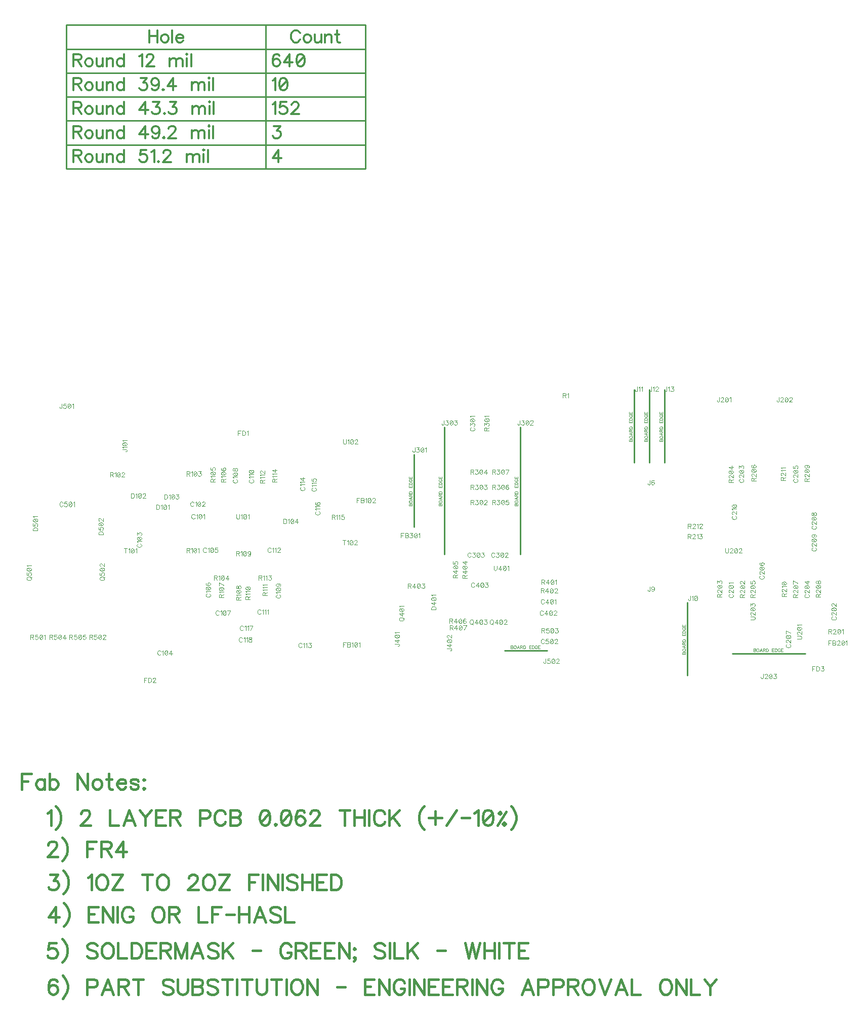
<source format=gbr>
G04 DipTrace 2.4.0.2*
%INTopAssy.gbr*%
%MOIN*%
%ADD10C,0.0098*%
%ADD12C,0.003*%
%ADD42C,0.0154*%
%ADD120C,0.0046*%
%ADD121C,0.0124*%
%FSLAX44Y44*%
G04*
G70*
G90*
G75*
G01*
%LNTopAssy*%
%LPD*%
X43902Y2106D2*
D10*
Y6894D1*
X40402Y16106D2*
Y20894D1*
X41402Y16106D2*
Y20894D1*
X42402Y16106D2*
Y20894D1*
X46856Y3536D2*
X51644D1*
X25902Y11856D2*
Y16644D1*
X32902Y10061D2*
Y18439D1*
X27902Y10061D2*
Y18439D1*
X31856Y3723D2*
X34644D1*
X3000Y44880D2*
X16124D1*
Y43305D1*
X3000D1*
Y44880D1*
Y43305D2*
X16124D1*
Y41730D1*
X3000D1*
Y43305D1*
Y41730D2*
X16124D1*
Y40155D1*
X3000D1*
Y41730D1*
Y40155D2*
X16124D1*
Y38580D1*
X3000D1*
Y40155D1*
Y38580D2*
X16124D1*
Y37006D1*
X3000D1*
Y38580D1*
Y37006D2*
X16124D1*
Y35431D1*
X3000D1*
Y37006D1*
X16124Y44880D2*
X22685D1*
Y43305D1*
X16124D1*
Y44880D1*
Y43305D2*
X22685D1*
Y41730D1*
X16124D1*
Y43305D1*
Y41730D2*
X22685D1*
Y40155D1*
X16124D1*
Y41730D1*
Y40155D2*
X22685D1*
Y38580D1*
X16124D1*
Y40155D1*
Y38580D2*
X22685D1*
Y37006D1*
X16124D1*
Y38580D1*
Y37006D2*
X22685D1*
Y35431D1*
X16124D1*
Y37006D1*
X11456Y12631D2*
D120*
X11441Y12659D1*
X11412Y12688D1*
X11384Y12703D1*
X11327D1*
X11298Y12688D1*
X11269Y12659D1*
X11255Y12631D1*
X11240Y12588D1*
Y12516D1*
X11255Y12473D1*
X11269Y12444D1*
X11298Y12416D1*
X11327Y12401D1*
X11384D1*
X11412Y12416D1*
X11441Y12444D1*
X11456Y12473D1*
X11548Y12645D2*
X11577Y12659D1*
X11620Y12702D1*
Y12401D1*
X11799Y12702D2*
X11756Y12688D1*
X11727Y12645D1*
X11713Y12573D1*
Y12530D1*
X11727Y12458D1*
X11756Y12415D1*
X11799Y12401D1*
X11827D1*
X11871Y12415D1*
X11899Y12458D1*
X11914Y12530D1*
Y12573D1*
X11899Y12645D1*
X11871Y12688D1*
X11827Y12702D1*
X11799D1*
X11899Y12645D2*
X11727Y12458D1*
X12006Y12645D2*
X12035Y12659D1*
X12078Y12702D1*
Y12401D1*
X11382Y13451D2*
X11367Y13479D1*
X11339Y13508D1*
X11310Y13523D1*
X11253D1*
X11224Y13508D1*
X11195Y13479D1*
X11181Y13451D1*
X11166Y13408D1*
Y13336D1*
X11181Y13293D1*
X11195Y13264D1*
X11224Y13236D1*
X11253Y13221D1*
X11310D1*
X11339Y13236D1*
X11367Y13264D1*
X11382Y13293D1*
X11474Y13465D2*
X11503Y13479D1*
X11546Y13522D1*
Y13221D1*
X11725Y13522D2*
X11682Y13508D1*
X11653Y13465D1*
X11639Y13393D1*
Y13350D1*
X11653Y13278D1*
X11682Y13235D1*
X11725Y13221D1*
X11754D1*
X11797Y13235D1*
X11825Y13278D1*
X11840Y13350D1*
Y13393D1*
X11825Y13465D1*
X11797Y13508D1*
X11754Y13522D1*
X11725D1*
X11825Y13465D2*
X11653Y13278D1*
X11947Y13451D2*
Y13465D1*
X11961Y13494D1*
X11976Y13508D1*
X12005Y13522D1*
X12062D1*
X12090Y13508D1*
X12105Y13494D1*
X12119Y13465D1*
Y13436D1*
X12105Y13407D1*
X12076Y13365D1*
X11933Y13221D1*
X12134D1*
X7712Y10749D2*
X7684Y10735D1*
X7655Y10706D1*
X7640Y10677D1*
Y10620D1*
X7655Y10591D1*
X7684Y10563D1*
X7712Y10548D1*
X7755Y10534D1*
X7827D1*
X7870Y10548D1*
X7899Y10563D1*
X7927Y10591D1*
X7942Y10620D1*
Y10677D1*
X7927Y10706D1*
X7899Y10735D1*
X7870Y10749D1*
X7698Y10842D2*
X7684Y10870D1*
X7641Y10913D1*
X7942D1*
X7641Y11092D2*
X7655Y11049D1*
X7698Y11020D1*
X7770Y11006D1*
X7813D1*
X7885Y11020D1*
X7928Y11049D1*
X7942Y11092D1*
Y11121D1*
X7928Y11164D1*
X7885Y11192D1*
X7813Y11207D1*
X7770D1*
X7698Y11192D1*
X7655Y11164D1*
X7641Y11121D1*
Y11092D1*
X7698Y11192D2*
X7885Y11020D1*
X7641Y11329D2*
Y11486D1*
X7756Y11400D1*
Y11443D1*
X7770Y11472D1*
X7784Y11486D1*
X7827Y11501D1*
X7856D1*
X7899Y11486D1*
X7928Y11458D1*
X7942Y11414D1*
Y11371D1*
X7928Y11329D1*
X7913Y11314D1*
X7885Y11300D1*
X9208Y3663D2*
X9194Y3692D1*
X9165Y3721D1*
X9137Y3735D1*
X9079D1*
X9050Y3721D1*
X9022Y3692D1*
X9007Y3663D1*
X8993Y3620D1*
Y3548D1*
X9007Y3505D1*
X9022Y3477D1*
X9050Y3448D1*
X9079Y3433D1*
X9137D1*
X9165Y3448D1*
X9194Y3477D1*
X9208Y3505D1*
X9301Y3677D2*
X9330Y3692D1*
X9373Y3735D1*
Y3433D1*
X9552Y3735D2*
X9509Y3720D1*
X9480Y3677D1*
X9465Y3606D1*
Y3562D1*
X9480Y3491D1*
X9509Y3448D1*
X9552Y3433D1*
X9580D1*
X9623Y3448D1*
X9652Y3491D1*
X9666Y3562D1*
Y3606D1*
X9652Y3677D1*
X9623Y3720D1*
X9580Y3735D1*
X9552D1*
X9652Y3677D2*
X9480Y3491D1*
X9903Y3433D2*
Y3735D1*
X9759Y3534D1*
X9974D1*
X12220Y10427D2*
X12206Y10455D1*
X12177Y10484D1*
X12149Y10498D1*
X12091D1*
X12063Y10484D1*
X12034Y10455D1*
X12019Y10427D1*
X12005Y10384D1*
Y10312D1*
X12019Y10269D1*
X12034Y10240D1*
X12063Y10212D1*
X12091Y10197D1*
X12149D1*
X12177Y10212D1*
X12206Y10240D1*
X12220Y10269D1*
X12313Y10441D2*
X12342Y10455D1*
X12385Y10498D1*
Y10197D1*
X12564Y10498D2*
X12521Y10484D1*
X12492Y10441D1*
X12478Y10369D1*
Y10326D1*
X12492Y10254D1*
X12521Y10211D1*
X12564Y10197D1*
X12592D1*
X12636Y10211D1*
X12664Y10254D1*
X12679Y10326D1*
Y10369D1*
X12664Y10441D1*
X12636Y10484D1*
X12592Y10498D1*
X12564D1*
X12664Y10441D2*
X12492Y10254D1*
X12943Y10498D2*
X12800D1*
X12786Y10369D1*
X12800Y10383D1*
X12843Y10398D1*
X12886D1*
X12929Y10383D1*
X12958Y10355D1*
X12972Y10312D1*
Y10283D1*
X12958Y10240D1*
X12929Y10211D1*
X12886Y10197D1*
X12843D1*
X12800Y10211D1*
X12786Y10226D1*
X12771Y10254D1*
X12249Y7468D2*
X12221Y7453D1*
X12192Y7425D1*
X12178Y7396D1*
Y7339D1*
X12192Y7310D1*
X12221Y7281D1*
X12249Y7267D1*
X12292Y7252D1*
X12364D1*
X12407Y7267D1*
X12436Y7281D1*
X12465Y7310D1*
X12479Y7339D1*
Y7396D1*
X12465Y7425D1*
X12436Y7453D1*
X12407Y7468D1*
X12235Y7560D2*
X12221Y7589D1*
X12178Y7632D1*
X12479D1*
X12178Y7811D2*
X12192Y7768D1*
X12235Y7739D1*
X12307Y7725D1*
X12350D1*
X12422Y7739D1*
X12465Y7768D1*
X12479Y7811D1*
Y7840D1*
X12465Y7883D1*
X12422Y7911D1*
X12350Y7926D1*
X12307D1*
X12235Y7911D1*
X12192Y7883D1*
X12178Y7840D1*
Y7811D1*
X12235Y7911D2*
X12422Y7739D1*
X12221Y8191D2*
X12192Y8176D1*
X12178Y8133D1*
Y8105D1*
X12192Y8062D1*
X12235Y8033D1*
X12307Y8019D1*
X12379D1*
X12436Y8033D1*
X12465Y8062D1*
X12479Y8105D1*
Y8119D1*
X12465Y8162D1*
X12436Y8191D1*
X12393Y8205D1*
X12379D1*
X12336Y8191D1*
X12307Y8162D1*
X12293Y8119D1*
Y8105D1*
X12307Y8062D1*
X12336Y8033D1*
X12379Y8019D1*
X13046Y6293D2*
X13031Y6322D1*
X13003Y6350D1*
X12974Y6365D1*
X12917D1*
X12888Y6350D1*
X12859Y6322D1*
X12845Y6293D1*
X12830Y6250D1*
Y6178D1*
X12845Y6135D1*
X12859Y6106D1*
X12888Y6078D1*
X12917Y6063D1*
X12974D1*
X13003Y6078D1*
X13031Y6106D1*
X13046Y6135D1*
X13138Y6307D2*
X13167Y6322D1*
X13210Y6364D1*
Y6063D1*
X13389Y6364D2*
X13346Y6350D1*
X13317Y6307D1*
X13303Y6235D1*
Y6192D1*
X13317Y6121D1*
X13346Y6077D1*
X13389Y6063D1*
X13418D1*
X13461Y6077D1*
X13489Y6121D1*
X13504Y6192D1*
Y6235D1*
X13489Y6307D1*
X13461Y6350D1*
X13418Y6364D1*
X13389D1*
X13489Y6307D2*
X13317Y6121D1*
X13654Y6063D2*
X13797Y6364D1*
X13596D1*
X14034Y14985D2*
X14005Y14971D1*
X13976Y14942D1*
X13962Y14913D1*
Y14856D1*
X13976Y14827D1*
X14005Y14799D1*
X14034Y14784D1*
X14077Y14770D1*
X14149D1*
X14192Y14784D1*
X14221Y14799D1*
X14249Y14827D1*
X14264Y14856D1*
Y14913D1*
X14249Y14942D1*
X14221Y14971D1*
X14192Y14985D1*
X14020Y15078D2*
X14005Y15106D1*
X13963Y15149D1*
X14264D1*
X13963Y15328D2*
X13977Y15285D1*
X14020Y15256D1*
X14092Y15242D1*
X14135D1*
X14206Y15256D1*
X14249Y15285D1*
X14264Y15328D1*
Y15357D1*
X14249Y15400D1*
X14206Y15428D1*
X14135Y15443D1*
X14092D1*
X14020Y15428D1*
X13977Y15400D1*
X13963Y15357D1*
Y15328D1*
X14020Y15428D2*
X14206Y15256D1*
X13963Y15607D2*
X13977Y15565D1*
X14005Y15550D1*
X14034D1*
X14063Y15565D1*
X14077Y15593D1*
X14092Y15650D1*
X14106Y15694D1*
X14135Y15722D1*
X14163Y15736D1*
X14206D1*
X14235Y15722D1*
X14249Y15708D1*
X14264Y15665D1*
Y15607D1*
X14249Y15565D1*
X14235Y15550D1*
X14206Y15536D1*
X14163D1*
X14135Y15550D1*
X14106Y15579D1*
X14092Y15622D1*
X14077Y15679D1*
X14063Y15708D1*
X14034Y15722D1*
X14005D1*
X13977Y15708D1*
X13963Y15665D1*
Y15607D1*
X16875Y7405D2*
X16846Y7391D1*
X16817Y7362D1*
X16803Y7333D1*
Y7276D1*
X16817Y7247D1*
X16846Y7219D1*
X16875Y7204D1*
X16918Y7190D1*
X16990D1*
X17033Y7204D1*
X17061Y7219D1*
X17090Y7247D1*
X17105Y7276D1*
Y7333D1*
X17090Y7362D1*
X17061Y7391D1*
X17033Y7405D1*
X16861Y7498D2*
X16846Y7527D1*
X16803Y7570D1*
X17105D1*
X16803Y7748D2*
X16818Y7705D1*
X16861Y7677D1*
X16932Y7662D1*
X16976D1*
X17047Y7677D1*
X17090Y7705D1*
X17105Y7748D1*
Y7777D1*
X17090Y7820D1*
X17047Y7849D1*
X16976Y7863D1*
X16932D1*
X16861Y7849D1*
X16818Y7820D1*
X16803Y7777D1*
Y7748D1*
X16861Y7849D2*
X17047Y7677D1*
X16904Y8143D2*
X16947Y8128D1*
X16976Y8099D1*
X16990Y8056D1*
Y8042D1*
X16976Y7999D1*
X16947Y7970D1*
X16904Y7956D1*
X16889D1*
X16846Y7970D1*
X16818Y7999D1*
X16803Y8042D1*
Y8056D1*
X16818Y8099D1*
X16846Y8128D1*
X16904Y8143D1*
X16976D1*
X17047Y8128D1*
X17090Y8099D1*
X17105Y8056D1*
Y8028D1*
X17090Y7985D1*
X17061Y7970D1*
X15096Y14987D2*
X15068Y14972D1*
X15039Y14944D1*
X15025Y14915D1*
Y14858D1*
X15039Y14829D1*
X15068Y14800D1*
X15096Y14786D1*
X15140Y14771D1*
X15211D1*
X15254Y14786D1*
X15283Y14800D1*
X15312Y14829D1*
X15326Y14858D1*
Y14915D1*
X15312Y14944D1*
X15283Y14972D1*
X15254Y14987D1*
X15082Y15079D2*
X15068Y15108D1*
X15025Y15151D1*
X15326D1*
X15082Y15244D2*
X15068Y15273D1*
X15025Y15316D1*
X15326D1*
X15025Y15495D2*
X15039Y15452D1*
X15082Y15423D1*
X15154Y15409D1*
X15197D1*
X15269Y15423D1*
X15312Y15452D1*
X15326Y15495D1*
Y15523D1*
X15312Y15566D1*
X15269Y15595D1*
X15197Y15609D1*
X15154D1*
X15082Y15595D1*
X15039Y15566D1*
X15025Y15523D1*
Y15495D1*
X15082Y15595D2*
X15269Y15423D1*
X15800Y6356D2*
X15786Y6384D1*
X15757Y6413D1*
X15728Y6427D1*
X15671D1*
X15642Y6413D1*
X15614Y6384D1*
X15599Y6356D1*
X15585Y6312D1*
Y6240D1*
X15599Y6198D1*
X15614Y6169D1*
X15642Y6140D1*
X15671Y6126D1*
X15728D1*
X15757Y6140D1*
X15786Y6169D1*
X15800Y6198D1*
X15893Y6369D2*
X15921Y6384D1*
X15964Y6427D1*
Y6126D1*
X16057Y6369D2*
X16086Y6384D1*
X16129Y6427D1*
Y6126D1*
X16222Y6369D2*
X16251Y6384D1*
X16294Y6427D1*
Y6126D1*
X16467Y10427D2*
X16453Y10455D1*
X16424Y10484D1*
X16395Y10498D1*
X16338D1*
X16309Y10484D1*
X16281Y10455D1*
X16266Y10427D1*
X16252Y10384D1*
Y10312D1*
X16266Y10269D1*
X16281Y10240D1*
X16309Y10212D1*
X16338Y10197D1*
X16395D1*
X16424Y10212D1*
X16453Y10240D1*
X16467Y10269D1*
X16560Y10441D2*
X16588Y10455D1*
X16632Y10498D1*
Y10197D1*
X16724Y10441D2*
X16753Y10455D1*
X16796Y10498D1*
Y10197D1*
X16903Y10426D2*
Y10441D1*
X16918Y10470D1*
X16932Y10484D1*
X16961Y10498D1*
X17018D1*
X17047Y10484D1*
X17061Y10470D1*
X17075Y10441D1*
Y10412D1*
X17061Y10383D1*
X17032Y10341D1*
X16889Y10197D1*
X17090D1*
X18503Y4163D2*
X18489Y4192D1*
X18460Y4221D1*
X18431Y4235D1*
X18374D1*
X18345Y4221D1*
X18317Y4192D1*
X18302Y4163D1*
X18288Y4120D1*
Y4048D1*
X18302Y4006D1*
X18317Y3977D1*
X18345Y3948D1*
X18374Y3934D1*
X18431D1*
X18460Y3948D1*
X18489Y3977D1*
X18503Y4006D1*
X18596Y4177D2*
X18625Y4192D1*
X18668Y4235D1*
Y3934D1*
X18760Y4177D2*
X18789Y4192D1*
X18832Y4235D1*
Y3934D1*
X18954Y4235D2*
X19111D1*
X19025Y4120D1*
X19068D1*
X19097Y4106D1*
X19111Y4091D1*
X19126Y4048D1*
Y4020D1*
X19111Y3977D1*
X19083Y3948D1*
X19040Y3934D1*
X18996D1*
X18954Y3948D1*
X18939Y3962D1*
X18925Y3991D1*
X18464Y14488D2*
X18436Y14473D1*
X18407Y14444D1*
X18393Y14416D1*
Y14359D1*
X18407Y14330D1*
X18436Y14301D1*
X18464Y14287D1*
X18507Y14272D1*
X18579D1*
X18622Y14287D1*
X18651Y14301D1*
X18680Y14330D1*
X18694Y14359D1*
Y14416D1*
X18680Y14444D1*
X18651Y14473D1*
X18622Y14488D1*
X18450Y14580D2*
X18436Y14609D1*
X18393Y14652D1*
X18694D1*
X18450Y14745D2*
X18436Y14774D1*
X18393Y14817D1*
X18694D1*
Y15053D2*
X18393D1*
X18594Y14909D1*
Y15125D1*
X19215Y14433D2*
X19187Y14419D1*
X19158Y14390D1*
X19144Y14362D1*
Y14304D1*
X19158Y14275D1*
X19187Y14247D1*
X19215Y14232D1*
X19259Y14218D1*
X19331D1*
X19373Y14232D1*
X19402Y14247D1*
X19431Y14275D1*
X19445Y14304D1*
Y14362D1*
X19431Y14390D1*
X19402Y14419D1*
X19373Y14433D1*
X19202Y14526D2*
X19187Y14555D1*
X19144Y14598D1*
X19445D1*
X19202Y14690D2*
X19187Y14719D1*
X19144Y14762D1*
X19445D1*
X19144Y15027D2*
Y14884D1*
X19273Y14870D1*
X19259Y14884D1*
X19244Y14927D1*
Y14970D1*
X19259Y15013D1*
X19287Y15042D1*
X19331Y15056D1*
X19359D1*
X19402Y15042D1*
X19431Y15013D1*
X19445Y14970D1*
Y14927D1*
X19431Y14884D1*
X19416Y14870D1*
X19388Y14855D1*
X19462Y12883D2*
X19433Y12869D1*
X19405Y12840D1*
X19390Y12812D1*
Y12754D1*
X19405Y12725D1*
X19433Y12697D1*
X19462Y12682D1*
X19505Y12668D1*
X19577D1*
X19620Y12682D1*
X19649Y12697D1*
X19677Y12725D1*
X19692Y12754D1*
Y12812D1*
X19677Y12840D1*
X19649Y12869D1*
X19620Y12883D1*
X19448Y12976D2*
X19433Y13005D1*
X19391Y13048D1*
X19692D1*
X19448Y13141D2*
X19433Y13169D1*
X19391Y13213D1*
X19692D1*
X19433Y13477D2*
X19405Y13463D1*
X19391Y13420D1*
Y13391D1*
X19405Y13348D1*
X19448Y13319D1*
X19520Y13305D1*
X19591D1*
X19649Y13319D1*
X19678Y13348D1*
X19692Y13391D1*
Y13406D1*
X19678Y13448D1*
X19649Y13477D1*
X19606Y13492D1*
X19591D1*
X19548Y13477D1*
X19520Y13448D1*
X19505Y13406D1*
Y13391D1*
X19520Y13348D1*
X19548Y13319D1*
X19591Y13305D1*
X14645Y5290D2*
X14631Y5319D1*
X14602Y5348D1*
X14573Y5362D1*
X14516D1*
X14487Y5348D1*
X14459Y5319D1*
X14444Y5290D1*
X14430Y5247D1*
Y5175D1*
X14444Y5133D1*
X14459Y5104D1*
X14487Y5075D1*
X14516Y5061D1*
X14573D1*
X14602Y5075D1*
X14631Y5104D1*
X14645Y5133D1*
X14738Y5304D2*
X14767Y5319D1*
X14810Y5362D1*
Y5061D1*
X14902Y5304D2*
X14931Y5319D1*
X14974Y5362D1*
Y5061D1*
X15124D2*
X15268Y5362D1*
X15067D1*
X14583Y4526D2*
X14568Y4555D1*
X14540Y4583D1*
X14511Y4598D1*
X14454D1*
X14425Y4583D1*
X14396Y4555D1*
X14382Y4526D1*
X14368Y4483D1*
Y4411D1*
X14382Y4368D1*
X14396Y4339D1*
X14425Y4311D1*
X14454Y4296D1*
X14511D1*
X14540Y4311D1*
X14568Y4339D1*
X14583Y4368D1*
X14675Y4540D2*
X14704Y4555D1*
X14747Y4597D1*
Y4296D1*
X14840Y4540D2*
X14869Y4555D1*
X14912Y4597D1*
Y4296D1*
X15076Y4597D2*
X15033Y4583D1*
X15019Y4555D1*
Y4526D1*
X15033Y4497D1*
X15062Y4483D1*
X15119Y4468D1*
X15162Y4454D1*
X15191Y4425D1*
X15205Y4397D1*
Y4354D1*
X15191Y4325D1*
X15177Y4311D1*
X15134Y4296D1*
X15076D1*
X15033Y4311D1*
X15019Y4325D1*
X15005Y4354D1*
Y4397D1*
X15019Y4425D1*
X15048Y4454D1*
X15090Y4468D1*
X15148Y4483D1*
X15177Y4497D1*
X15191Y4526D1*
Y4555D1*
X15177Y4583D1*
X15134Y4597D1*
X15076D1*
X46685Y7441D2*
X46657Y7427D1*
X46628Y7398D1*
X46614Y7370D1*
Y7312D1*
X46628Y7284D1*
X46657Y7255D1*
X46685Y7240D1*
X46729Y7226D1*
X46801D1*
X46843Y7240D1*
X46872Y7255D1*
X46901Y7284D1*
X46915Y7312D1*
Y7370D1*
X46901Y7398D1*
X46872Y7427D1*
X46843Y7441D1*
X46686Y7549D2*
X46672D1*
X46643Y7563D1*
X46628Y7577D1*
X46614Y7606D1*
Y7663D1*
X46628Y7692D1*
X46643Y7706D1*
X46672Y7721D1*
X46700D1*
X46729Y7706D1*
X46772Y7678D1*
X46915Y7534D1*
Y7735D1*
X46614Y7914D2*
X46628Y7871D1*
X46672Y7842D1*
X46743Y7828D1*
X46786D1*
X46858Y7842D1*
X46901Y7871D1*
X46915Y7914D1*
Y7942D1*
X46901Y7985D1*
X46858Y8014D1*
X46786Y8029D1*
X46743D1*
X46672Y8014D1*
X46628Y7985D1*
X46614Y7942D1*
Y7914D1*
X46672Y8014D2*
X46858Y7842D1*
X46672Y8121D2*
X46657Y8150D1*
X46614Y8193D1*
X46915D1*
X53462Y5962D2*
X53433Y5948D1*
X53405Y5919D1*
X53390Y5891D1*
Y5833D1*
X53405Y5805D1*
X53433Y5776D1*
X53462Y5761D1*
X53505Y5747D1*
X53577D1*
X53620Y5761D1*
X53649Y5776D1*
X53677Y5805D1*
X53692Y5833D1*
Y5891D1*
X53677Y5919D1*
X53649Y5948D1*
X53620Y5962D1*
X53462Y6070D2*
X53448D1*
X53419Y6084D1*
X53405Y6098D1*
X53391Y6127D1*
Y6184D1*
X53405Y6213D1*
X53419Y6227D1*
X53448Y6242D1*
X53477D1*
X53505Y6227D1*
X53548Y6199D1*
X53692Y6055D1*
Y6256D1*
X53391Y6435D2*
X53405Y6392D1*
X53448Y6363D1*
X53520Y6349D1*
X53563D1*
X53634Y6363D1*
X53678Y6392D1*
X53692Y6435D1*
Y6463D1*
X53678Y6506D1*
X53634Y6535D1*
X53563Y6550D1*
X53520D1*
X53448Y6535D1*
X53405Y6506D1*
X53391Y6463D1*
Y6435D1*
X53448Y6535D2*
X53634Y6363D1*
X53462Y6657D2*
X53448D1*
X53419Y6671D1*
X53405Y6685D1*
X53391Y6714D1*
Y6772D1*
X53405Y6800D1*
X53419Y6814D1*
X53448Y6829D1*
X53477D1*
X53505Y6814D1*
X53548Y6786D1*
X53692Y6642D1*
Y6843D1*
X47373Y15020D2*
X47344Y15006D1*
X47316Y14977D1*
X47301Y14948D1*
Y14891D1*
X47316Y14862D1*
X47344Y14834D1*
X47373Y14819D1*
X47416Y14805D1*
X47488D1*
X47531Y14819D1*
X47560Y14834D1*
X47588Y14862D1*
X47603Y14891D1*
Y14948D1*
X47588Y14977D1*
X47560Y15006D1*
X47531Y15020D1*
X47373Y15127D2*
X47359D1*
X47330Y15142D1*
X47316Y15156D1*
X47302Y15185D1*
Y15242D1*
X47316Y15271D1*
X47330Y15285D1*
X47359Y15299D1*
X47388D1*
X47416Y15285D1*
X47459Y15256D1*
X47603Y15113D1*
Y15314D1*
X47302Y15493D2*
X47316Y15449D1*
X47359Y15421D1*
X47431Y15406D1*
X47474D1*
X47545Y15421D1*
X47588Y15449D1*
X47603Y15493D1*
Y15521D1*
X47588Y15564D1*
X47545Y15593D1*
X47474Y15607D1*
X47431D1*
X47359Y15593D1*
X47316Y15564D1*
X47302Y15521D1*
Y15493D1*
X47359Y15593D2*
X47545Y15421D1*
X47302Y15729D2*
Y15886D1*
X47416Y15800D1*
Y15843D1*
X47431Y15872D1*
X47445Y15886D1*
X47488Y15901D1*
X47517D1*
X47560Y15886D1*
X47588Y15858D1*
X47603Y15815D1*
Y15772D1*
X47588Y15729D1*
X47574Y15714D1*
X47545Y15700D1*
X51685Y7432D2*
X51657Y7418D1*
X51628Y7389D1*
X51614Y7361D1*
Y7303D1*
X51628Y7274D1*
X51657Y7246D1*
X51685Y7231D1*
X51729Y7217D1*
X51801D1*
X51843Y7231D1*
X51872Y7246D1*
X51901Y7274D1*
X51915Y7303D1*
Y7361D1*
X51901Y7389D1*
X51872Y7418D1*
X51843Y7432D1*
X51686Y7539D2*
X51672D1*
X51643Y7554D1*
X51628Y7568D1*
X51614Y7597D1*
Y7654D1*
X51628Y7683D1*
X51643Y7697D1*
X51672Y7712D1*
X51700D1*
X51729Y7697D1*
X51772Y7668D1*
X51915Y7525D1*
Y7726D1*
X51614Y7905D2*
X51628Y7862D1*
X51672Y7833D1*
X51743Y7818D1*
X51786D1*
X51858Y7833D1*
X51901Y7862D1*
X51915Y7905D1*
Y7933D1*
X51901Y7976D1*
X51858Y8005D1*
X51786Y8019D1*
X51743D1*
X51672Y8005D1*
X51628Y7976D1*
X51614Y7933D1*
Y7905D1*
X51672Y8005D2*
X51858Y7833D1*
X51915Y8256D2*
X51614D1*
X51815Y8112D1*
Y8327D1*
X50935Y15020D2*
X50907Y15006D1*
X50878Y14977D1*
X50864Y14948D1*
Y14891D1*
X50878Y14862D1*
X50907Y14834D1*
X50935Y14819D1*
X50979Y14805D1*
X51051D1*
X51093Y14819D1*
X51122Y14834D1*
X51151Y14862D1*
X51165Y14891D1*
Y14948D1*
X51151Y14977D1*
X51122Y15006D1*
X51093Y15020D1*
X50936Y15127D2*
X50922D1*
X50893Y15142D1*
X50878Y15156D1*
X50864Y15185D1*
Y15242D1*
X50878Y15271D1*
X50893Y15285D1*
X50922Y15299D1*
X50950D1*
X50979Y15285D1*
X51022Y15256D1*
X51165Y15113D1*
Y15314D1*
X50864Y15493D2*
X50878Y15449D1*
X50922Y15421D1*
X50993Y15406D1*
X51036D1*
X51108Y15421D1*
X51151Y15449D1*
X51165Y15493D1*
Y15521D1*
X51151Y15564D1*
X51108Y15593D1*
X51036Y15607D1*
X50993D1*
X50922Y15593D1*
X50878Y15564D1*
X50864Y15521D1*
Y15493D1*
X50922Y15593D2*
X51108Y15421D1*
X50864Y15872D2*
Y15729D1*
X50993Y15714D1*
X50979Y15729D1*
X50964Y15772D1*
Y15815D1*
X50979Y15858D1*
X51007Y15887D1*
X51051Y15901D1*
X51079D1*
X51122Y15887D1*
X51151Y15858D1*
X51165Y15815D1*
Y15772D1*
X51151Y15729D1*
X51136Y15714D1*
X51108Y15700D1*
X48712Y8657D2*
X48683Y8643D1*
X48655Y8614D1*
X48640Y8586D1*
Y8528D1*
X48655Y8499D1*
X48683Y8471D1*
X48712Y8456D1*
X48755Y8442D1*
X48827D1*
X48870Y8456D1*
X48899Y8471D1*
X48927Y8499D1*
X48942Y8528D1*
Y8586D1*
X48927Y8614D1*
X48899Y8643D1*
X48870Y8657D1*
X48712Y8764D2*
X48698D1*
X48669Y8779D1*
X48655Y8793D1*
X48641Y8822D1*
Y8879D1*
X48655Y8908D1*
X48669Y8922D1*
X48698Y8937D1*
X48727D1*
X48755Y8922D1*
X48798Y8893D1*
X48942Y8750D1*
Y8951D1*
X48641Y9130D2*
X48655Y9087D1*
X48698Y9058D1*
X48770Y9043D1*
X48813D1*
X48884Y9058D1*
X48928Y9087D1*
X48942Y9130D1*
Y9158D1*
X48928Y9201D1*
X48884Y9230D1*
X48813Y9244D1*
X48770D1*
X48698Y9230D1*
X48655Y9201D1*
X48641Y9158D1*
Y9130D1*
X48698Y9230D2*
X48884Y9058D1*
X48683Y9509D2*
X48655Y9495D1*
X48641Y9452D1*
Y9423D1*
X48655Y9380D1*
X48698Y9351D1*
X48770Y9337D1*
X48841D1*
X48899Y9351D1*
X48928Y9380D1*
X48942Y9423D1*
Y9437D1*
X48928Y9480D1*
X48899Y9509D1*
X48856Y9523D1*
X48841D1*
X48798Y9509D1*
X48770Y9480D1*
X48755Y9437D1*
Y9423D1*
X48770Y9380D1*
X48798Y9351D1*
X48841Y9337D1*
X50462Y4150D2*
X50433Y4136D1*
X50405Y4107D1*
X50390Y4078D1*
Y4021D1*
X50405Y3992D1*
X50433Y3964D1*
X50462Y3949D1*
X50505Y3935D1*
X50577D1*
X50620Y3949D1*
X50649Y3964D1*
X50677Y3992D1*
X50692Y4021D1*
Y4078D1*
X50677Y4107D1*
X50649Y4136D1*
X50620Y4150D1*
X50462Y4257D2*
X50448D1*
X50419Y4271D1*
X50405Y4286D1*
X50391Y4314D1*
Y4372D1*
X50405Y4400D1*
X50419Y4415D1*
X50448Y4429D1*
X50477D1*
X50505Y4415D1*
X50548Y4386D1*
X50692Y4243D1*
Y4443D1*
X50391Y4622D2*
X50405Y4579D1*
X50448Y4550D1*
X50520Y4536D1*
X50563D1*
X50634Y4550D1*
X50678Y4579D1*
X50692Y4622D1*
Y4651D1*
X50678Y4694D1*
X50634Y4722D1*
X50563Y4737D1*
X50520D1*
X50448Y4722D1*
X50405Y4694D1*
X50391Y4651D1*
Y4622D1*
X50448Y4722D2*
X50634Y4550D1*
X50692Y4887D2*
X50391Y5031D1*
Y4830D1*
X52149Y11935D2*
X52121Y11920D1*
X52092Y11892D1*
X52078Y11863D1*
Y11806D1*
X52092Y11777D1*
X52121Y11748D1*
X52149Y11734D1*
X52193Y11719D1*
X52265D1*
X52307Y11734D1*
X52336Y11748D1*
X52365Y11777D1*
X52379Y11806D1*
Y11863D1*
X52365Y11892D1*
X52336Y11920D1*
X52307Y11935D1*
X52150Y12042D2*
X52136D1*
X52107Y12056D1*
X52092Y12070D1*
X52078Y12099D1*
Y12157D1*
X52092Y12185D1*
X52107Y12199D1*
X52136Y12214D1*
X52164D1*
X52193Y12199D1*
X52236Y12171D1*
X52379Y12027D1*
Y12228D1*
X52078Y12407D2*
X52092Y12364D1*
X52136Y12335D1*
X52207Y12321D1*
X52250D1*
X52322Y12335D1*
X52365Y12364D1*
X52379Y12407D1*
Y12436D1*
X52365Y12479D1*
X52322Y12507D1*
X52250Y12522D1*
X52207D1*
X52136Y12507D1*
X52092Y12479D1*
X52078Y12436D1*
Y12407D1*
X52136Y12507D2*
X52322Y12335D1*
X52078Y12686D2*
X52092Y12643D1*
X52121Y12629D1*
X52150D1*
X52178Y12643D1*
X52193Y12672D1*
X52207Y12729D1*
X52221Y12772D1*
X52250Y12801D1*
X52279Y12815D1*
X52322D1*
X52350Y12801D1*
X52365Y12787D1*
X52379Y12744D1*
Y12686D1*
X52365Y12643D1*
X52350Y12629D1*
X52322Y12615D1*
X52279D1*
X52250Y12629D1*
X52221Y12658D1*
X52207Y12700D1*
X52193Y12758D1*
X52178Y12787D1*
X52150Y12801D1*
X52121D1*
X52092Y12787D1*
X52078Y12744D1*
Y12686D1*
X52149Y10504D2*
X52121Y10490D1*
X52092Y10461D1*
X52078Y10433D1*
Y10375D1*
X52092Y10346D1*
X52121Y10318D1*
X52149Y10303D1*
X52193Y10289D1*
X52265D1*
X52307Y10303D1*
X52336Y10318D1*
X52365Y10346D1*
X52379Y10375D1*
Y10433D1*
X52365Y10461D1*
X52336Y10490D1*
X52307Y10504D1*
X52150Y10611D2*
X52136D1*
X52107Y10626D1*
X52092Y10640D1*
X52078Y10669D1*
Y10726D1*
X52092Y10755D1*
X52107Y10769D1*
X52136Y10783D1*
X52164D1*
X52193Y10769D1*
X52236Y10740D1*
X52379Y10597D1*
Y10798D1*
X52078Y10977D2*
X52092Y10934D1*
X52136Y10905D1*
X52207Y10890D1*
X52250D1*
X52322Y10905D1*
X52365Y10934D1*
X52379Y10977D1*
Y11005D1*
X52365Y11048D1*
X52322Y11077D1*
X52250Y11091D1*
X52207D1*
X52136Y11077D1*
X52092Y11048D1*
X52078Y11005D1*
Y10977D1*
X52136Y11077D2*
X52322Y10905D1*
X52178Y11371D2*
X52221Y11356D1*
X52250Y11328D1*
X52265Y11284D1*
Y11270D1*
X52250Y11227D1*
X52221Y11199D1*
X52178Y11184D1*
X52164D1*
X52121Y11199D1*
X52092Y11227D1*
X52078Y11270D1*
Y11284D1*
X52092Y11328D1*
X52121Y11356D1*
X52178Y11371D1*
X52250D1*
X52322Y11356D1*
X52365Y11328D1*
X52379Y11284D1*
Y11256D1*
X52365Y11213D1*
X52336Y11199D1*
X46900Y12589D2*
X46871Y12575D1*
X46842Y12546D1*
X46828Y12518D1*
Y12460D1*
X46842Y12432D1*
X46871Y12403D1*
X46900Y12388D1*
X46943Y12374D1*
X47015D1*
X47057Y12388D1*
X47086Y12403D1*
X47115Y12432D1*
X47129Y12460D1*
Y12518D1*
X47115Y12546D1*
X47086Y12575D1*
X47057Y12589D1*
X46900Y12697D2*
X46886D1*
X46857Y12711D1*
X46842Y12725D1*
X46828Y12754D1*
Y12811D1*
X46842Y12840D1*
X46857Y12854D1*
X46886Y12869D1*
X46914D1*
X46943Y12854D1*
X46986Y12826D1*
X47129Y12682D1*
Y12883D1*
X46886Y12976D2*
X46871Y13004D1*
X46828Y13048D1*
X47129D1*
X46828Y13226D2*
X46842Y13183D1*
X46886Y13154D1*
X46957Y13140D1*
X47000D1*
X47072Y13154D1*
X47115Y13183D1*
X47129Y13226D1*
Y13255D1*
X47115Y13298D1*
X47072Y13327D1*
X47000Y13341D1*
X46957D1*
X46886Y13327D1*
X46842Y13298D1*
X46828Y13255D1*
Y13226D1*
X46886Y13327D2*
X47072Y13154D1*
X29650Y18402D2*
X29621Y18388D1*
X29592Y18359D1*
X29578Y18330D1*
Y18273D1*
X29592Y18244D1*
X29621Y18216D1*
X29650Y18201D1*
X29693Y18187D1*
X29765D1*
X29807Y18201D1*
X29836Y18216D1*
X29865Y18244D1*
X29879Y18273D1*
Y18330D1*
X29865Y18359D1*
X29836Y18388D1*
X29807Y18402D1*
X29578Y18524D2*
Y18681D1*
X29693Y18595D1*
Y18638D1*
X29707Y18667D1*
X29721Y18681D1*
X29765Y18696D1*
X29793D1*
X29836Y18681D1*
X29865Y18653D1*
X29879Y18609D1*
Y18566D1*
X29865Y18524D1*
X29850Y18509D1*
X29822Y18495D1*
X29578Y18874D2*
X29592Y18831D1*
X29636Y18803D1*
X29707Y18788D1*
X29750D1*
X29822Y18803D1*
X29865Y18831D1*
X29879Y18874D1*
Y18903D1*
X29865Y18946D1*
X29822Y18975D1*
X29750Y18989D1*
X29707D1*
X29636Y18975D1*
X29592Y18946D1*
X29578Y18903D1*
Y18874D1*
X29636Y18975D2*
X29822Y18803D1*
X29636Y19082D2*
X29621Y19111D1*
X29578Y19154D1*
X29879D1*
X31198Y10107D2*
X31184Y10135D1*
X31155Y10164D1*
X31127Y10178D1*
X31069D1*
X31040Y10164D1*
X31012Y10135D1*
X30997Y10107D1*
X30983Y10063D1*
Y9991D1*
X30997Y9949D1*
X31012Y9920D1*
X31040Y9891D1*
X31069Y9877D1*
X31127D1*
X31155Y9891D1*
X31184Y9920D1*
X31198Y9949D1*
X31320Y10178D2*
X31477D1*
X31391Y10063D1*
X31434D1*
X31463Y10049D1*
X31477Y10035D1*
X31492Y9991D1*
Y9963D1*
X31477Y9920D1*
X31449Y9891D1*
X31406Y9877D1*
X31362D1*
X31320Y9891D1*
X31305Y9906D1*
X31291Y9934D1*
X31671Y10178D2*
X31628Y10164D1*
X31599Y10120D1*
X31584Y10049D1*
Y10006D1*
X31599Y9934D1*
X31628Y9891D1*
X31671Y9877D1*
X31699D1*
X31742Y9891D1*
X31771Y9934D1*
X31785Y10006D1*
Y10049D1*
X31771Y10120D1*
X31742Y10164D1*
X31699Y10178D1*
X31671D1*
X31771Y10120D2*
X31599Y9934D1*
X31893Y10106D2*
Y10120D1*
X31907Y10149D1*
X31921Y10164D1*
X31950Y10178D1*
X32007D1*
X32036Y10164D1*
X32050Y10149D1*
X32065Y10120D1*
Y10092D1*
X32050Y10063D1*
X32022Y10020D1*
X31878Y9877D1*
X32079D1*
X29636Y10107D2*
X29621Y10135D1*
X29593Y10164D1*
X29564Y10178D1*
X29507D1*
X29478Y10164D1*
X29449Y10135D1*
X29435Y10107D1*
X29421Y10063D1*
Y9991D1*
X29435Y9949D1*
X29449Y9920D1*
X29478Y9891D1*
X29507Y9877D1*
X29564D1*
X29593Y9891D1*
X29621Y9920D1*
X29636Y9949D1*
X29757Y10178D2*
X29915D1*
X29829Y10063D1*
X29872D1*
X29900Y10049D1*
X29915Y10035D1*
X29929Y9991D1*
Y9963D1*
X29915Y9920D1*
X29886Y9891D1*
X29843Y9877D1*
X29800D1*
X29757Y9891D1*
X29743Y9906D1*
X29728Y9934D1*
X30108Y10178D2*
X30065Y10164D1*
X30036Y10120D1*
X30022Y10049D1*
Y10006D1*
X30036Y9934D1*
X30065Y9891D1*
X30108Y9877D1*
X30137D1*
X30180Y9891D1*
X30208Y9934D1*
X30223Y10006D1*
Y10049D1*
X30208Y10120D1*
X30180Y10164D1*
X30137Y10178D1*
X30108D1*
X30208Y10120D2*
X30036Y9934D1*
X30344Y10178D2*
X30502D1*
X30416Y10063D1*
X30459D1*
X30488Y10049D1*
X30502Y10035D1*
X30517Y9991D1*
Y9963D1*
X30502Y9920D1*
X30473Y9891D1*
X30430Y9877D1*
X30387D1*
X30344Y9891D1*
X30330Y9906D1*
X30316Y9934D1*
X34461Y7039D2*
X34447Y7067D1*
X34418Y7096D1*
X34389Y7110D1*
X34332D1*
X34303Y7096D1*
X34275Y7067D1*
X34260Y7039D1*
X34246Y6996D1*
Y6924D1*
X34260Y6881D1*
X34275Y6852D1*
X34303Y6823D1*
X34332Y6809D1*
X34389D1*
X34418Y6823D1*
X34447Y6852D1*
X34461Y6881D1*
X34697Y6809D2*
Y7110D1*
X34554Y6909D1*
X34769D1*
X34948Y7110D2*
X34904Y7096D1*
X34876Y7053D1*
X34861Y6981D1*
Y6938D1*
X34876Y6866D1*
X34904Y6823D1*
X34948Y6809D1*
X34976D1*
X35019Y6823D1*
X35048Y6866D1*
X35062Y6938D1*
Y6981D1*
X35048Y7053D1*
X35019Y7096D1*
X34976Y7110D1*
X34948D1*
X35048Y7053D2*
X34876Y6866D1*
X35155Y7053D2*
X35184Y7067D1*
X35227Y7110D1*
Y6809D1*
X34396Y6289D2*
X34382Y6317D1*
X34353Y6346D1*
X34325Y6360D1*
X34267D1*
X34239Y6346D1*
X34210Y6317D1*
X34195Y6289D1*
X34181Y6245D1*
Y6174D1*
X34195Y6131D1*
X34210Y6102D1*
X34239Y6073D1*
X34267Y6059D1*
X34325D1*
X34353Y6073D1*
X34382Y6102D1*
X34396Y6131D1*
X34633Y6059D2*
Y6360D1*
X34489Y6159D1*
X34704D1*
X34883Y6360D2*
X34840Y6346D1*
X34811Y6303D1*
X34797Y6231D1*
Y6188D1*
X34811Y6116D1*
X34840Y6073D1*
X34883Y6059D1*
X34912D1*
X34955Y6073D1*
X34983Y6116D1*
X34998Y6188D1*
Y6231D1*
X34983Y6303D1*
X34955Y6346D1*
X34912Y6360D1*
X34883D1*
X34983Y6303D2*
X34811Y6116D1*
X35105Y6288D2*
Y6303D1*
X35119Y6331D1*
X35134Y6346D1*
X35162Y6360D1*
X35220D1*
X35248Y6346D1*
X35263Y6331D1*
X35277Y6303D1*
Y6274D1*
X35263Y6245D1*
X35234Y6202D1*
X35090Y6059D1*
X35291D1*
X29873Y8128D2*
X29859Y8156D1*
X29830Y8185D1*
X29801Y8199D1*
X29744D1*
X29715Y8185D1*
X29687Y8156D1*
X29672Y8128D1*
X29658Y8085D1*
Y8013D1*
X29672Y7970D1*
X29687Y7941D1*
X29715Y7913D1*
X29744Y7898D1*
X29801D1*
X29830Y7913D1*
X29859Y7941D1*
X29873Y7970D1*
X30109Y7898D2*
Y8199D1*
X29966Y7999D1*
X30181D1*
X30360Y8199D2*
X30316Y8185D1*
X30288Y8142D1*
X30273Y8070D1*
Y8027D1*
X30288Y7955D1*
X30316Y7912D1*
X30360Y7898D1*
X30388D1*
X30431Y7912D1*
X30460Y7955D1*
X30474Y8027D1*
Y8070D1*
X30460Y8142D1*
X30431Y8185D1*
X30388Y8199D1*
X30360D1*
X30460Y8142D2*
X30288Y7955D1*
X30596Y8199D2*
X30753D1*
X30667Y8084D1*
X30711D1*
X30739Y8070D1*
X30753Y8056D1*
X30768Y8013D1*
Y7984D1*
X30753Y7941D1*
X30725Y7912D1*
X30682Y7898D1*
X30639D1*
X30596Y7912D1*
X30582Y7927D1*
X30567Y7955D1*
X2763Y13442D2*
X2748Y13470D1*
X2720Y13499D1*
X2691Y13513D1*
X2634D1*
X2605Y13499D1*
X2576Y13470D1*
X2562Y13442D1*
X2547Y13398D1*
Y13326D1*
X2562Y13284D1*
X2576Y13255D1*
X2605Y13226D1*
X2634Y13212D1*
X2691D1*
X2720Y13226D1*
X2748Y13255D1*
X2763Y13284D1*
X3027Y13513D2*
X2884D1*
X2870Y13384D1*
X2884Y13398D1*
X2927Y13413D1*
X2970D1*
X3013Y13398D1*
X3042Y13370D1*
X3056Y13326D1*
Y13298D1*
X3042Y13255D1*
X3013Y13226D1*
X2970Y13212D1*
X2927D1*
X2884Y13226D1*
X2870Y13241D1*
X2855Y13269D1*
X3235Y13513D2*
X3192Y13499D1*
X3163Y13455D1*
X3149Y13384D1*
Y13341D1*
X3163Y13269D1*
X3192Y13226D1*
X3235Y13212D1*
X3264D1*
X3307Y13226D1*
X3335Y13269D1*
X3350Y13341D1*
Y13384D1*
X3335Y13455D1*
X3307Y13499D1*
X3264Y13513D1*
X3235D1*
X3335Y13455D2*
X3163Y13269D1*
X3443Y13455D2*
X3471Y13470D1*
X3515Y13513D1*
Y13212D1*
X34464Y4413D2*
X34450Y4441D1*
X34421Y4470D1*
X34393Y4484D1*
X34335D1*
X34307Y4470D1*
X34278Y4441D1*
X34263Y4413D1*
X34249Y4370D1*
Y4298D1*
X34263Y4255D1*
X34278Y4226D1*
X34307Y4198D1*
X34335Y4183D1*
X34393D1*
X34421Y4198D1*
X34450Y4226D1*
X34464Y4255D1*
X34729Y4484D2*
X34586D1*
X34572Y4355D1*
X34586Y4369D1*
X34629Y4384D1*
X34672D1*
X34715Y4369D1*
X34744Y4341D1*
X34758Y4298D1*
Y4269D1*
X34744Y4226D1*
X34715Y4197D1*
X34672Y4183D1*
X34629D1*
X34586Y4197D1*
X34572Y4212D1*
X34557Y4240D1*
X34937Y4484D2*
X34894Y4470D1*
X34865Y4427D1*
X34851Y4355D1*
Y4312D1*
X34865Y4240D1*
X34894Y4197D1*
X34937Y4183D1*
X34965D1*
X35008Y4197D1*
X35037Y4240D1*
X35052Y4312D1*
Y4355D1*
X35037Y4427D1*
X35008Y4470D1*
X34965Y4484D1*
X34937D1*
X35037Y4427D2*
X34865Y4240D1*
X35159Y4412D2*
Y4427D1*
X35173Y4456D1*
X35187Y4470D1*
X35216Y4484D1*
X35274D1*
X35302Y4470D1*
X35316Y4456D1*
X35331Y4427D1*
Y4398D1*
X35316Y4369D1*
X35288Y4327D1*
X35144Y4183D1*
X35345D1*
X8929Y13326D2*
Y13025D1*
X9029D1*
X9072Y13039D1*
X9101Y13068D1*
X9115Y13097D1*
X9130Y13139D1*
Y13211D1*
X9115Y13255D1*
X9101Y13283D1*
X9072Y13312D1*
X9029Y13326D1*
X8929D1*
X9222Y13268D2*
X9251Y13283D1*
X9294Y13326D1*
Y13025D1*
X9473Y13326D2*
X9430Y13312D1*
X9401Y13268D1*
X9387Y13197D1*
Y13154D1*
X9401Y13082D1*
X9430Y13039D1*
X9473Y13025D1*
X9502D1*
X9545Y13039D1*
X9573Y13082D1*
X9588Y13154D1*
Y13197D1*
X9573Y13268D1*
X9545Y13312D1*
X9502Y13326D1*
X9473D1*
X9573Y13268D2*
X9401Y13082D1*
X9680Y13268D2*
X9709Y13283D1*
X9752Y13326D1*
Y13025D1*
X7266Y14068D2*
Y13767D1*
X7366D1*
X7410Y13781D1*
X7438Y13810D1*
X7453Y13839D1*
X7467Y13881D1*
Y13953D1*
X7453Y13997D1*
X7438Y14025D1*
X7410Y14054D1*
X7366Y14068D1*
X7266D1*
X7560Y14010D2*
X7588Y14025D1*
X7632Y14068D1*
Y13767D1*
X7810Y14068D2*
X7767Y14054D1*
X7738Y14010D1*
X7724Y13939D1*
Y13896D1*
X7738Y13824D1*
X7767Y13781D1*
X7810Y13767D1*
X7839D1*
X7882Y13781D1*
X7911Y13824D1*
X7925Y13896D1*
Y13939D1*
X7911Y14010D1*
X7882Y14054D1*
X7839Y14068D1*
X7810D1*
X7911Y14010D2*
X7738Y13824D1*
X8032Y13996D2*
Y14010D1*
X8047Y14039D1*
X8061Y14054D1*
X8090Y14068D1*
X8147D1*
X8176Y14054D1*
X8190Y14039D1*
X8204Y14010D1*
Y13982D1*
X8190Y13953D1*
X8161Y13910D1*
X8018Y13767D1*
X8219D1*
X9454Y14006D2*
Y13704D1*
X9554D1*
X9597Y13719D1*
X9626Y13747D1*
X9640Y13776D1*
X9655Y13819D1*
Y13891D1*
X9640Y13934D1*
X9626Y13963D1*
X9597Y13992D1*
X9554Y14006D1*
X9454D1*
X9747Y13948D2*
X9776Y13963D1*
X9819Y14005D1*
Y13704D1*
X9998Y14005D2*
X9955Y13991D1*
X9926Y13948D1*
X9912Y13876D1*
Y13833D1*
X9926Y13762D1*
X9955Y13719D1*
X9998Y13704D1*
X10027D1*
X10070Y13719D1*
X10098Y13762D1*
X10113Y13833D1*
Y13876D1*
X10098Y13948D1*
X10070Y13991D1*
X10027Y14005D1*
X9998D1*
X10098Y13948D2*
X9926Y13762D1*
X10234Y14005D2*
X10392D1*
X10306Y13891D1*
X10349D1*
X10378Y13876D1*
X10392Y13862D1*
X10406Y13819D1*
Y13791D1*
X10392Y13747D1*
X10363Y13719D1*
X10320Y13704D1*
X10277D1*
X10234Y13719D1*
X10220Y13733D1*
X10206Y13762D1*
X17303Y12390D2*
Y12088D1*
X17403D1*
X17446Y12103D1*
X17475Y12132D1*
X17489Y12160D1*
X17504Y12203D1*
Y12275D1*
X17489Y12318D1*
X17475Y12347D1*
X17446Y12376D1*
X17403Y12390D1*
X17303D1*
X17596Y12332D2*
X17625Y12347D1*
X17668Y12390D1*
Y12088D1*
X17847Y12390D2*
X17804Y12375D1*
X17775Y12332D1*
X17761Y12261D1*
Y12217D1*
X17775Y12146D1*
X17804Y12103D1*
X17847Y12088D1*
X17876D1*
X17919Y12103D1*
X17947Y12146D1*
X17962Y12217D1*
Y12261D1*
X17947Y12332D1*
X17919Y12375D1*
X17876Y12390D1*
X17847D1*
X17947Y12332D2*
X17775Y12146D1*
X18198Y12088D2*
Y12390D1*
X18054Y12189D1*
X18270D1*
X27033Y6429D2*
X27335D1*
Y6529D1*
X27320Y6572D1*
X27291Y6601D1*
X27263Y6615D1*
X27220Y6630D1*
X27148D1*
X27105Y6615D1*
X27076Y6601D1*
X27047Y6572D1*
X27033Y6529D1*
Y6429D1*
X27335Y6866D2*
X27033D1*
X27234Y6722D1*
Y6937D1*
X27033Y7116D2*
X27048Y7073D1*
X27091Y7044D1*
X27162Y7030D1*
X27206D1*
X27277Y7044D1*
X27320Y7073D1*
X27335Y7116D1*
Y7145D1*
X27320Y7188D1*
X27277Y7216D1*
X27206Y7231D1*
X27162D1*
X27091Y7216D1*
X27048Y7188D1*
X27033Y7145D1*
Y7116D1*
X27091Y7216D2*
X27277Y7044D1*
X27091Y7324D2*
X27076Y7353D1*
X27033Y7396D1*
X27335D1*
X799Y11614D2*
X1100D1*
Y11715D1*
X1086Y11758D1*
X1057Y11787D1*
X1028Y11801D1*
X986Y11815D1*
X914D1*
X870Y11801D1*
X842Y11787D1*
X813Y11758D1*
X799Y11715D1*
Y11614D1*
Y12080D2*
Y11937D1*
X928Y11922D1*
X914Y11937D1*
X899Y11980D1*
Y12023D1*
X914Y12066D1*
X942Y12095D1*
X986Y12109D1*
X1014D1*
X1057Y12095D1*
X1086Y12066D1*
X1100Y12023D1*
Y11980D1*
X1086Y11937D1*
X1071Y11922D1*
X1043Y11908D1*
X799Y12288D2*
X813Y12245D1*
X857Y12216D1*
X928Y12201D1*
X971D1*
X1043Y12216D1*
X1086Y12245D1*
X1100Y12288D1*
Y12316D1*
X1086Y12359D1*
X1043Y12388D1*
X971Y12402D1*
X928D1*
X857Y12388D1*
X813Y12359D1*
X799Y12316D1*
Y12288D1*
X857Y12388D2*
X1043Y12216D1*
X857Y12495D2*
X842Y12524D1*
X799Y12567D1*
X1100D1*
X5111Y11362D2*
X5413D1*
Y11463D1*
X5398Y11506D1*
X5370Y11535D1*
X5341Y11549D1*
X5298Y11563D1*
X5226D1*
X5183Y11549D1*
X5154Y11535D1*
X5126Y11506D1*
X5111Y11463D1*
Y11362D1*
X5112Y11828D2*
Y11685D1*
X5241Y11670D1*
X5226Y11685D1*
X5212Y11728D1*
Y11771D1*
X5226Y11814D1*
X5255Y11843D1*
X5298Y11857D1*
X5327D1*
X5370Y11843D1*
X5399Y11814D1*
X5413Y11771D1*
Y11728D1*
X5399Y11685D1*
X5384Y11670D1*
X5355Y11656D1*
X5112Y12036D2*
X5126Y11993D1*
X5169Y11964D1*
X5241Y11949D1*
X5284D1*
X5355Y11964D1*
X5399Y11993D1*
X5413Y12036D1*
Y12064D1*
X5399Y12107D1*
X5355Y12136D1*
X5284Y12150D1*
X5241D1*
X5169Y12136D1*
X5126Y12107D1*
X5112Y12064D1*
Y12036D1*
X5169Y12136D2*
X5355Y11964D1*
X5183Y12258D2*
X5169D1*
X5140Y12272D1*
X5126Y12286D1*
X5112Y12315D1*
Y12372D1*
X5126Y12401D1*
X5140Y12415D1*
X5169Y12430D1*
X5198D1*
X5226Y12415D1*
X5269Y12387D1*
X5413Y12243D1*
Y12444D1*
X21409Y4275D2*
X21223D1*
Y3973D1*
Y4131D2*
X21337D1*
X21502Y4275D2*
Y3973D1*
X21631D1*
X21674Y3988D1*
X21689Y4002D1*
X21703Y4031D1*
Y4074D1*
X21689Y4103D1*
X21674Y4117D1*
X21631Y4131D1*
X21674Y4146D1*
X21689Y4160D1*
X21703Y4188D1*
Y4217D1*
X21689Y4246D1*
X21674Y4260D1*
X21631Y4275D1*
X21502D1*
Y4131D2*
X21631D1*
X21796Y4217D2*
X21825Y4232D1*
X21868Y4274D1*
Y3973D1*
X22046Y4274D2*
X22003Y4260D1*
X21975Y4217D1*
X21960Y4145D1*
Y4102D1*
X21975Y4031D1*
X22003Y3987D1*
X22046Y3973D1*
X22075D1*
X22118Y3987D1*
X22147Y4031D1*
X22161Y4102D1*
Y4145D1*
X22147Y4217D1*
X22118Y4260D1*
X22075Y4274D1*
X22046D1*
X22147Y4217D2*
X21975Y4031D1*
X22254Y4217D2*
X22283Y4232D1*
X22326Y4274D1*
Y3973D1*
X22299Y13761D2*
X22112D1*
Y13460D1*
Y13618D2*
X22227D1*
X22391Y13761D2*
Y13460D1*
X22520D1*
X22564Y13474D1*
X22578Y13489D1*
X22592Y13517D1*
Y13560D1*
X22578Y13589D1*
X22564Y13603D1*
X22520Y13618D1*
X22564Y13632D1*
X22578Y13646D1*
X22592Y13675D1*
Y13704D1*
X22578Y13732D1*
X22564Y13747D1*
X22520Y13761D1*
X22391D1*
Y13618D2*
X22520D1*
X22685Y13703D2*
X22714Y13718D1*
X22757Y13761D1*
Y13460D1*
X22936Y13761D2*
X22892Y13747D1*
X22864Y13703D1*
X22849Y13632D1*
Y13589D1*
X22864Y13517D1*
X22892Y13474D1*
X22936Y13460D1*
X22964D1*
X23007Y13474D1*
X23036Y13517D1*
X23050Y13589D1*
Y13632D1*
X23036Y13703D1*
X23007Y13747D1*
X22964Y13761D1*
X22936D1*
X23036Y13703D2*
X22864Y13517D1*
X23158Y13689D2*
Y13703D1*
X23172Y13732D1*
X23186Y13747D1*
X23215Y13761D1*
X23272D1*
X23301Y13747D1*
X23315Y13732D1*
X23330Y13703D1*
Y13675D1*
X23315Y13646D1*
X23287Y13603D1*
X23143Y13460D1*
X23344D1*
X53361Y4386D2*
X53174D1*
Y4085D1*
Y4243D2*
X53289D1*
X53454Y4386D2*
Y4085D1*
X53583D1*
X53626Y4099D1*
X53640Y4114D1*
X53655Y4142D1*
Y4185D1*
X53640Y4214D1*
X53626Y4228D1*
X53583Y4243D1*
X53626Y4257D1*
X53640Y4271D1*
X53655Y4300D1*
Y4329D1*
X53640Y4357D1*
X53626Y4372D1*
X53583Y4386D1*
X53454D1*
Y4243D2*
X53583D1*
X53762Y4314D2*
Y4329D1*
X53776Y4357D1*
X53790Y4372D1*
X53819Y4386D1*
X53877D1*
X53905Y4372D1*
X53919Y4357D1*
X53934Y4329D1*
Y4300D1*
X53919Y4271D1*
X53891Y4228D1*
X53747Y4085D1*
X53948D1*
X54127Y4386D2*
X54084Y4372D1*
X54055Y4329D1*
X54041Y4257D1*
Y4214D1*
X54055Y4142D1*
X54084Y4099D1*
X54127Y4085D1*
X54156D1*
X54199Y4099D1*
X54227Y4142D1*
X54242Y4214D1*
Y4257D1*
X54227Y4329D1*
X54199Y4372D1*
X54156Y4386D1*
X54127D1*
X54227Y4329D2*
X54055Y4142D1*
X54334Y4329D2*
X54363Y4343D1*
X54406Y4386D1*
Y4085D1*
X25218Y11449D2*
X25031D1*
Y11147D1*
Y11305D2*
X25146D1*
X25310Y11449D2*
Y11147D1*
X25440D1*
X25483Y11162D1*
X25497Y11176D1*
X25511Y11205D1*
Y11248D1*
X25497Y11277D1*
X25483Y11291D1*
X25440Y11305D1*
X25483Y11320D1*
X25497Y11334D1*
X25511Y11363D1*
Y11391D1*
X25497Y11420D1*
X25483Y11435D1*
X25440Y11449D1*
X25310D1*
Y11305D2*
X25440D1*
X25633Y11448D2*
X25790D1*
X25705Y11334D1*
X25748D1*
X25776Y11319D1*
X25790Y11305D1*
X25805Y11262D1*
Y11234D1*
X25790Y11190D1*
X25762Y11162D1*
X25719Y11147D1*
X25676D1*
X25633Y11162D1*
X25619Y11176D1*
X25604Y11205D1*
X25984Y11448D2*
X25941Y11434D1*
X25912Y11391D1*
X25898Y11319D1*
Y11276D1*
X25912Y11205D1*
X25941Y11162D1*
X25984Y11147D1*
X26012D1*
X26055Y11162D1*
X26084Y11205D1*
X26099Y11276D1*
Y11319D1*
X26084Y11391D1*
X26055Y11434D1*
X26012Y11448D1*
X25984D1*
X26084Y11391D2*
X25912Y11205D1*
X26191Y11391D2*
X26220Y11406D1*
X26263Y11448D1*
Y11147D1*
X14489Y18189D2*
X14303D1*
Y17888D1*
Y18046D2*
X14417D1*
X14582Y18189D2*
Y17888D1*
X14682D1*
X14725Y17902D1*
X14754Y17931D1*
X14769Y17960D1*
X14783Y18003D1*
Y18075D1*
X14769Y18118D1*
X14754Y18146D1*
X14725Y18175D1*
X14682Y18189D1*
X14582D1*
X14875Y18132D2*
X14904Y18146D1*
X14947Y18189D1*
Y17888D1*
X8300Y1939D2*
X8113D1*
Y1638D1*
Y1796D2*
X8228D1*
X8392Y1939D2*
Y1638D1*
X8493D1*
X8536Y1652D1*
X8565Y1681D1*
X8579Y1710D1*
X8593Y1753D1*
Y1825D1*
X8579Y1868D1*
X8565Y1896D1*
X8536Y1925D1*
X8493Y1939D1*
X8392D1*
X8701Y1867D2*
Y1882D1*
X8715Y1910D1*
X8729Y1925D1*
X8758Y1939D1*
X8815D1*
X8844Y1925D1*
X8858Y1910D1*
X8873Y1882D1*
Y1853D1*
X8858Y1824D1*
X8830Y1781D1*
X8686Y1638D1*
X8887D1*
X52300Y2689D2*
X52113D1*
Y2388D1*
Y2546D2*
X52228D1*
X52392Y2689D2*
Y2388D1*
X52493D1*
X52536Y2402D1*
X52565Y2431D1*
X52579Y2460D1*
X52593Y2503D1*
Y2575D1*
X52579Y2618D1*
X52565Y2646D1*
X52536Y2675D1*
X52493Y2689D1*
X52392D1*
X52715D2*
X52872D1*
X52786Y2574D1*
X52830D1*
X52858Y2560D1*
X52872Y2546D1*
X52887Y2503D1*
Y2474D1*
X52872Y2431D1*
X52844Y2402D1*
X52801Y2388D1*
X52758D1*
X52715Y2402D1*
X52701Y2417D1*
X52686Y2445D1*
X41432Y14939D2*
Y14710D1*
X41418Y14667D1*
X41403Y14652D1*
X41375Y14638D1*
X41346D1*
X41318Y14652D1*
X41303Y14667D1*
X41289Y14710D1*
Y14738D1*
X41697Y14896D2*
X41683Y14925D1*
X41640Y14939D1*
X41611D1*
X41568Y14925D1*
X41539Y14882D1*
X41525Y14810D1*
Y14738D1*
X41539Y14681D1*
X41568Y14652D1*
X41611Y14638D1*
X41625D1*
X41668Y14652D1*
X41697Y14681D1*
X41711Y14724D1*
Y14738D1*
X41697Y14781D1*
X41668Y14810D1*
X41625Y14824D1*
X41611D1*
X41568Y14810D1*
X41539Y14781D1*
X41525Y14738D1*
X41432Y7939D2*
Y7710D1*
X41418Y7667D1*
X41403Y7652D1*
X41375Y7638D1*
X41346D1*
X41317Y7652D1*
X41303Y7667D1*
X41289Y7710D1*
Y7738D1*
X41711Y7839D2*
X41697Y7796D1*
X41668Y7767D1*
X41625Y7753D1*
X41611D1*
X41568Y7767D1*
X41539Y7796D1*
X41525Y7839D1*
Y7853D1*
X41539Y7896D1*
X41568Y7925D1*
X41611Y7939D1*
X41625D1*
X41668Y7925D1*
X41697Y7896D1*
X41711Y7839D1*
Y7767D1*
X41697Y7695D1*
X41668Y7652D1*
X41625Y7638D1*
X41597D1*
X41554Y7652D1*
X41539Y7681D1*
X44093Y7333D2*
Y7104D1*
X44078Y7060D1*
X44064Y7046D1*
X44035Y7032D1*
X44006D1*
X43978Y7046D1*
X43964Y7060D1*
X43949Y7104D1*
Y7132D1*
X44185Y7275D2*
X44214Y7290D1*
X44257Y7333D1*
Y7032D1*
X44436Y7333D2*
X44393Y7318D1*
X44364Y7275D1*
X44350Y7204D1*
Y7161D1*
X44364Y7089D1*
X44393Y7046D1*
X44436Y7032D1*
X44465D1*
X44508Y7046D1*
X44536Y7089D1*
X44551Y7161D1*
Y7204D1*
X44536Y7275D1*
X44508Y7318D1*
X44465Y7333D1*
X44436D1*
X44536Y7275D2*
X44364Y7089D1*
X40595Y21083D2*
Y20854D1*
X40580Y20810D1*
X40566Y20796D1*
X40537Y20782D1*
X40508D1*
X40480Y20796D1*
X40466Y20810D1*
X40451Y20854D1*
Y20882D1*
X40687Y21025D2*
X40716Y21040D1*
X40759Y21083D1*
Y20782D1*
X40852Y21025D2*
X40881Y21040D1*
X40924Y21083D1*
Y20782D1*
X41530Y21083D2*
Y20854D1*
X41516Y20810D1*
X41501Y20796D1*
X41473Y20782D1*
X41444D1*
X41415Y20796D1*
X41401Y20810D1*
X41387Y20854D1*
Y20882D1*
X41623Y21025D2*
X41652Y21040D1*
X41695Y21083D1*
Y20782D1*
X41802Y21011D2*
Y21025D1*
X41816Y21054D1*
X41831Y21068D1*
X41859Y21083D1*
X41917D1*
X41945Y21068D1*
X41960Y21054D1*
X41974Y21025D1*
Y20997D1*
X41960Y20968D1*
X41931Y20925D1*
X41787Y20782D1*
X41988D1*
X42530Y21083D2*
Y20854D1*
X42516Y20810D1*
X42501Y20796D1*
X42473Y20782D1*
X42444D1*
X42415Y20796D1*
X42401Y20810D1*
X42387Y20854D1*
Y20882D1*
X42623Y21025D2*
X42652Y21040D1*
X42695Y21083D1*
Y20782D1*
X42816Y21083D2*
X42974D1*
X42888Y20968D1*
X42931D1*
X42960Y20954D1*
X42974Y20939D1*
X42988Y20896D1*
Y20868D1*
X42974Y20825D1*
X42945Y20796D1*
X42902Y20782D1*
X42859D1*
X42816Y20796D1*
X42802Y20810D1*
X42787Y20839D1*
X6685Y16957D2*
X6915D1*
X6958Y16942D1*
X6972Y16928D1*
X6987Y16899D1*
Y16870D1*
X6972Y16842D1*
X6958Y16828D1*
X6915Y16813D1*
X6886D1*
X6743Y17049D2*
X6729Y17078D1*
X6686Y17121D1*
X6987D1*
X6686Y17300D2*
X6700Y17257D1*
X6743Y17228D1*
X6815Y17214D1*
X6858D1*
X6930Y17228D1*
X6973Y17257D1*
X6987Y17300D1*
Y17329D1*
X6973Y17372D1*
X6930Y17400D1*
X6858Y17415D1*
X6815D1*
X6743Y17400D1*
X6700Y17372D1*
X6686Y17329D1*
Y17300D1*
X6743Y17400D2*
X6930Y17228D1*
X6743Y17507D2*
X6729Y17536D1*
X6686Y17579D1*
X6987D1*
X45989Y20392D2*
Y20163D1*
X45975Y20120D1*
X45960Y20105D1*
X45932Y20091D1*
X45903D1*
X45875Y20105D1*
X45860Y20120D1*
X45846Y20163D1*
Y20191D1*
X46096Y20320D2*
Y20334D1*
X46111Y20363D1*
X46125Y20378D1*
X46154Y20392D1*
X46211D1*
X46240Y20378D1*
X46254Y20363D1*
X46269Y20334D1*
Y20306D1*
X46254Y20277D1*
X46225Y20234D1*
X46082Y20091D1*
X46283D1*
X46462Y20392D2*
X46419Y20378D1*
X46390Y20334D1*
X46375Y20263D1*
Y20220D1*
X46390Y20148D1*
X46419Y20105D1*
X46462Y20091D1*
X46490D1*
X46533Y20105D1*
X46562Y20148D1*
X46576Y20220D1*
Y20263D1*
X46562Y20334D1*
X46533Y20378D1*
X46490Y20392D1*
X46462D1*
X46562Y20334D2*
X46390Y20148D1*
X46669Y20334D2*
X46698Y20349D1*
X46741Y20392D1*
Y20091D1*
X49925Y20392D2*
Y20163D1*
X49910Y20120D1*
X49896Y20105D1*
X49867Y20091D1*
X49838D1*
X49810Y20105D1*
X49796Y20120D1*
X49781Y20163D1*
Y20191D1*
X50032Y20320D2*
Y20334D1*
X50046Y20363D1*
X50060Y20378D1*
X50089Y20392D1*
X50147D1*
X50175Y20378D1*
X50189Y20363D1*
X50204Y20334D1*
Y20306D1*
X50189Y20277D1*
X50161Y20234D1*
X50017Y20091D1*
X50218D1*
X50397Y20392D2*
X50354Y20378D1*
X50325Y20334D1*
X50311Y20263D1*
Y20220D1*
X50325Y20148D1*
X50354Y20105D1*
X50397Y20091D1*
X50426D1*
X50469Y20105D1*
X50497Y20148D1*
X50512Y20220D1*
Y20263D1*
X50497Y20334D1*
X50469Y20378D1*
X50426Y20392D1*
X50397D1*
X50497Y20334D2*
X50325Y20148D1*
X50619Y20320D2*
Y20334D1*
X50633Y20363D1*
X50648Y20378D1*
X50676Y20392D1*
X50734D1*
X50762Y20378D1*
X50777Y20363D1*
X50791Y20334D1*
Y20306D1*
X50777Y20277D1*
X50748Y20234D1*
X50605Y20091D1*
X50805D1*
X48881Y2189D2*
Y1960D1*
X48867Y1917D1*
X48853Y1902D1*
X48824Y1888D1*
X48795D1*
X48767Y1902D1*
X48752Y1917D1*
X48738Y1960D1*
Y1988D1*
X48989Y2117D2*
Y2132D1*
X49003Y2160D1*
X49017Y2175D1*
X49046Y2189D1*
X49103D1*
X49132Y2175D1*
X49146Y2160D1*
X49161Y2132D1*
Y2103D1*
X49146Y2074D1*
X49118Y2031D1*
X48974Y1888D1*
X49175D1*
X49354Y2189D2*
X49311Y2175D1*
X49282Y2132D1*
X49268Y2060D1*
Y2017D1*
X49282Y1945D1*
X49311Y1902D1*
X49354Y1888D1*
X49382D1*
X49425Y1902D1*
X49454Y1945D1*
X49469Y2017D1*
Y2060D1*
X49454Y2132D1*
X49425Y2175D1*
X49382Y2189D1*
X49354D1*
X49454Y2132D2*
X49282Y1945D1*
X49590Y2189D2*
X49748D1*
X49662Y2074D1*
X49705D1*
X49733Y2060D1*
X49748Y2046D1*
X49762Y2003D1*
Y1974D1*
X49748Y1931D1*
X49719Y1902D1*
X49676Y1888D1*
X49633D1*
X49590Y1902D1*
X49576Y1917D1*
X49561Y1945D1*
X25946Y17083D2*
Y16854D1*
X25932Y16811D1*
X25917Y16796D1*
X25889Y16782D1*
X25860D1*
X25831Y16796D1*
X25817Y16811D1*
X25802Y16854D1*
Y16882D1*
X26067Y17083D2*
X26225D1*
X26139Y16968D1*
X26182D1*
X26211Y16954D1*
X26225Y16940D1*
X26239Y16896D1*
Y16868D1*
X26225Y16825D1*
X26196Y16796D1*
X26153Y16782D1*
X26110D1*
X26067Y16796D1*
X26053Y16811D1*
X26039Y16839D1*
X26418Y17083D2*
X26375Y17069D1*
X26346Y17025D1*
X26332Y16954D1*
Y16911D1*
X26346Y16839D1*
X26375Y16796D1*
X26418Y16782D1*
X26447D1*
X26490Y16796D1*
X26519Y16839D1*
X26533Y16911D1*
Y16954D1*
X26519Y17025D1*
X26490Y17069D1*
X26447Y17083D1*
X26418D1*
X26519Y17025D2*
X26346Y16839D1*
X26626Y17025D2*
X26655Y17040D1*
X26698Y17083D1*
Y16782D1*
X32857Y18878D2*
Y18649D1*
X32843Y18606D1*
X32828Y18592D1*
X32799Y18577D1*
X32771D1*
X32742Y18592D1*
X32728Y18606D1*
X32713Y18649D1*
Y18677D1*
X32978Y18878D2*
X33136D1*
X33050Y18763D1*
X33093D1*
X33122Y18749D1*
X33136Y18735D1*
X33150Y18692D1*
Y18663D1*
X33136Y18620D1*
X33107Y18591D1*
X33064Y18577D1*
X33021D1*
X32978Y18591D1*
X32964Y18606D1*
X32949Y18634D1*
X33329Y18878D2*
X33286Y18864D1*
X33257Y18821D1*
X33243Y18749D1*
Y18706D1*
X33257Y18634D1*
X33286Y18591D1*
X33329Y18577D1*
X33358D1*
X33401Y18591D1*
X33429Y18634D1*
X33444Y18706D1*
Y18749D1*
X33429Y18821D1*
X33401Y18864D1*
X33358Y18878D1*
X33329D1*
X33429Y18821D2*
X33257Y18634D1*
X33551Y18806D2*
Y18821D1*
X33565Y18850D1*
X33580Y18864D1*
X33609Y18878D1*
X33666D1*
X33694Y18864D1*
X33709Y18850D1*
X33723Y18821D1*
Y18792D1*
X33709Y18763D1*
X33680Y18721D1*
X33537Y18577D1*
X33738D1*
X27857Y18878D2*
Y18649D1*
X27843Y18606D1*
X27828Y18592D1*
X27799Y18577D1*
X27771D1*
X27742Y18592D1*
X27728Y18606D1*
X27713Y18649D1*
Y18677D1*
X27978Y18878D2*
X28136D1*
X28050Y18763D1*
X28093D1*
X28122Y18749D1*
X28136Y18735D1*
X28150Y18692D1*
Y18663D1*
X28136Y18620D1*
X28107Y18591D1*
X28064Y18577D1*
X28021D1*
X27978Y18591D1*
X27964Y18606D1*
X27949Y18634D1*
X28329Y18878D2*
X28286Y18864D1*
X28257Y18821D1*
X28243Y18749D1*
Y18706D1*
X28257Y18634D1*
X28286Y18591D1*
X28329Y18577D1*
X28358D1*
X28401Y18591D1*
X28429Y18634D1*
X28444Y18706D1*
Y18749D1*
X28429Y18821D1*
X28401Y18864D1*
X28358Y18878D1*
X28329D1*
X28429Y18821D2*
X28257Y18634D1*
X28565Y18878D2*
X28723D1*
X28637Y18763D1*
X28680D1*
X28709Y18749D1*
X28723Y18735D1*
X28738Y18692D1*
Y18663D1*
X28723Y18620D1*
X28694Y18591D1*
X28651Y18577D1*
X28608D1*
X28565Y18591D1*
X28551Y18606D1*
X28537Y18634D1*
X24626Y4169D2*
X24855D1*
X24898Y4155D1*
X24913Y4140D1*
X24927Y4112D1*
Y4083D1*
X24913Y4054D1*
X24898Y4040D1*
X24855Y4025D1*
X24827D1*
X24927Y4405D2*
X24626D1*
X24827Y4262D1*
Y4477D1*
X24626Y4656D2*
X24640Y4613D1*
X24683Y4584D1*
X24755Y4569D1*
X24798D1*
X24870Y4584D1*
X24913Y4613D1*
X24927Y4656D1*
Y4684D1*
X24913Y4727D1*
X24870Y4756D1*
X24798Y4770D1*
X24755D1*
X24683Y4756D1*
X24640Y4727D1*
X24626Y4684D1*
Y4656D1*
X24683Y4756D2*
X24870Y4584D1*
X24683Y4863D2*
X24669Y4892D1*
X24626Y4935D1*
X24927D1*
X28072Y3862D2*
X28301D1*
X28344Y3848D1*
X28358Y3833D1*
X28373Y3805D1*
Y3776D1*
X28358Y3748D1*
X28344Y3733D1*
X28301Y3719D1*
X28273D1*
X28373Y4099D2*
X28072D1*
X28273Y3955D1*
Y4170D1*
X28072Y4349D2*
X28086Y4306D1*
X28129Y4277D1*
X28201Y4263D1*
X28244D1*
X28316Y4277D1*
X28359Y4306D1*
X28373Y4349D1*
Y4378D1*
X28359Y4421D1*
X28316Y4449D1*
X28244Y4464D1*
X28201D1*
X28129Y4449D1*
X28086Y4421D1*
X28072Y4378D1*
Y4349D1*
X28129Y4449D2*
X28316Y4277D1*
X28144Y4571D2*
X28129D1*
X28100Y4585D1*
X28086Y4600D1*
X28072Y4628D1*
Y4686D1*
X28086Y4714D1*
X28100Y4729D1*
X28129Y4743D1*
X28158D1*
X28187Y4729D1*
X28229Y4700D1*
X28373Y4556D1*
Y4757D1*
X2696Y19979D2*
Y19750D1*
X2682Y19707D1*
X2667Y19692D1*
X2639Y19678D1*
X2610D1*
X2581Y19692D1*
X2567Y19707D1*
X2552Y19750D1*
Y19778D1*
X2961Y19979D2*
X2817D1*
X2803Y19850D1*
X2817Y19864D1*
X2860Y19879D1*
X2903D1*
X2946Y19864D1*
X2975Y19836D1*
X2989Y19793D1*
Y19764D1*
X2975Y19721D1*
X2946Y19692D1*
X2903Y19678D1*
X2860D1*
X2817Y19692D1*
X2803Y19707D1*
X2789Y19735D1*
X3168Y19979D2*
X3125Y19965D1*
X3096Y19922D1*
X3082Y19850D1*
Y19807D1*
X3096Y19735D1*
X3125Y19692D1*
X3168Y19678D1*
X3197D1*
X3240Y19692D1*
X3269Y19735D1*
X3283Y19807D1*
Y19850D1*
X3269Y19922D1*
X3240Y19965D1*
X3197Y19979D1*
X3168D1*
X3269Y19922D2*
X3096Y19735D1*
X3376Y19922D2*
X3405Y19936D1*
X3448Y19979D1*
Y19678D1*
X34569Y3189D2*
Y2960D1*
X34555Y2917D1*
X34540Y2902D1*
X34512Y2888D1*
X34483D1*
X34454Y2902D1*
X34440Y2917D1*
X34425Y2960D1*
Y2988D1*
X34834Y3189D2*
X34690D1*
X34676Y3060D1*
X34690Y3074D1*
X34734Y3089D1*
X34776D1*
X34819Y3074D1*
X34848Y3046D1*
X34863Y3002D1*
Y2974D1*
X34848Y2931D1*
X34819Y2902D1*
X34776Y2888D1*
X34734D1*
X34690Y2902D1*
X34676Y2917D1*
X34662Y2945D1*
X35041Y3189D2*
X34998Y3175D1*
X34969Y3131D1*
X34955Y3060D1*
Y3017D1*
X34969Y2945D1*
X34998Y2902D1*
X35041Y2888D1*
X35070D1*
X35113Y2902D1*
X35142Y2945D1*
X35156Y3017D1*
Y3060D1*
X35142Y3131D1*
X35113Y3175D1*
X35070Y3189D1*
X35041D1*
X35142Y3131D2*
X34969Y2945D1*
X35263Y3117D2*
Y3131D1*
X35278Y3160D1*
X35292Y3175D1*
X35321Y3189D1*
X35378D1*
X35407Y3175D1*
X35421Y3160D1*
X35435Y3131D1*
Y3103D1*
X35421Y3074D1*
X35392Y3031D1*
X35249Y2888D1*
X35450D1*
X24913Y5767D2*
X24927Y5738D1*
X24956Y5709D1*
X24985Y5695D1*
X25028Y5681D1*
X25099D1*
X25142Y5695D1*
X25171Y5709D1*
X25200Y5738D1*
X25214Y5767D1*
Y5824D1*
X25200Y5853D1*
X25171Y5882D1*
X25142Y5896D1*
X25099Y5910D1*
X25028D1*
X24985Y5896D1*
X24956Y5882D1*
X24927Y5853D1*
X24913Y5824D1*
Y5767D1*
X25157Y5810D2*
X25243Y5896D1*
X25214Y6147D2*
X24913D1*
X25114Y6003D1*
Y6218D1*
X24913Y6397D2*
X24928Y6354D1*
X24971Y6325D1*
X25042Y6311D1*
X25085D1*
X25157Y6325D1*
X25200Y6354D1*
X25214Y6397D1*
Y6426D1*
X25200Y6469D1*
X25157Y6497D1*
X25085Y6512D1*
X25042D1*
X24971Y6497D1*
X24928Y6469D1*
X24913Y6426D1*
Y6397D1*
X24971Y6497D2*
X25157Y6325D1*
X24971Y6605D2*
X24956Y6633D1*
X24913Y6676D1*
X25214D1*
X30971Y5763D2*
X30943Y5749D1*
X30914Y5720D1*
X30899Y5691D1*
X30885Y5648D1*
Y5576D1*
X30899Y5533D1*
X30914Y5505D1*
X30943Y5476D1*
X30971Y5462D1*
X31028D1*
X31057Y5476D1*
X31086Y5505D1*
X31100Y5533D1*
X31115Y5576D1*
Y5648D1*
X31100Y5691D1*
X31086Y5720D1*
X31057Y5749D1*
X31028Y5763D1*
X30971D1*
X31014Y5519D2*
X31100Y5433D1*
X31351Y5461D2*
Y5763D1*
X31207Y5562D1*
X31422D1*
X31601Y5763D2*
X31558Y5748D1*
X31529Y5705D1*
X31515Y5634D1*
Y5590D1*
X31529Y5519D1*
X31558Y5476D1*
X31601Y5461D1*
X31630D1*
X31673Y5476D1*
X31701Y5519D1*
X31716Y5590D1*
Y5634D1*
X31701Y5705D1*
X31673Y5748D1*
X31630Y5763D1*
X31601D1*
X31701Y5705D2*
X31529Y5519D1*
X31823Y5691D2*
Y5705D1*
X31838Y5734D1*
X31852Y5748D1*
X31881Y5763D1*
X31938D1*
X31967Y5748D1*
X31981Y5734D1*
X31995Y5705D1*
Y5677D1*
X31981Y5648D1*
X31952Y5605D1*
X31809Y5461D1*
X32010D1*
X29658Y5763D2*
X29630Y5749D1*
X29601Y5720D1*
X29587Y5691D1*
X29572Y5648D1*
Y5576D1*
X29587Y5533D1*
X29601Y5505D1*
X29630Y5476D1*
X29658Y5462D1*
X29716D1*
X29745Y5476D1*
X29773Y5505D1*
X29787Y5533D1*
X29802Y5576D1*
Y5648D1*
X29787Y5691D1*
X29773Y5720D1*
X29745Y5749D1*
X29716Y5763D1*
X29658D1*
X29702Y5519D2*
X29787Y5433D1*
X30038Y5461D2*
Y5763D1*
X29895Y5562D1*
X30110D1*
X30289Y5763D2*
X30246Y5748D1*
X30217Y5705D1*
X30202Y5634D1*
Y5590D1*
X30217Y5519D1*
X30246Y5476D1*
X30289Y5461D1*
X30317D1*
X30360Y5476D1*
X30389Y5519D1*
X30403Y5590D1*
Y5634D1*
X30389Y5705D1*
X30360Y5748D1*
X30317Y5763D1*
X30289D1*
X30389Y5705D2*
X30217Y5519D1*
X30525Y5763D2*
X30682D1*
X30597Y5648D1*
X30640D1*
X30668Y5634D1*
X30682Y5619D1*
X30697Y5576D1*
Y5548D1*
X30682Y5505D1*
X30654Y5476D1*
X30611Y5461D1*
X30568D1*
X30525Y5476D1*
X30511Y5490D1*
X30496Y5519D1*
X383Y8439D2*
X397Y8410D1*
X426Y8382D1*
X455Y8367D1*
X498Y8353D1*
X570D1*
X613Y8367D1*
X641Y8382D1*
X670Y8410D1*
X685Y8439D1*
Y8496D1*
X670Y8525D1*
X641Y8554D1*
X613Y8568D1*
X570Y8583D1*
X498D1*
X455Y8568D1*
X426Y8554D1*
X397Y8525D1*
X383Y8496D1*
Y8439D1*
X627Y8482D2*
X713Y8568D1*
X384Y8847D2*
Y8704D1*
X513Y8690D1*
X499Y8704D1*
X484Y8747D1*
Y8790D1*
X499Y8833D1*
X527Y8862D1*
X570Y8876D1*
X599D1*
X642Y8862D1*
X671Y8833D1*
X685Y8790D1*
Y8747D1*
X671Y8704D1*
X656Y8690D1*
X628Y8675D1*
X384Y9055D2*
X398Y9012D1*
X441Y8983D1*
X513Y8969D1*
X556D1*
X628Y8983D1*
X671Y9012D1*
X685Y9055D1*
Y9083D1*
X671Y9127D1*
X628Y9155D1*
X556Y9170D1*
X513D1*
X441Y9155D1*
X398Y9127D1*
X384Y9083D1*
Y9055D1*
X441Y9155D2*
X628Y8983D1*
X441Y9262D2*
X427Y9291D1*
X384Y9334D1*
X685D1*
X5196Y8437D2*
X5210Y8408D1*
X5239Y8380D1*
X5268Y8365D1*
X5311Y8351D1*
X5382D1*
X5425Y8365D1*
X5454Y8380D1*
X5483Y8408D1*
X5497Y8437D1*
Y8494D1*
X5483Y8523D1*
X5454Y8552D1*
X5425Y8566D1*
X5382Y8581D1*
X5311D1*
X5268Y8566D1*
X5239Y8552D1*
X5210Y8523D1*
X5196Y8494D1*
Y8437D1*
X5440Y8480D2*
X5526Y8566D1*
X5196Y8845D2*
Y8702D1*
X5325Y8688D1*
X5311Y8702D1*
X5296Y8745D1*
Y8788D1*
X5311Y8831D1*
X5340Y8860D1*
X5383Y8874D1*
X5411D1*
X5454Y8860D1*
X5483Y8831D1*
X5497Y8788D1*
Y8745D1*
X5483Y8702D1*
X5469Y8688D1*
X5440Y8673D1*
X5196Y9053D2*
X5211Y9010D1*
X5254Y8981D1*
X5325Y8967D1*
X5368D1*
X5440Y8981D1*
X5483Y9010D1*
X5497Y9053D1*
Y9081D1*
X5483Y9125D1*
X5440Y9153D1*
X5368Y9168D1*
X5325D1*
X5254Y9153D1*
X5211Y9125D1*
X5196Y9081D1*
Y9053D1*
X5254Y9153D2*
X5440Y8981D1*
X5268Y9275D2*
X5254D1*
X5225Y9289D1*
X5211Y9303D1*
X5196Y9332D1*
Y9390D1*
X5211Y9418D1*
X5225Y9432D1*
X5254Y9447D1*
X5282D1*
X5311Y9432D1*
X5354Y9404D1*
X5497Y9260D1*
Y9461D1*
X35696Y20517D2*
X35825D1*
X35868Y20531D1*
X35883Y20546D1*
X35897Y20574D1*
Y20603D1*
X35883Y20632D1*
X35868Y20646D1*
X35825Y20660D1*
X35696D1*
Y20359D1*
X35796Y20517D2*
X35897Y20359D1*
X35990Y20603D2*
X36018Y20617D1*
X36062Y20660D1*
Y20359D1*
X10912Y10327D2*
X11041D1*
X11084Y10342D1*
X11099Y10356D1*
X11113Y10385D1*
Y10413D1*
X11099Y10442D1*
X11084Y10457D1*
X11041Y10471D1*
X10912D1*
Y10169D1*
X11012Y10327D2*
X11113Y10169D1*
X11206Y10413D2*
X11234Y10428D1*
X11278Y10470D1*
Y10169D1*
X11456Y10470D2*
X11413Y10456D1*
X11384Y10413D1*
X11370Y10341D1*
Y10298D1*
X11384Y10227D1*
X11413Y10184D1*
X11456Y10169D1*
X11485D1*
X11528Y10184D1*
X11557Y10227D1*
X11571Y10298D1*
Y10341D1*
X11557Y10413D1*
X11528Y10456D1*
X11485Y10470D1*
X11456D1*
X11557Y10413D2*
X11384Y10227D1*
X11664Y10413D2*
X11693Y10428D1*
X11736Y10470D1*
Y10169D1*
X5877Y15307D2*
X6006D1*
X6049Y15321D1*
X6064Y15335D1*
X6078Y15364D1*
Y15393D1*
X6064Y15421D1*
X6049Y15436D1*
X6006Y15450D1*
X5877D1*
Y15149D1*
X5978Y15307D2*
X6078Y15149D1*
X6171Y15393D2*
X6200Y15407D1*
X6243Y15450D1*
Y15149D1*
X6422Y15450D2*
X6378Y15436D1*
X6350Y15393D1*
X6335Y15321D1*
Y15278D1*
X6350Y15206D1*
X6378Y15163D1*
X6422Y15149D1*
X6450D1*
X6493Y15163D1*
X6522Y15206D1*
X6536Y15278D1*
Y15321D1*
X6522Y15393D1*
X6493Y15436D1*
X6450Y15450D1*
X6422D1*
X6522Y15393D2*
X6350Y15206D1*
X6644Y15378D2*
Y15393D1*
X6658Y15421D1*
X6672Y15436D1*
X6701Y15450D1*
X6758D1*
X6787Y15436D1*
X6801Y15421D1*
X6816Y15393D1*
Y15364D1*
X6801Y15335D1*
X6773Y15292D1*
X6629Y15149D1*
X6830D1*
X10922Y15369D2*
X11051D1*
X11094Y15384D1*
X11109Y15398D1*
X11123Y15427D1*
Y15455D1*
X11109Y15484D1*
X11094Y15499D1*
X11051Y15513D1*
X10922D1*
Y15211D1*
X11022Y15369D2*
X11123Y15211D1*
X11216Y15455D2*
X11244Y15470D1*
X11287Y15513D1*
Y15211D1*
X11466Y15513D2*
X11423Y15498D1*
X11394Y15455D1*
X11380Y15384D1*
Y15340D1*
X11394Y15269D1*
X11423Y15226D1*
X11466Y15211D1*
X11495D1*
X11538Y15226D1*
X11566Y15269D1*
X11581Y15340D1*
Y15384D1*
X11566Y15455D1*
X11538Y15498D1*
X11495Y15513D1*
X11466D1*
X11566Y15455D2*
X11394Y15269D1*
X11703Y15513D2*
X11860D1*
X11774Y15398D1*
X11817D1*
X11846Y15384D1*
X11860Y15369D1*
X11875Y15326D1*
Y15298D1*
X11860Y15255D1*
X11832Y15226D1*
X11788Y15211D1*
X11745D1*
X11703Y15226D1*
X11688Y15240D1*
X11674Y15269D1*
X12725Y8531D2*
X12854D1*
X12897Y8546D1*
X12912Y8560D1*
X12926Y8589D1*
Y8618D1*
X12912Y8646D1*
X12897Y8661D1*
X12854Y8675D1*
X12725D1*
Y8374D1*
X12826Y8531D2*
X12926Y8374D1*
X13019Y8617D2*
X13048Y8632D1*
X13091Y8675D1*
Y8374D1*
X13270Y8675D2*
X13226Y8660D1*
X13198Y8617D1*
X13183Y8546D1*
Y8503D1*
X13198Y8431D1*
X13226Y8388D1*
X13270Y8374D1*
X13298D1*
X13341Y8388D1*
X13370Y8431D1*
X13384Y8503D1*
Y8546D1*
X13370Y8617D1*
X13341Y8660D1*
X13298Y8675D1*
X13270D1*
X13370Y8617D2*
X13198Y8431D1*
X13621Y8374D2*
Y8675D1*
X13477Y8474D1*
X13692D1*
X12642Y14834D2*
Y14963D1*
X12627Y15006D1*
X12613Y15021D1*
X12584Y15035D1*
X12555D1*
X12527Y15021D1*
X12512Y15006D1*
X12498Y14963D1*
Y14834D1*
X12799D1*
X12642Y14935D2*
X12799Y15035D1*
X12556Y15128D2*
X12541Y15157D1*
X12498Y15200D1*
X12799D1*
X12498Y15379D2*
X12513Y15336D1*
X12556Y15307D1*
X12627Y15293D1*
X12670D1*
X12742Y15307D1*
X12785Y15336D1*
X12799Y15379D1*
Y15407D1*
X12785Y15450D1*
X12742Y15479D1*
X12670Y15494D1*
X12627D1*
X12556Y15479D1*
X12513Y15450D1*
X12498Y15407D1*
Y15379D1*
X12556Y15479D2*
X12742Y15307D1*
X12498Y15758D2*
Y15615D1*
X12627Y15601D1*
X12613Y15615D1*
X12598Y15658D1*
Y15701D1*
X12613Y15744D1*
X12642Y15773D1*
X12685Y15787D1*
X12713D1*
X12756Y15773D1*
X12785Y15744D1*
X12799Y15701D1*
Y15658D1*
X12785Y15615D1*
X12771Y15601D1*
X12742Y15586D1*
X13329Y14823D2*
Y14952D1*
X13315Y14995D1*
X13300Y15010D1*
X13272Y15024D1*
X13243D1*
X13214Y15010D1*
X13200Y14995D1*
X13186Y14952D1*
Y14823D1*
X13487D1*
X13329Y14924D2*
X13487Y15024D1*
X13243Y15117D2*
X13229Y15146D1*
X13186Y15189D1*
X13487D1*
X13186Y15368D2*
X13200Y15325D1*
X13243Y15296D1*
X13315Y15282D1*
X13358D1*
X13430Y15296D1*
X13473Y15325D1*
X13487Y15368D1*
Y15396D1*
X13473Y15439D1*
X13430Y15468D1*
X13358Y15483D1*
X13315D1*
X13243Y15468D1*
X13200Y15439D1*
X13186Y15396D1*
Y15368D1*
X13243Y15468D2*
X13430Y15296D1*
X13229Y15747D2*
X13200Y15733D1*
X13186Y15690D1*
Y15661D1*
X13200Y15618D1*
X13243Y15589D1*
X13315Y15575D1*
X13386D1*
X13444Y15589D1*
X13473Y15618D1*
X13487Y15661D1*
Y15676D1*
X13473Y15718D1*
X13444Y15747D1*
X13401Y15762D1*
X13386D1*
X13343Y15747D1*
X13315Y15718D1*
X13301Y15676D1*
Y15661D1*
X13315Y15618D1*
X13343Y15589D1*
X13386Y15575D1*
X13196Y7234D2*
Y7363D1*
X13182Y7406D1*
X13167Y7421D1*
X13139Y7435D1*
X13110D1*
X13082Y7421D1*
X13067Y7406D1*
X13053Y7363D1*
Y7234D1*
X13354D1*
X13196Y7335D2*
X13354Y7435D1*
X13110Y7528D2*
X13096Y7556D1*
X13053Y7600D1*
X13354D1*
X13053Y7778D2*
X13067Y7735D1*
X13110Y7706D1*
X13182Y7692D1*
X13225D1*
X13297Y7706D1*
X13340Y7735D1*
X13354Y7778D1*
Y7807D1*
X13340Y7850D1*
X13297Y7879D1*
X13225Y7893D1*
X13182D1*
X13110Y7879D1*
X13067Y7850D1*
X13053Y7807D1*
Y7778D1*
X13110Y7879D2*
X13297Y7706D1*
X13354Y8043D2*
X13053Y8187D1*
Y7986D1*
X14321Y7047D2*
Y7176D1*
X14307Y7219D1*
X14293Y7233D1*
X14264Y7248D1*
X14235D1*
X14207Y7233D1*
X14192Y7219D1*
X14178Y7176D1*
Y7047D1*
X14479D1*
X14321Y7147D2*
X14479Y7248D1*
X14236Y7340D2*
X14221Y7369D1*
X14178Y7412D1*
X14479D1*
X14178Y7591D2*
X14192Y7548D1*
X14236Y7519D1*
X14307Y7505D1*
X14350D1*
X14422Y7519D1*
X14465Y7548D1*
X14479Y7591D1*
Y7620D1*
X14465Y7663D1*
X14422Y7691D1*
X14350Y7706D1*
X14307D1*
X14236Y7691D1*
X14192Y7663D1*
X14178Y7620D1*
Y7591D1*
X14236Y7691D2*
X14422Y7519D1*
X14178Y7870D2*
X14192Y7827D1*
X14221Y7813D1*
X14250D1*
X14278Y7827D1*
X14293Y7856D1*
X14307Y7913D1*
X14321Y7956D1*
X14350Y7985D1*
X14379Y7999D1*
X14422D1*
X14450Y7985D1*
X14465Y7971D1*
X14479Y7927D1*
Y7870D1*
X14465Y7827D1*
X14450Y7813D1*
X14422Y7798D1*
X14379D1*
X14350Y7813D1*
X14321Y7842D1*
X14307Y7884D1*
X14293Y7942D1*
X14278Y7971D1*
X14250Y7985D1*
X14221D1*
X14192Y7971D1*
X14178Y7927D1*
Y7870D1*
X14179Y10119D2*
X14308D1*
X14352Y10133D1*
X14366Y10147D1*
X14380Y10176D1*
Y10205D1*
X14366Y10233D1*
X14352Y10248D1*
X14308Y10262D1*
X14179D1*
Y9961D1*
X14280Y10119D2*
X14380Y9961D1*
X14473Y10204D2*
X14502Y10219D1*
X14545Y10262D1*
Y9961D1*
X14724Y10262D2*
X14681Y10248D1*
X14652Y10204D1*
X14638Y10133D1*
Y10090D1*
X14652Y10018D1*
X14681Y9975D1*
X14724Y9961D1*
X14752D1*
X14795Y9975D1*
X14824Y10018D1*
X14839Y10090D1*
Y10133D1*
X14824Y10204D1*
X14795Y10248D1*
X14752Y10262D1*
X14724D1*
X14824Y10204D2*
X14652Y10018D1*
X15118Y10162D2*
X15103Y10119D1*
X15075Y10090D1*
X15032Y10075D1*
X15017D1*
X14974Y10090D1*
X14946Y10119D1*
X14931Y10162D1*
Y10176D1*
X14946Y10219D1*
X14974Y10248D1*
X15017Y10262D1*
X15032D1*
X15075Y10248D1*
X15103Y10219D1*
X15118Y10162D1*
Y10090D1*
X15103Y10018D1*
X15075Y9975D1*
X15032Y9961D1*
X15003D1*
X14960Y9975D1*
X14946Y10004D1*
X14947Y7111D2*
Y7240D1*
X14932Y7283D1*
X14918Y7298D1*
X14889Y7312D1*
X14860D1*
X14832Y7298D1*
X14817Y7283D1*
X14803Y7240D1*
Y7111D1*
X15104D1*
X14947Y7212D2*
X15104Y7312D1*
X14861Y7405D2*
X14846Y7433D1*
X14803Y7477D1*
X15104D1*
X14861Y7569D2*
X14846Y7598D1*
X14803Y7641D1*
X15104D1*
X14803Y7820D2*
X14818Y7777D1*
X14861Y7748D1*
X14932Y7734D1*
X14975D1*
X15047Y7748D1*
X15090Y7777D1*
X15104Y7820D1*
Y7849D1*
X15090Y7892D1*
X15047Y7920D1*
X14975Y7935D1*
X14932D1*
X14861Y7920D1*
X14818Y7892D1*
X14803Y7849D1*
Y7820D1*
X14861Y7920D2*
X15047Y7748D1*
X16072Y7363D2*
Y7492D1*
X16057Y7535D1*
X16043Y7550D1*
X16014Y7564D1*
X15985D1*
X15957Y7550D1*
X15942Y7535D1*
X15928Y7492D1*
Y7363D1*
X16229D1*
X16072Y7464D2*
X16229Y7564D1*
X15986Y7657D2*
X15971Y7685D1*
X15928Y7729D1*
X16229D1*
X15986Y7821D2*
X15971Y7850D1*
X15928Y7893D1*
X16229D1*
X15986Y7986D2*
X15971Y8015D1*
X15928Y8058D1*
X16229D1*
X15892Y14756D2*
Y14885D1*
X15877Y14928D1*
X15863Y14942D1*
X15835Y14957D1*
X15806D1*
X15777Y14942D1*
X15763Y14928D1*
X15748Y14885D1*
Y14756D1*
X16050D1*
X15892Y14856D2*
X16050Y14957D1*
X15806Y15049D2*
X15791Y15078D1*
X15749Y15121D1*
X16050D1*
X15806Y15214D2*
X15791Y15243D1*
X15749Y15286D1*
X16050D1*
X15820Y15393D2*
X15806D1*
X15777Y15407D1*
X15763Y15421D1*
X15749Y15450D1*
Y15508D1*
X15763Y15536D1*
X15777Y15550D1*
X15806Y15565D1*
X15835D1*
X15863Y15550D1*
X15906Y15522D1*
X16050Y15378D1*
Y15579D1*
X15671Y8531D2*
X15800D1*
X15843Y8546D1*
X15858Y8560D1*
X15872Y8589D1*
Y8618D1*
X15858Y8646D1*
X15843Y8661D1*
X15800Y8675D1*
X15671D1*
Y8374D1*
X15771Y8531D2*
X15872Y8374D1*
X15964Y8617D2*
X15993Y8632D1*
X16036Y8675D1*
Y8374D1*
X16129Y8617D2*
X16158Y8632D1*
X16201Y8675D1*
Y8374D1*
X16322Y8675D2*
X16480D1*
X16394Y8560D1*
X16437D1*
X16466Y8546D1*
X16480Y8531D1*
X16495Y8488D1*
Y8460D1*
X16480Y8417D1*
X16451Y8388D1*
X16408Y8374D1*
X16365D1*
X16322Y8388D1*
X16308Y8402D1*
X16294Y8431D1*
X16704Y14829D2*
Y14958D1*
X16690Y15001D1*
X16676Y15016D1*
X16647Y15030D1*
X16618D1*
X16590Y15016D1*
X16575Y15001D1*
X16561Y14958D1*
Y14829D1*
X16862D1*
X16704Y14930D2*
X16862Y15030D1*
X16619Y15123D2*
X16604Y15152D1*
X16561Y15195D1*
X16862D1*
X16619Y15287D2*
X16604Y15316D1*
X16561Y15359D1*
X16862D1*
Y15596D2*
X16561D1*
X16762Y15452D1*
Y15667D1*
X20474Y12515D2*
X20603D1*
X20647Y12529D1*
X20661Y12544D1*
X20675Y12572D1*
Y12601D1*
X20661Y12629D1*
X20647Y12644D1*
X20603Y12658D1*
X20474D1*
Y12357D1*
X20575Y12515D2*
X20675Y12357D1*
X20768Y12601D2*
X20797Y12615D1*
X20840Y12658D1*
Y12357D1*
X20933Y12601D2*
X20961Y12615D1*
X21005Y12658D1*
Y12357D1*
X21269Y12658D2*
X21126D1*
X21112Y12529D1*
X21126Y12543D1*
X21169Y12558D1*
X21212D1*
X21255Y12543D1*
X21284Y12515D1*
X21298Y12472D1*
Y12443D1*
X21284Y12400D1*
X21255Y12371D1*
X21212Y12357D1*
X21169D1*
X21126Y12371D1*
X21112Y12386D1*
X21097Y12414D1*
X53189Y4993D2*
X53318D1*
X53361Y5007D1*
X53376Y5021D1*
X53390Y5050D1*
Y5079D1*
X53376Y5107D1*
X53361Y5122D1*
X53318Y5136D1*
X53189D1*
Y4835D1*
X53289Y4993D2*
X53390Y4835D1*
X53497Y5064D2*
Y5078D1*
X53511Y5107D1*
X53526Y5122D1*
X53555Y5136D1*
X53612D1*
X53640Y5122D1*
X53655Y5107D1*
X53669Y5078D1*
Y5050D1*
X53655Y5021D1*
X53626Y4978D1*
X53483Y4835D1*
X53684D1*
X53862Y5136D2*
X53819Y5122D1*
X53790Y5078D1*
X53776Y5007D1*
Y4964D1*
X53790Y4892D1*
X53819Y4849D1*
X53862Y4835D1*
X53891D1*
X53934Y4849D1*
X53963Y4892D1*
X53977Y4964D1*
Y5007D1*
X53963Y5078D1*
X53934Y5122D1*
X53891Y5136D1*
X53862D1*
X53963Y5078D2*
X53790Y4892D1*
X54070Y5078D2*
X54099Y5093D1*
X54142Y5136D1*
Y4835D1*
X47507Y7231D2*
Y7360D1*
X47493Y7403D1*
X47479Y7418D1*
X47450Y7432D1*
X47421D1*
X47393Y7418D1*
X47378Y7403D1*
X47364Y7360D1*
Y7231D1*
X47665D1*
X47507Y7332D2*
X47665Y7432D1*
X47436Y7539D2*
X47422D1*
X47393Y7554D1*
X47378Y7568D1*
X47364Y7597D1*
Y7654D1*
X47378Y7683D1*
X47393Y7697D1*
X47422Y7712D1*
X47450D1*
X47479Y7697D1*
X47522Y7668D1*
X47665Y7525D1*
Y7726D1*
X47364Y7905D2*
X47378Y7862D1*
X47422Y7833D1*
X47493Y7818D1*
X47536D1*
X47608Y7833D1*
X47651Y7862D1*
X47665Y7905D1*
Y7933D1*
X47651Y7976D1*
X47608Y8005D1*
X47536Y8019D1*
X47493D1*
X47422Y8005D1*
X47378Y7976D1*
X47364Y7933D1*
Y7905D1*
X47422Y8005D2*
X47608Y7833D1*
X47436Y8127D2*
X47422D1*
X47393Y8141D1*
X47378Y8155D1*
X47364Y8184D1*
Y8241D1*
X47378Y8270D1*
X47393Y8284D1*
X47422Y8299D1*
X47450D1*
X47479Y8284D1*
X47522Y8256D1*
X47665Y8112D1*
Y8313D1*
X46007Y7249D2*
Y7378D1*
X45993Y7422D1*
X45979Y7436D1*
X45950Y7450D1*
X45921D1*
X45893Y7436D1*
X45878Y7422D1*
X45864Y7378D1*
Y7249D1*
X46165D1*
X46007Y7350D2*
X46165Y7450D1*
X45936Y7558D2*
X45922D1*
X45893Y7572D1*
X45878Y7586D1*
X45864Y7615D1*
Y7672D1*
X45878Y7701D1*
X45893Y7715D1*
X45922Y7730D1*
X45950D1*
X45979Y7715D1*
X46022Y7687D1*
X46165Y7543D1*
Y7744D1*
X45864Y7923D2*
X45878Y7880D1*
X45922Y7851D1*
X45993Y7837D1*
X46036D1*
X46108Y7851D1*
X46151Y7880D1*
X46165Y7923D1*
Y7951D1*
X46151Y7995D1*
X46108Y8023D1*
X46036Y8038D1*
X45993D1*
X45922Y8023D1*
X45878Y7995D1*
X45864Y7951D1*
Y7923D1*
X45922Y8023D2*
X46108Y7851D1*
X45864Y8159D2*
Y8317D1*
X45979Y8231D1*
Y8274D1*
X45993Y8302D1*
X46007Y8317D1*
X46051Y8331D1*
X46079D1*
X46122Y8317D1*
X46151Y8288D1*
X46165Y8245D1*
Y8202D1*
X46151Y8159D1*
X46136Y8145D1*
X46108Y8130D1*
X46757Y14787D2*
Y14916D1*
X46743Y14959D1*
X46729Y14973D1*
X46700Y14988D1*
X46671D1*
X46643Y14973D1*
X46628Y14959D1*
X46614Y14916D1*
Y14787D1*
X46915D1*
X46757Y14887D2*
X46915Y14988D1*
X46686Y15095D2*
X46672D1*
X46643Y15109D1*
X46628Y15123D1*
X46614Y15152D1*
Y15210D1*
X46628Y15238D1*
X46643Y15252D1*
X46672Y15267D1*
X46700D1*
X46729Y15252D1*
X46772Y15224D1*
X46915Y15080D1*
Y15281D1*
X46614Y15460D2*
X46628Y15417D1*
X46672Y15388D1*
X46743Y15374D1*
X46786D1*
X46858Y15388D1*
X46901Y15417D1*
X46915Y15460D1*
Y15489D1*
X46901Y15532D1*
X46858Y15560D1*
X46786Y15575D1*
X46743D1*
X46672Y15560D1*
X46628Y15532D1*
X46614Y15489D1*
Y15460D1*
X46672Y15560D2*
X46858Y15388D1*
X46915Y15811D2*
X46614D1*
X46815Y15667D1*
Y15883D1*
X48195Y7231D2*
Y7360D1*
X48180Y7403D1*
X48166Y7418D1*
X48138Y7432D1*
X48109D1*
X48080Y7418D1*
X48066Y7403D1*
X48051Y7360D1*
Y7231D1*
X48353D1*
X48195Y7332D2*
X48353Y7432D1*
X48123Y7539D2*
X48109D1*
X48080Y7554D1*
X48066Y7568D1*
X48052Y7597D1*
Y7654D1*
X48066Y7683D1*
X48080Y7697D1*
X48109Y7712D1*
X48138D1*
X48166Y7697D1*
X48209Y7668D1*
X48353Y7525D1*
Y7726D1*
X48052Y7905D2*
X48066Y7862D1*
X48109Y7833D1*
X48181Y7818D1*
X48224D1*
X48295Y7833D1*
X48338Y7862D1*
X48353Y7905D1*
Y7933D1*
X48338Y7976D1*
X48295Y8005D1*
X48224Y8019D1*
X48181D1*
X48109Y8005D1*
X48066Y7976D1*
X48052Y7933D1*
Y7905D1*
X48109Y8005D2*
X48295Y7833D1*
X48052Y8284D2*
Y8141D1*
X48181Y8127D1*
X48166Y8141D1*
X48152Y8184D1*
Y8227D1*
X48166Y8270D1*
X48195Y8299D1*
X48238Y8313D1*
X48267D1*
X48310Y8299D1*
X48338Y8270D1*
X48353Y8227D1*
Y8184D1*
X48338Y8141D1*
X48324Y8127D1*
X48295Y8112D1*
X48257Y14882D2*
Y15011D1*
X48243Y15054D1*
X48229Y15068D1*
X48200Y15083D1*
X48171D1*
X48143Y15068D1*
X48128Y15054D1*
X48114Y15011D1*
Y14882D1*
X48415D1*
X48257Y14982D2*
X48415Y15083D1*
X48186Y15190D2*
X48172D1*
X48143Y15204D1*
X48128Y15218D1*
X48114Y15247D1*
Y15305D1*
X48128Y15333D1*
X48143Y15347D1*
X48172Y15362D1*
X48200D1*
X48229Y15347D1*
X48272Y15319D1*
X48415Y15175D1*
Y15376D1*
X48114Y15555D2*
X48128Y15512D1*
X48172Y15483D1*
X48243Y15469D1*
X48286D1*
X48358Y15483D1*
X48401Y15512D1*
X48415Y15555D1*
Y15584D1*
X48401Y15627D1*
X48358Y15655D1*
X48286Y15670D1*
X48243D1*
X48172Y15655D1*
X48128Y15627D1*
X48114Y15584D1*
Y15555D1*
X48172Y15655D2*
X48358Y15483D1*
X48157Y15935D2*
X48128Y15920D1*
X48114Y15877D1*
Y15849D1*
X48128Y15806D1*
X48172Y15777D1*
X48243Y15763D1*
X48315D1*
X48372Y15777D1*
X48401Y15806D1*
X48415Y15849D1*
Y15863D1*
X48401Y15906D1*
X48372Y15935D1*
X48329Y15949D1*
X48315D1*
X48272Y15935D1*
X48243Y15906D1*
X48229Y15863D1*
Y15849D1*
X48243Y15806D1*
X48272Y15777D1*
X48315Y15763D1*
X51007Y7231D2*
Y7360D1*
X50993Y7403D1*
X50979Y7418D1*
X50950Y7432D1*
X50921D1*
X50893Y7418D1*
X50878Y7403D1*
X50864Y7360D1*
Y7231D1*
X51165D1*
X51007Y7332D2*
X51165Y7432D1*
X50936Y7539D2*
X50922D1*
X50893Y7554D1*
X50878Y7568D1*
X50864Y7597D1*
Y7654D1*
X50878Y7683D1*
X50893Y7697D1*
X50922Y7712D1*
X50950D1*
X50979Y7697D1*
X51022Y7668D1*
X51165Y7525D1*
Y7726D1*
X50864Y7905D2*
X50878Y7862D1*
X50922Y7833D1*
X50993Y7818D1*
X51036D1*
X51108Y7833D1*
X51151Y7862D1*
X51165Y7905D1*
Y7933D1*
X51151Y7976D1*
X51108Y8005D1*
X51036Y8019D1*
X50993D1*
X50922Y8005D1*
X50878Y7976D1*
X50864Y7933D1*
Y7905D1*
X50922Y8005D2*
X51108Y7833D1*
X51165Y8169D2*
X50864Y8313D1*
Y8112D1*
X52507Y7248D2*
Y7377D1*
X52493Y7420D1*
X52479Y7434D1*
X52450Y7449D1*
X52421D1*
X52393Y7434D1*
X52378Y7420D1*
X52364Y7377D1*
Y7248D1*
X52665D1*
X52507Y7348D2*
X52665Y7449D1*
X52436Y7556D2*
X52422D1*
X52393Y7570D1*
X52378Y7584D1*
X52364Y7613D1*
Y7671D1*
X52378Y7699D1*
X52393Y7713D1*
X52422Y7728D1*
X52450D1*
X52479Y7713D1*
X52522Y7685D1*
X52665Y7541D1*
Y7742D1*
X52364Y7921D2*
X52378Y7878D1*
X52422Y7849D1*
X52493Y7835D1*
X52536D1*
X52608Y7849D1*
X52651Y7878D1*
X52665Y7921D1*
Y7950D1*
X52651Y7993D1*
X52608Y8021D1*
X52536Y8036D1*
X52493D1*
X52422Y8021D1*
X52378Y7993D1*
X52364Y7950D1*
Y7921D1*
X52422Y8021D2*
X52608Y7849D1*
X52364Y8200D2*
X52378Y8157D1*
X52407Y8143D1*
X52436D1*
X52464Y8157D1*
X52479Y8186D1*
X52493Y8243D1*
X52507Y8286D1*
X52536Y8315D1*
X52565Y8329D1*
X52608D1*
X52636Y8315D1*
X52651Y8301D1*
X52665Y8257D1*
Y8200D1*
X52651Y8157D1*
X52636Y8143D1*
X52608Y8128D1*
X52565D1*
X52536Y8143D1*
X52507Y8172D1*
X52493Y8214D1*
X52479Y8272D1*
X52464Y8301D1*
X52436Y8315D1*
X52407D1*
X52378Y8301D1*
X52364Y8257D1*
Y8200D1*
X51757Y14863D2*
Y14992D1*
X51743Y15036D1*
X51729Y15050D1*
X51700Y15064D1*
X51671D1*
X51643Y15050D1*
X51628Y15036D1*
X51614Y14992D1*
Y14863D1*
X51915D1*
X51757Y14964D2*
X51915Y15064D1*
X51686Y15172D2*
X51672D1*
X51643Y15186D1*
X51628Y15200D1*
X51614Y15229D1*
Y15286D1*
X51628Y15315D1*
X51643Y15329D1*
X51672Y15344D1*
X51700D1*
X51729Y15329D1*
X51772Y15301D1*
X51915Y15157D1*
Y15358D1*
X51614Y15537D2*
X51628Y15494D1*
X51672Y15465D1*
X51743Y15451D1*
X51786D1*
X51858Y15465D1*
X51901Y15494D1*
X51915Y15537D1*
Y15565D1*
X51901Y15608D1*
X51858Y15637D1*
X51786Y15652D1*
X51743D1*
X51672Y15637D1*
X51628Y15608D1*
X51614Y15565D1*
Y15537D1*
X51672Y15637D2*
X51858Y15465D1*
X51714Y15931D2*
X51757Y15916D1*
X51786Y15888D1*
X51801Y15845D1*
Y15830D1*
X51786Y15787D1*
X51757Y15759D1*
X51714Y15744D1*
X51700D1*
X51657Y15759D1*
X51628Y15787D1*
X51614Y15830D1*
Y15845D1*
X51628Y15888D1*
X51657Y15916D1*
X51714Y15931D1*
X51786D1*
X51858Y15916D1*
X51901Y15888D1*
X51915Y15845D1*
Y15816D1*
X51901Y15773D1*
X51872Y15759D1*
X50257Y7296D2*
Y7425D1*
X50243Y7468D1*
X50229Y7482D1*
X50200Y7497D1*
X50171D1*
X50143Y7482D1*
X50128Y7468D1*
X50114Y7425D1*
Y7296D1*
X50415D1*
X50257Y7396D2*
X50415Y7497D1*
X50186Y7604D2*
X50172D1*
X50143Y7618D1*
X50128Y7632D1*
X50114Y7661D1*
Y7719D1*
X50128Y7747D1*
X50143Y7761D1*
X50172Y7776D1*
X50200D1*
X50229Y7761D1*
X50272Y7733D1*
X50415Y7589D1*
Y7790D1*
X50172Y7883D2*
X50157Y7912D1*
X50114Y7955D1*
X50415D1*
X50114Y8134D2*
X50128Y8091D1*
X50172Y8062D1*
X50243Y8048D1*
X50286D1*
X50358Y8062D1*
X50401Y8091D1*
X50415Y8134D1*
Y8162D1*
X50401Y8205D1*
X50358Y8234D1*
X50286Y8249D1*
X50243D1*
X50172Y8234D1*
X50128Y8205D1*
X50114Y8162D1*
Y8134D1*
X50172Y8234D2*
X50358Y8062D1*
X50195Y14941D2*
Y15070D1*
X50180Y15113D1*
X50166Y15128D1*
X50138Y15142D1*
X50109D1*
X50080Y15128D1*
X50066Y15113D1*
X50051Y15070D1*
Y14941D1*
X50353D1*
X50195Y15041D2*
X50353Y15142D1*
X50123Y15249D2*
X50109D1*
X50080Y15263D1*
X50066Y15278D1*
X50052Y15307D1*
Y15364D1*
X50066Y15392D1*
X50080Y15407D1*
X50109Y15421D1*
X50138D1*
X50166Y15407D1*
X50209Y15378D1*
X50353Y15235D1*
Y15436D1*
X50109Y15528D2*
X50094Y15557D1*
X50052Y15600D1*
X50353D1*
X50109Y15693D2*
X50094Y15722D1*
X50052Y15765D1*
X50353D1*
X43939Y11930D2*
X44068D1*
X44111Y11945D1*
X44126Y11959D1*
X44140Y11987D1*
Y12016D1*
X44126Y12045D1*
X44111Y12059D1*
X44068Y12074D1*
X43939D1*
Y11772D1*
X44039Y11930D2*
X44140Y11772D1*
X44247Y12002D2*
Y12016D1*
X44261Y12045D1*
X44276Y12059D1*
X44304Y12073D1*
X44362D1*
X44390Y12059D1*
X44405Y12045D1*
X44419Y12016D1*
Y11987D1*
X44405Y11959D1*
X44376Y11916D1*
X44232Y11772D1*
X44433D1*
X44526Y12016D2*
X44555Y12031D1*
X44598Y12073D1*
Y11772D1*
X44705Y12002D2*
Y12016D1*
X44719Y12045D1*
X44734Y12059D1*
X44763Y12073D1*
X44820D1*
X44848Y12059D1*
X44863Y12045D1*
X44877Y12016D1*
Y11987D1*
X44863Y11959D1*
X44834Y11916D1*
X44691Y11772D1*
X44892D1*
X43921Y11243D2*
X44050D1*
X44093Y11257D1*
X44107Y11272D1*
X44122Y11300D1*
Y11329D1*
X44107Y11357D1*
X44093Y11372D1*
X44050Y11386D1*
X43921D1*
Y11085D1*
X44021Y11243D2*
X44122Y11085D1*
X44229Y11314D2*
Y11329D1*
X44243Y11357D1*
X44257Y11372D1*
X44286Y11386D1*
X44344D1*
X44372Y11372D1*
X44386Y11357D1*
X44401Y11329D1*
Y11300D1*
X44386Y11271D1*
X44358Y11228D1*
X44214Y11085D1*
X44415D1*
X44508Y11329D2*
X44537Y11343D1*
X44580Y11386D1*
Y11085D1*
X44701Y11386D2*
X44859D1*
X44773Y11271D1*
X44816D1*
X44845Y11257D1*
X44859Y11243D1*
X44873Y11200D1*
Y11171D1*
X44859Y11128D1*
X44830Y11099D1*
X44787Y11085D1*
X44744D1*
X44701Y11099D1*
X44687Y11114D1*
X44672Y11142D1*
X30673Y18211D2*
Y18340D1*
X30658Y18383D1*
X30644Y18398D1*
X30615Y18412D1*
X30587D1*
X30558Y18398D1*
X30543Y18383D1*
X30529Y18340D1*
Y18211D1*
X30831D1*
X30673Y18312D2*
X30831Y18412D1*
X30529Y18534D2*
Y18691D1*
X30644Y18605D1*
Y18648D1*
X30658Y18677D1*
X30673Y18691D1*
X30716Y18706D1*
X30744D1*
X30787Y18691D1*
X30816Y18663D1*
X30831Y18620D1*
Y18576D1*
X30816Y18534D1*
X30802Y18519D1*
X30773Y18505D1*
X30529Y18885D2*
X30544Y18842D1*
X30587Y18813D1*
X30658Y18798D1*
X30702D1*
X30773Y18813D1*
X30816Y18842D1*
X30831Y18885D1*
Y18913D1*
X30816Y18956D1*
X30773Y18985D1*
X30702Y18999D1*
X30658D1*
X30587Y18985D1*
X30544Y18956D1*
X30529Y18913D1*
Y18885D1*
X30587Y18985D2*
X30773Y18813D1*
X30587Y19092D2*
X30572Y19121D1*
X30529Y19164D1*
X30831D1*
X29624Y13493D2*
X29753D1*
X29797Y13507D1*
X29811Y13522D1*
X29825Y13550D1*
Y13579D1*
X29811Y13607D1*
X29797Y13622D1*
X29753Y13636D1*
X29624D1*
Y13335D1*
X29725Y13493D2*
X29825Y13335D1*
X29947Y13636D2*
X30104D1*
X30019Y13521D1*
X30062D1*
X30090Y13507D1*
X30104Y13493D1*
X30119Y13450D1*
Y13421D1*
X30104Y13378D1*
X30076Y13349D1*
X30033Y13335D1*
X29990D1*
X29947Y13349D1*
X29933Y13364D1*
X29918Y13392D1*
X30298Y13636D2*
X30255Y13622D1*
X30226Y13579D1*
X30212Y13507D1*
Y13464D1*
X30226Y13392D1*
X30255Y13349D1*
X30298Y13335D1*
X30326D1*
X30370Y13349D1*
X30398Y13392D1*
X30413Y13464D1*
Y13507D1*
X30398Y13579D1*
X30370Y13622D1*
X30326Y13636D1*
X30298D1*
X30398Y13579D2*
X30226Y13392D1*
X30520Y13564D2*
Y13579D1*
X30534Y13607D1*
X30548Y13622D1*
X30577Y13636D1*
X30635D1*
X30663Y13622D1*
X30677Y13607D1*
X30692Y13579D1*
Y13550D1*
X30677Y13521D1*
X30649Y13478D1*
X30505Y13335D1*
X30706D1*
X29624Y14493D2*
X29753D1*
X29797Y14507D1*
X29811Y14522D1*
X29825Y14550D1*
Y14579D1*
X29811Y14607D1*
X29797Y14622D1*
X29753Y14636D1*
X29624D1*
Y14335D1*
X29725Y14493D2*
X29825Y14335D1*
X29947Y14636D2*
X30104D1*
X30019Y14521D1*
X30062D1*
X30090Y14507D1*
X30104Y14493D1*
X30119Y14450D1*
Y14421D1*
X30104Y14378D1*
X30076Y14349D1*
X30033Y14335D1*
X29990D1*
X29947Y14349D1*
X29933Y14364D1*
X29918Y14392D1*
X30298Y14636D2*
X30255Y14622D1*
X30226Y14579D1*
X30212Y14507D1*
Y14464D1*
X30226Y14392D1*
X30255Y14349D1*
X30298Y14335D1*
X30326D1*
X30370Y14349D1*
X30398Y14392D1*
X30413Y14464D1*
Y14507D1*
X30398Y14579D1*
X30370Y14622D1*
X30326Y14636D1*
X30298D1*
X30398Y14579D2*
X30226Y14392D1*
X30534Y14636D2*
X30692D1*
X30606Y14521D1*
X30649D1*
X30677Y14507D1*
X30692Y14493D1*
X30706Y14450D1*
Y14421D1*
X30692Y14378D1*
X30663Y14349D1*
X30620Y14335D1*
X30577D1*
X30534Y14349D1*
X30520Y14364D1*
X30505Y14392D1*
X29617Y15493D2*
X29746D1*
X29789Y15507D1*
X29804Y15522D1*
X29818Y15550D1*
Y15579D1*
X29804Y15607D1*
X29789Y15622D1*
X29746Y15636D1*
X29617D1*
Y15335D1*
X29718Y15493D2*
X29818Y15335D1*
X29940Y15636D2*
X30097D1*
X30011Y15521D1*
X30055D1*
X30083Y15507D1*
X30097Y15493D1*
X30112Y15450D1*
Y15421D1*
X30097Y15378D1*
X30069Y15349D1*
X30026Y15335D1*
X29983D1*
X29940Y15349D1*
X29926Y15364D1*
X29911Y15392D1*
X30291Y15636D2*
X30248Y15622D1*
X30219Y15579D1*
X30205Y15507D1*
Y15464D1*
X30219Y15392D1*
X30248Y15349D1*
X30291Y15335D1*
X30319D1*
X30362Y15349D1*
X30391Y15392D1*
X30406Y15464D1*
Y15507D1*
X30391Y15579D1*
X30362Y15622D1*
X30319Y15636D1*
X30291D1*
X30391Y15579D2*
X30219Y15392D1*
X30642Y15335D2*
Y15636D1*
X30498Y15435D1*
X30713D1*
X31044Y13493D2*
X31173D1*
X31216Y13507D1*
X31230Y13522D1*
X31245Y13550D1*
Y13579D1*
X31230Y13607D1*
X31216Y13622D1*
X31173Y13636D1*
X31044D1*
Y13335D1*
X31144Y13493D2*
X31245Y13335D1*
X31366Y13636D2*
X31524D1*
X31438Y13521D1*
X31481D1*
X31509Y13507D1*
X31524Y13493D1*
X31538Y13450D1*
Y13421D1*
X31524Y13378D1*
X31495Y13349D1*
X31452Y13335D1*
X31409D1*
X31366Y13349D1*
X31352Y13364D1*
X31337Y13392D1*
X31717Y13636D2*
X31674Y13622D1*
X31645Y13579D1*
X31631Y13507D1*
Y13464D1*
X31645Y13392D1*
X31674Y13349D1*
X31717Y13335D1*
X31746D1*
X31789Y13349D1*
X31817Y13392D1*
X31832Y13464D1*
Y13507D1*
X31817Y13579D1*
X31789Y13622D1*
X31746Y13636D1*
X31717D1*
X31817Y13579D2*
X31645Y13392D1*
X32097Y13636D2*
X31953D1*
X31939Y13507D1*
X31953Y13521D1*
X31997Y13536D1*
X32039D1*
X32082Y13521D1*
X32111Y13493D1*
X32126Y13450D1*
Y13421D1*
X32111Y13378D1*
X32082Y13349D1*
X32039Y13335D1*
X31997D1*
X31953Y13349D1*
X31939Y13364D1*
X31925Y13392D1*
X31051Y14493D2*
X31180D1*
X31223Y14507D1*
X31238Y14522D1*
X31252Y14550D1*
Y14579D1*
X31238Y14607D1*
X31223Y14622D1*
X31180Y14636D1*
X31051D1*
Y14335D1*
X31152Y14493D2*
X31252Y14335D1*
X31374Y14636D2*
X31531D1*
X31445Y14521D1*
X31488D1*
X31517Y14507D1*
X31531Y14493D1*
X31546Y14450D1*
Y14421D1*
X31531Y14378D1*
X31503Y14349D1*
X31459Y14335D1*
X31416D1*
X31374Y14349D1*
X31359Y14364D1*
X31345Y14392D1*
X31724Y14636D2*
X31681Y14622D1*
X31653Y14579D1*
X31638Y14507D1*
Y14464D1*
X31653Y14392D1*
X31681Y14349D1*
X31724Y14335D1*
X31753D1*
X31796Y14349D1*
X31825Y14392D1*
X31839Y14464D1*
Y14507D1*
X31825Y14579D1*
X31796Y14622D1*
X31753Y14636D1*
X31724D1*
X31825Y14579D2*
X31653Y14392D1*
X32104Y14593D2*
X32090Y14622D1*
X32047Y14636D1*
X32018D1*
X31975Y14622D1*
X31946Y14579D1*
X31932Y14507D1*
Y14435D1*
X31946Y14378D1*
X31975Y14349D1*
X32018Y14335D1*
X32032D1*
X32075Y14349D1*
X32104Y14378D1*
X32118Y14421D1*
Y14435D1*
X32104Y14478D1*
X32075Y14507D1*
X32032Y14521D1*
X32018D1*
X31975Y14507D1*
X31946Y14478D1*
X31932Y14435D1*
X31044Y15493D2*
X31173D1*
X31216Y15507D1*
X31230Y15522D1*
X31245Y15550D1*
Y15579D1*
X31230Y15607D1*
X31216Y15622D1*
X31173Y15636D1*
X31044D1*
Y15335D1*
X31144Y15493D2*
X31245Y15335D1*
X31366Y15636D2*
X31524D1*
X31438Y15521D1*
X31481D1*
X31509Y15507D1*
X31524Y15493D1*
X31538Y15450D1*
Y15421D1*
X31524Y15378D1*
X31495Y15349D1*
X31452Y15335D1*
X31409D1*
X31366Y15349D1*
X31352Y15364D1*
X31337Y15392D1*
X31717Y15636D2*
X31674Y15622D1*
X31645Y15579D1*
X31631Y15507D1*
Y15464D1*
X31645Y15392D1*
X31674Y15349D1*
X31717Y15335D1*
X31746D1*
X31789Y15349D1*
X31817Y15392D1*
X31832Y15464D1*
Y15507D1*
X31817Y15579D1*
X31789Y15622D1*
X31746Y15636D1*
X31717D1*
X31817Y15579D2*
X31645Y15392D1*
X31982Y15335D2*
X32126Y15636D1*
X31925D1*
X34292Y8243D2*
X34421D1*
X34464Y8258D1*
X34479Y8272D1*
X34493Y8301D1*
Y8330D1*
X34479Y8358D1*
X34464Y8373D1*
X34421Y8387D1*
X34292D1*
Y8086D1*
X34393Y8243D2*
X34493Y8086D1*
X34729D2*
Y8387D1*
X34586Y8186D1*
X34801D1*
X34980Y8387D2*
X34937Y8372D1*
X34908Y8329D1*
X34894Y8258D1*
Y8215D1*
X34908Y8143D1*
X34937Y8100D1*
X34980Y8086D1*
X35008D1*
X35052Y8100D1*
X35080Y8143D1*
X35095Y8215D1*
Y8258D1*
X35080Y8329D1*
X35052Y8372D1*
X35008Y8387D1*
X34980D1*
X35080Y8329D2*
X34908Y8143D1*
X35187Y8329D2*
X35216Y8344D1*
X35259Y8387D1*
Y8086D1*
X34246Y7681D2*
X34375D1*
X34418Y7695D1*
X34433Y7710D1*
X34447Y7738D1*
Y7767D1*
X34433Y7796D1*
X34418Y7810D1*
X34375Y7824D1*
X34246D1*
Y7523D1*
X34347Y7681D2*
X34447Y7523D1*
X34683D2*
Y7824D1*
X34540Y7623D1*
X34755D1*
X34934Y7824D2*
X34891Y7810D1*
X34862Y7767D1*
X34847Y7695D1*
Y7652D1*
X34862Y7580D1*
X34891Y7537D1*
X34934Y7523D1*
X34962D1*
X35005Y7537D1*
X35034Y7580D1*
X35048Y7652D1*
Y7695D1*
X35034Y7767D1*
X35005Y7810D1*
X34962Y7824D1*
X34934D1*
X35034Y7767D2*
X34862Y7580D1*
X35156Y7752D2*
Y7767D1*
X35170Y7796D1*
X35184Y7810D1*
X35213Y7824D1*
X35270D1*
X35299Y7810D1*
X35313Y7796D1*
X35328Y7767D1*
Y7738D1*
X35313Y7709D1*
X35285Y7667D1*
X35141Y7523D1*
X35342D1*
X25495Y7993D2*
X25624D1*
X25667Y8008D1*
X25682Y8022D1*
X25696Y8051D1*
Y8080D1*
X25682Y8108D1*
X25667Y8123D1*
X25624Y8137D1*
X25495D1*
Y7836D1*
X25596Y7993D2*
X25696Y7836D1*
X25932D2*
Y8137D1*
X25789Y7936D1*
X26004D1*
X26183Y8137D2*
X26140Y8122D1*
X26111Y8079D1*
X26097Y8008D1*
Y7965D1*
X26111Y7893D1*
X26140Y7850D1*
X26183Y7836D1*
X26211D1*
X26254Y7850D1*
X26283Y7893D1*
X26298Y7965D1*
Y8008D1*
X26283Y8079D1*
X26254Y8122D1*
X26211Y8137D1*
X26183D1*
X26283Y8079D2*
X26111Y7893D1*
X26419Y8137D2*
X26577D1*
X26491Y8022D1*
X26534D1*
X26562Y8008D1*
X26577Y7993D1*
X26591Y7950D1*
Y7922D1*
X26577Y7879D1*
X26548Y7850D1*
X26505Y7836D1*
X26462D1*
X26419Y7850D1*
X26405Y7864D1*
X26390Y7893D1*
X29220Y8508D2*
Y8637D1*
X29206Y8680D1*
X29191Y8695D1*
X29163Y8709D1*
X29134D1*
X29105Y8695D1*
X29091Y8680D1*
X29077Y8637D1*
Y8508D1*
X29378D1*
X29220Y8609D2*
X29378Y8709D1*
Y8946D2*
X29077D1*
X29278Y8802D1*
Y9017D1*
X29077Y9196D2*
X29091Y9153D1*
X29134Y9124D1*
X29206Y9110D1*
X29249D1*
X29321Y9124D1*
X29364Y9153D1*
X29378Y9196D1*
Y9225D1*
X29364Y9268D1*
X29321Y9296D1*
X29249Y9311D1*
X29206D1*
X29134Y9296D1*
X29091Y9268D1*
X29077Y9225D1*
Y9196D1*
X29134Y9296D2*
X29321Y9124D1*
X29378Y9547D2*
X29077D1*
X29278Y9403D1*
Y9619D1*
X28613Y8515D2*
Y8644D1*
X28599Y8688D1*
X28584Y8702D1*
X28556Y8716D1*
X28527D1*
X28499Y8702D1*
X28484Y8688D1*
X28470Y8644D1*
Y8515D1*
X28771D1*
X28613Y8616D2*
X28771Y8716D1*
Y8953D2*
X28470D1*
X28671Y8809D1*
Y9024D1*
X28470Y9203D2*
X28484Y9160D1*
X28527Y9131D1*
X28599Y9117D1*
X28642D1*
X28714Y9131D1*
X28757Y9160D1*
X28771Y9203D1*
Y9232D1*
X28757Y9275D1*
X28714Y9303D1*
X28642Y9318D1*
X28599D1*
X28527Y9303D1*
X28484Y9275D1*
X28470Y9232D1*
Y9203D1*
X28527Y9303D2*
X28714Y9131D1*
X28470Y9583D2*
Y9439D1*
X28599Y9425D1*
X28585Y9439D1*
X28570Y9482D1*
Y9525D1*
X28585Y9568D1*
X28613Y9597D1*
X28656Y9611D1*
X28685D1*
X28728Y9597D1*
X28757Y9568D1*
X28771Y9525D1*
Y9482D1*
X28757Y9439D1*
X28742Y9425D1*
X28714Y9410D1*
X28234Y5681D2*
X28363D1*
X28407Y5695D1*
X28421Y5709D1*
X28435Y5738D1*
Y5767D1*
X28421Y5795D1*
X28407Y5810D1*
X28363Y5824D1*
X28234D1*
Y5523D1*
X28335Y5681D2*
X28435Y5523D1*
X28672D2*
Y5824D1*
X28528Y5623D1*
X28743D1*
X28922Y5824D2*
X28879Y5810D1*
X28850Y5767D1*
X28836Y5695D1*
Y5652D1*
X28850Y5580D1*
X28879Y5537D1*
X28922Y5523D1*
X28951D1*
X28994Y5537D1*
X29022Y5580D1*
X29037Y5652D1*
Y5695D1*
X29022Y5767D1*
X28994Y5810D1*
X28951Y5824D1*
X28922D1*
X29022Y5767D2*
X28850Y5580D1*
X29302Y5781D2*
X29287Y5810D1*
X29244Y5824D1*
X29216D1*
X29173Y5810D1*
X29144Y5767D1*
X29129Y5695D1*
Y5623D1*
X29144Y5566D1*
X29173Y5537D1*
X29216Y5523D1*
X29230D1*
X29273Y5537D1*
X29302Y5566D1*
X29316Y5609D1*
Y5623D1*
X29302Y5666D1*
X29273Y5695D1*
X29230Y5709D1*
X29216D1*
X29173Y5695D1*
X29144Y5666D1*
X29129Y5623D1*
X28245Y5243D2*
X28374D1*
X28418Y5258D1*
X28432Y5272D1*
X28446Y5300D1*
Y5329D1*
X28432Y5358D1*
X28418Y5372D1*
X28374Y5387D1*
X28245D1*
Y5085D1*
X28346Y5243D2*
X28446Y5085D1*
X28683D2*
Y5386D1*
X28539Y5186D1*
X28754D1*
X28933Y5386D2*
X28890Y5372D1*
X28861Y5329D1*
X28847Y5257D1*
Y5214D1*
X28861Y5143D1*
X28890Y5100D1*
X28933Y5085D1*
X28962D1*
X29005Y5100D1*
X29033Y5143D1*
X29048Y5214D1*
Y5257D1*
X29033Y5329D1*
X29005Y5372D1*
X28962Y5386D1*
X28933D1*
X29033Y5329D2*
X28861Y5143D1*
X29198Y5085D2*
X29341Y5386D1*
X29140D1*
X639Y4630D2*
X768D1*
X811Y4645D1*
X826Y4659D1*
X840Y4688D1*
Y4717D1*
X826Y4745D1*
X811Y4760D1*
X768Y4774D1*
X639D1*
Y4473D1*
X740Y4630D2*
X840Y4473D1*
X1105Y4774D2*
X962D1*
X947Y4645D1*
X962Y4659D1*
X1005Y4674D1*
X1048D1*
X1091Y4659D1*
X1120Y4630D1*
X1134Y4587D1*
Y4559D1*
X1120Y4516D1*
X1091Y4487D1*
X1048Y4473D1*
X1005D1*
X962Y4487D1*
X947Y4501D1*
X933Y4530D1*
X1313Y4774D2*
X1270Y4759D1*
X1241Y4716D1*
X1226Y4645D1*
Y4602D1*
X1241Y4530D1*
X1270Y4487D1*
X1313Y4473D1*
X1341D1*
X1384Y4487D1*
X1413Y4530D1*
X1427Y4602D1*
Y4645D1*
X1413Y4716D1*
X1384Y4759D1*
X1341Y4774D1*
X1313D1*
X1413Y4716D2*
X1241Y4530D1*
X1520Y4716D2*
X1549Y4731D1*
X1592Y4774D1*
Y4473D1*
X4512Y4630D2*
X4641D1*
X4684Y4645D1*
X4699Y4659D1*
X4713Y4688D1*
Y4717D1*
X4699Y4745D1*
X4684Y4760D1*
X4641Y4774D1*
X4512D1*
Y4473D1*
X4613Y4630D2*
X4713Y4473D1*
X4978Y4774D2*
X4835D1*
X4820Y4645D1*
X4835Y4659D1*
X4878Y4674D1*
X4921D1*
X4964Y4659D1*
X4993Y4630D1*
X5007Y4587D1*
Y4559D1*
X4993Y4516D1*
X4964Y4487D1*
X4921Y4473D1*
X4878D1*
X4835Y4487D1*
X4820Y4501D1*
X4806Y4530D1*
X5186Y4774D2*
X5143Y4759D1*
X5114Y4716D1*
X5099Y4645D1*
Y4602D1*
X5114Y4530D1*
X5143Y4487D1*
X5186Y4473D1*
X5214D1*
X5257Y4487D1*
X5286Y4530D1*
X5300Y4602D1*
Y4645D1*
X5286Y4716D1*
X5257Y4759D1*
X5214Y4774D1*
X5186D1*
X5286Y4716D2*
X5114Y4530D1*
X5408Y4702D2*
Y4716D1*
X5422Y4745D1*
X5436Y4759D1*
X5465Y4774D1*
X5522D1*
X5551Y4759D1*
X5565Y4745D1*
X5580Y4716D1*
Y4688D1*
X5565Y4659D1*
X5537Y4616D1*
X5393Y4473D1*
X5594D1*
X34294Y5055D2*
X34423D1*
X34466Y5069D1*
X34480Y5084D1*
X34495Y5112D1*
Y5141D1*
X34480Y5170D1*
X34466Y5184D1*
X34423Y5198D1*
X34294D1*
Y4897D1*
X34394Y5055D2*
X34495Y4897D1*
X34759Y5198D2*
X34616D1*
X34602Y5069D1*
X34616Y5083D1*
X34659Y5098D1*
X34702D1*
X34745Y5083D1*
X34774Y5055D1*
X34788Y5012D1*
Y4983D1*
X34774Y4940D1*
X34745Y4911D1*
X34702Y4897D1*
X34659D1*
X34616Y4911D1*
X34602Y4926D1*
X34587Y4954D1*
X34967Y5198D2*
X34924Y5184D1*
X34895Y5141D1*
X34881Y5069D1*
Y5026D1*
X34895Y4954D1*
X34924Y4911D1*
X34967Y4897D1*
X34996D1*
X35039Y4911D1*
X35067Y4954D1*
X35082Y5026D1*
Y5069D1*
X35067Y5141D1*
X35039Y5184D1*
X34996Y5198D1*
X34967D1*
X35067Y5141D2*
X34895Y4954D1*
X35203Y5198D2*
X35361D1*
X35275Y5083D1*
X35318D1*
X35347Y5069D1*
X35361Y5055D1*
X35376Y5012D1*
Y4983D1*
X35361Y4940D1*
X35332Y4911D1*
X35289Y4897D1*
X35246D1*
X35203Y4911D1*
X35189Y4926D1*
X35175Y4954D1*
X1880Y4630D2*
X2009D1*
X2052Y4645D1*
X2067Y4659D1*
X2081Y4688D1*
Y4717D1*
X2067Y4745D1*
X2052Y4760D1*
X2009Y4774D1*
X1880D1*
Y4473D1*
X1981Y4630D2*
X2081Y4473D1*
X2346Y4774D2*
X2203D1*
X2188Y4645D1*
X2203Y4659D1*
X2246Y4674D1*
X2288D1*
X2332Y4659D1*
X2360Y4630D1*
X2375Y4587D1*
Y4559D1*
X2360Y4516D1*
X2332Y4487D1*
X2288Y4473D1*
X2246D1*
X2203Y4487D1*
X2188Y4501D1*
X2174Y4530D1*
X2554Y4774D2*
X2510Y4759D1*
X2482Y4716D1*
X2467Y4645D1*
Y4602D1*
X2482Y4530D1*
X2510Y4487D1*
X2554Y4473D1*
X2582D1*
X2625Y4487D1*
X2654Y4530D1*
X2668Y4602D1*
Y4645D1*
X2654Y4716D1*
X2625Y4759D1*
X2582Y4774D1*
X2554D1*
X2654Y4716D2*
X2482Y4530D1*
X2905Y4473D2*
Y4774D1*
X2761Y4573D1*
X2976D1*
X3200Y4630D2*
X3329D1*
X3372Y4645D1*
X3386Y4659D1*
X3401Y4688D1*
Y4717D1*
X3386Y4745D1*
X3372Y4760D1*
X3329Y4774D1*
X3200D1*
Y4473D1*
X3300Y4630D2*
X3401Y4473D1*
X3665Y4774D2*
X3522D1*
X3508Y4645D1*
X3522Y4659D1*
X3565Y4674D1*
X3608D1*
X3651Y4659D1*
X3680Y4630D1*
X3694Y4587D1*
Y4559D1*
X3680Y4516D1*
X3651Y4487D1*
X3608Y4473D1*
X3565D1*
X3522Y4487D1*
X3508Y4501D1*
X3493Y4530D1*
X3873Y4774D2*
X3830Y4759D1*
X3801Y4716D1*
X3787Y4645D1*
Y4602D1*
X3801Y4530D1*
X3830Y4487D1*
X3873Y4473D1*
X3902D1*
X3945Y4487D1*
X3973Y4530D1*
X3988Y4602D1*
Y4645D1*
X3973Y4716D1*
X3945Y4759D1*
X3902Y4774D1*
X3873D1*
X3973Y4716D2*
X3801Y4530D1*
X4253Y4774D2*
X4109D1*
X4095Y4645D1*
X4109Y4659D1*
X4153Y4674D1*
X4195D1*
X4238Y4659D1*
X4267Y4630D1*
X4282Y4587D1*
Y4559D1*
X4267Y4516D1*
X4238Y4487D1*
X4195Y4473D1*
X4153D1*
X4109Y4487D1*
X4095Y4501D1*
X4081Y4530D1*
X6889Y10451D2*
Y10150D1*
X6789Y10451D2*
X6990D1*
X7082Y10393D2*
X7111Y10408D1*
X7154Y10451D1*
Y10150D1*
X7333Y10451D2*
X7290Y10437D1*
X7261Y10393D1*
X7247Y10322D1*
Y10279D1*
X7261Y10207D1*
X7290Y10164D1*
X7333Y10150D1*
X7362D1*
X7405Y10164D1*
X7433Y10207D1*
X7448Y10279D1*
Y10322D1*
X7433Y10393D1*
X7405Y10437D1*
X7362Y10451D1*
X7333D1*
X7433Y10393D2*
X7261Y10207D1*
X7541Y10393D2*
X7569Y10408D1*
X7613Y10451D1*
Y10150D1*
X21302Y10985D2*
Y10683D1*
X21201Y10985D2*
X21402D1*
X21495Y10927D2*
X21523Y10942D1*
X21567Y10984D1*
Y10683D1*
X21745Y10984D2*
X21702Y10970D1*
X21673Y10927D1*
X21659Y10855D1*
Y10812D1*
X21673Y10741D1*
X21702Y10698D1*
X21745Y10683D1*
X21774D1*
X21817Y10698D1*
X21846Y10741D1*
X21860Y10812D1*
Y10855D1*
X21846Y10927D1*
X21817Y10970D1*
X21774Y10984D1*
X21745D1*
X21846Y10927D2*
X21673Y10741D1*
X21967Y10913D2*
Y10927D1*
X21982Y10956D1*
X21996Y10970D1*
X22025Y10984D1*
X22082D1*
X22111Y10970D1*
X22125Y10956D1*
X22140Y10927D1*
Y10899D1*
X22125Y10870D1*
X22096Y10827D1*
X21953Y10683D1*
X22154D1*
X14195Y12699D2*
Y12484D1*
X14210Y12441D1*
X14238Y12412D1*
X14282Y12398D1*
X14310D1*
X14353Y12412D1*
X14382Y12441D1*
X14396Y12484D1*
Y12699D1*
X14489Y12642D2*
X14518Y12656D1*
X14561Y12699D1*
Y12398D1*
X14740Y12699D2*
X14697Y12685D1*
X14668Y12642D1*
X14654Y12570D1*
Y12527D1*
X14668Y12455D1*
X14697Y12412D1*
X14740Y12398D1*
X14768D1*
X14811Y12412D1*
X14840Y12455D1*
X14855Y12527D1*
Y12570D1*
X14840Y12642D1*
X14811Y12685D1*
X14768Y12699D1*
X14740D1*
X14840Y12642D2*
X14668Y12455D1*
X14947Y12642D2*
X14976Y12656D1*
X15019Y12699D1*
Y12398D1*
X21230Y17615D2*
Y17400D1*
X21245Y17357D1*
X21273Y17328D1*
X21317Y17314D1*
X21345D1*
X21388Y17328D1*
X21417Y17357D1*
X21431Y17400D1*
Y17615D1*
X21524Y17558D2*
X21553Y17572D1*
X21596Y17615D1*
Y17314D1*
X21775Y17615D2*
X21732Y17601D1*
X21703Y17558D1*
X21688Y17486D1*
Y17443D1*
X21703Y17371D1*
X21732Y17328D1*
X21775Y17314D1*
X21803D1*
X21846Y17328D1*
X21875Y17371D1*
X21889Y17443D1*
Y17486D1*
X21875Y17558D1*
X21846Y17601D1*
X21803Y17615D1*
X21775D1*
X21875Y17558D2*
X21703Y17371D1*
X21997Y17543D2*
Y17558D1*
X22011Y17586D1*
X22025Y17601D1*
X22054Y17615D1*
X22111D1*
X22140Y17601D1*
X22154Y17586D1*
X22169Y17558D1*
Y17529D1*
X22154Y17500D1*
X22126Y17457D1*
X21982Y17314D1*
X22183D1*
X51117Y4488D2*
X51332D1*
X51375Y4502D1*
X51404Y4531D1*
X51418Y4574D1*
Y4603D1*
X51404Y4646D1*
X51375Y4675D1*
X51332Y4689D1*
X51117D1*
X51189Y4796D2*
X51174D1*
X51146Y4811D1*
X51131Y4825D1*
X51117Y4854D1*
Y4911D1*
X51131Y4940D1*
X51146Y4954D1*
X51174Y4969D1*
X51203D1*
X51232Y4954D1*
X51275Y4925D1*
X51418Y4782D1*
Y4983D1*
X51117Y5162D2*
X51131Y5119D1*
X51174Y5090D1*
X51246Y5075D1*
X51289D1*
X51361Y5090D1*
X51404Y5119D1*
X51418Y5162D1*
Y5190D1*
X51404Y5233D1*
X51361Y5262D1*
X51289Y5276D1*
X51246D1*
X51174Y5262D1*
X51131Y5233D1*
X51117Y5190D1*
Y5162D1*
X51174Y5262D2*
X51361Y5090D1*
X51174Y5369D2*
X51160Y5398D1*
X51117Y5441D1*
X51418D1*
X46397Y10459D2*
Y10244D1*
X46411Y10201D1*
X46440Y10172D1*
X46483Y10158D1*
X46511D1*
X46554Y10172D1*
X46583Y10201D1*
X46598Y10244D1*
Y10459D1*
X46705Y10387D2*
Y10401D1*
X46719Y10430D1*
X46733Y10444D1*
X46762Y10459D1*
X46820D1*
X46848Y10444D1*
X46862Y10430D1*
X46877Y10401D1*
Y10373D1*
X46862Y10344D1*
X46834Y10301D1*
X46690Y10158D1*
X46891D1*
X47070Y10459D2*
X47027Y10444D1*
X46998Y10401D1*
X46984Y10330D1*
Y10287D1*
X46998Y10215D1*
X47027Y10172D1*
X47070Y10158D1*
X47099D1*
X47142Y10172D1*
X47170Y10215D1*
X47185Y10287D1*
Y10330D1*
X47170Y10401D1*
X47142Y10444D1*
X47099Y10459D1*
X47070D1*
X47170Y10401D2*
X46998Y10215D1*
X47292Y10387D2*
Y10401D1*
X47306Y10430D1*
X47321Y10444D1*
X47349Y10459D1*
X47407D1*
X47435Y10444D1*
X47450Y10430D1*
X47464Y10401D1*
Y10373D1*
X47450Y10344D1*
X47421Y10301D1*
X47277Y10158D1*
X47478D1*
X48041Y5763D2*
X48257D1*
X48300Y5777D1*
X48328Y5806D1*
X48343Y5849D1*
Y5878D1*
X48328Y5921D1*
X48300Y5949D1*
X48257Y5964D1*
X48041D1*
X48113Y6071D2*
X48099D1*
X48070Y6085D1*
X48056Y6099D1*
X48042Y6128D1*
Y6186D1*
X48056Y6214D1*
X48070Y6228D1*
X48099Y6243D1*
X48128D1*
X48156Y6228D1*
X48199Y6200D1*
X48343Y6056D1*
Y6257D1*
X48042Y6436D2*
X48056Y6393D1*
X48099Y6364D1*
X48171Y6350D1*
X48214D1*
X48285Y6364D1*
X48329Y6393D1*
X48343Y6436D1*
Y6465D1*
X48329Y6508D1*
X48285Y6536D1*
X48214Y6551D1*
X48171D1*
X48099Y6536D1*
X48056Y6508D1*
X48042Y6465D1*
Y6436D1*
X48099Y6536D2*
X48285Y6364D1*
X48042Y6672D2*
Y6830D1*
X48156Y6744D1*
Y6787D1*
X48171Y6816D1*
X48185Y6830D1*
X48228Y6845D1*
X48257D1*
X48300Y6830D1*
X48329Y6801D1*
X48343Y6758D1*
Y6715D1*
X48329Y6672D1*
X48314Y6658D1*
X48285Y6644D1*
X31148Y9308D2*
Y9093D1*
X31162Y9050D1*
X31191Y9022D1*
X31234Y9007D1*
X31263D1*
X31306Y9022D1*
X31335Y9050D1*
X31349Y9093D1*
Y9308D1*
X31585Y9007D2*
Y9308D1*
X31442Y9108D1*
X31657D1*
X31836Y9308D2*
X31793Y9294D1*
X31764Y9251D1*
X31750Y9179D1*
Y9136D1*
X31764Y9064D1*
X31793Y9021D1*
X31836Y9007D1*
X31864D1*
X31907Y9021D1*
X31936Y9064D1*
X31951Y9136D1*
Y9179D1*
X31936Y9251D1*
X31907Y9294D1*
X31864Y9308D1*
X31836D1*
X31936Y9251D2*
X31764Y9064D1*
X32043Y9251D2*
X32072Y9265D1*
X32115Y9308D1*
Y9007D1*
X8445Y44542D2*
D121*
Y43739D1*
X8981Y44542D2*
Y43739D1*
X8445Y44160D2*
X8981D1*
X9419Y44274D2*
X9343Y44236D1*
X9266Y44160D1*
X9228Y44045D1*
Y43969D1*
X9266Y43854D1*
X9343Y43777D1*
X9419Y43739D1*
X9534D1*
X9611Y43777D1*
X9687Y43854D1*
X9726Y43969D1*
Y44045D1*
X9687Y44160D1*
X9611Y44236D1*
X9534Y44274D1*
X9419D1*
X9973Y44542D2*
Y43739D1*
X10220Y44045D2*
X10679D1*
Y44121D1*
X10641Y44198D1*
X10603Y44236D1*
X10526Y44274D1*
X10411D1*
X10335Y44236D1*
X10258Y44160D1*
X10220Y44045D1*
Y43969D1*
X10258Y43854D1*
X10335Y43777D1*
X10411Y43739D1*
X10526D1*
X10603Y43777D1*
X10679Y43854D1*
X3456Y42585D2*
X3800D1*
X3915Y42624D1*
X3954Y42662D1*
X3992Y42738D1*
Y42815D1*
X3954Y42891D1*
X3915Y42930D1*
X3800Y42968D1*
X3456D1*
Y42164D1*
X3724Y42585D2*
X3992Y42164D1*
X4430Y42700D2*
X4354Y42662D1*
X4277Y42585D1*
X4239Y42470D1*
Y42394D1*
X4277Y42279D1*
X4354Y42203D1*
X4430Y42164D1*
X4545D1*
X4622Y42203D1*
X4698Y42279D1*
X4737Y42394D1*
Y42470D1*
X4698Y42585D1*
X4622Y42662D1*
X4545Y42700D1*
X4430D1*
X4984D2*
Y42317D1*
X5022Y42203D1*
X5099Y42164D1*
X5214D1*
X5290Y42203D1*
X5405Y42317D1*
Y42700D2*
Y42164D1*
X5652Y42700D2*
Y42164D1*
Y42547D2*
X5767Y42662D1*
X5843Y42700D1*
X5958D1*
X6034Y42662D1*
X6072Y42547D1*
Y42164D1*
X6778Y42968D2*
Y42164D1*
Y42585D2*
X6702Y42662D1*
X6625Y42700D1*
X6511D1*
X6434Y42662D1*
X6358Y42585D1*
X6320Y42470D1*
Y42394D1*
X6358Y42279D1*
X6434Y42203D1*
X6511Y42164D1*
X6625D1*
X6702Y42203D1*
X6778Y42279D1*
X7803Y42814D2*
X7880Y42853D1*
X7995Y42967D1*
Y42164D1*
X8281Y42776D2*
Y42814D1*
X8319Y42891D1*
X8357Y42929D1*
X8434Y42967D1*
X8587D1*
X8663Y42929D1*
X8701Y42891D1*
X8740Y42814D1*
Y42738D1*
X8701Y42661D1*
X8625Y42547D1*
X8242Y42164D1*
X8778D1*
X9803Y42700D2*
Y42164D1*
Y42547D2*
X9918Y42662D1*
X9994Y42700D1*
X10109D1*
X10185Y42662D1*
X10224Y42547D1*
Y42164D1*
Y42547D2*
X10338Y42662D1*
X10415Y42700D1*
X10529D1*
X10606Y42662D1*
X10645Y42547D1*
Y42164D1*
X10892Y42968D2*
X10930Y42930D1*
X10969Y42968D1*
X10930Y43007D1*
X10892Y42968D1*
X10930Y42700D2*
Y42164D1*
X11216Y42968D2*
Y42164D1*
X3456Y41010D2*
X3800D1*
X3915Y41049D1*
X3954Y41087D1*
X3992Y41163D1*
Y41240D1*
X3954Y41316D1*
X3915Y41355D1*
X3800Y41393D1*
X3456D1*
Y40589D1*
X3724Y41010D2*
X3992Y40589D1*
X4430Y41125D2*
X4354Y41087D1*
X4277Y41010D1*
X4239Y40895D1*
Y40819D1*
X4277Y40704D1*
X4354Y40628D1*
X4430Y40589D1*
X4545D1*
X4622Y40628D1*
X4698Y40704D1*
X4737Y40819D1*
Y40895D1*
X4698Y41010D1*
X4622Y41087D1*
X4545Y41125D1*
X4430D1*
X4984D2*
Y40742D1*
X5022Y40628D1*
X5099Y40589D1*
X5214D1*
X5290Y40628D1*
X5405Y40742D1*
Y41125D2*
Y40589D1*
X5652Y41125D2*
Y40589D1*
Y40972D2*
X5767Y41087D1*
X5843Y41125D1*
X5958D1*
X6034Y41087D1*
X6072Y40972D1*
Y40589D1*
X6778Y41393D2*
Y40589D1*
Y41010D2*
X6702Y41087D1*
X6625Y41125D1*
X6511D1*
X6434Y41087D1*
X6358Y41010D1*
X6320Y40895D1*
Y40819D1*
X6358Y40704D1*
X6434Y40628D1*
X6511Y40589D1*
X6625D1*
X6702Y40628D1*
X6778Y40704D1*
X7880Y41392D2*
X8300D1*
X8071Y41086D1*
X8186D1*
X8262Y41048D1*
X8300Y41010D1*
X8339Y40895D1*
Y40819D1*
X8300Y40704D1*
X8224Y40627D1*
X8109Y40589D1*
X7994D1*
X7880Y40627D1*
X7842Y40666D1*
X7803Y40742D1*
X9084Y41125D2*
X9045Y41010D1*
X8969Y40933D1*
X8854Y40895D1*
X8816D1*
X8701Y40933D1*
X8625Y41010D1*
X8586Y41125D1*
Y41163D1*
X8625Y41278D1*
X8701Y41354D1*
X8816Y41392D1*
X8854D1*
X8969Y41354D1*
X9045Y41278D1*
X9084Y41125D1*
Y40933D1*
X9045Y40742D1*
X8969Y40627D1*
X8854Y40589D1*
X8778D1*
X8663Y40627D1*
X8625Y40704D1*
X9369Y40666D2*
X9331Y40627D1*
X9369Y40589D1*
X9408Y40627D1*
X9369Y40666D1*
X10038Y40589D2*
Y41392D1*
X9655Y40857D1*
X10229D1*
X11253Y41125D2*
Y40589D1*
Y40972D2*
X11368Y41087D1*
X11445Y41125D1*
X11559D1*
X11636Y41087D1*
X11674Y40972D1*
Y40589D1*
Y40972D2*
X11789Y41087D1*
X11866Y41125D1*
X11980D1*
X12057Y41087D1*
X12096Y40972D1*
Y40589D1*
X12343Y41393D2*
X12381Y41355D1*
X12420Y41393D1*
X12381Y41432D1*
X12343Y41393D1*
X12381Y41125D2*
Y40589D1*
X12667Y41393D2*
Y40589D1*
X3456Y39435D2*
X3800D1*
X3915Y39474D1*
X3954Y39512D1*
X3992Y39588D1*
Y39665D1*
X3954Y39741D1*
X3915Y39780D1*
X3800Y39818D1*
X3456D1*
Y39014D1*
X3724Y39435D2*
X3992Y39014D1*
X4430Y39550D2*
X4354Y39512D1*
X4277Y39435D1*
X4239Y39320D1*
Y39244D1*
X4277Y39129D1*
X4354Y39053D1*
X4430Y39014D1*
X4545D1*
X4622Y39053D1*
X4698Y39129D1*
X4737Y39244D1*
Y39320D1*
X4698Y39435D1*
X4622Y39512D1*
X4545Y39550D1*
X4430D1*
X4984D2*
Y39167D1*
X5022Y39053D1*
X5099Y39014D1*
X5214D1*
X5290Y39053D1*
X5405Y39167D1*
Y39550D2*
Y39014D1*
X5652Y39550D2*
Y39014D1*
Y39397D2*
X5767Y39512D1*
X5843Y39550D1*
X5958D1*
X6034Y39512D1*
X6072Y39397D1*
Y39014D1*
X6778Y39818D2*
Y39014D1*
Y39435D2*
X6702Y39512D1*
X6625Y39550D1*
X6511D1*
X6434Y39512D1*
X6358Y39435D1*
X6320Y39320D1*
Y39244D1*
X6358Y39129D1*
X6434Y39053D1*
X6511Y39014D1*
X6625D1*
X6702Y39053D1*
X6778Y39129D1*
X8186Y39014D2*
Y39817D1*
X7803Y39282D1*
X8377D1*
X8701Y39817D2*
X9121D1*
X8892Y39511D1*
X9007D1*
X9083Y39473D1*
X9121Y39435D1*
X9160Y39320D1*
Y39244D1*
X9121Y39129D1*
X9045Y39052D1*
X8930Y39014D1*
X8815D1*
X8701Y39052D1*
X8663Y39091D1*
X8624Y39167D1*
X9445Y39091D2*
X9407Y39052D1*
X9445Y39014D1*
X9484Y39052D1*
X9445Y39091D1*
X9808Y39817D2*
X10228D1*
X9999Y39511D1*
X10114D1*
X10190Y39473D1*
X10228Y39435D1*
X10267Y39320D1*
Y39244D1*
X10228Y39129D1*
X10152Y39052D1*
X10037Y39014D1*
X9922D1*
X9808Y39052D1*
X9770Y39091D1*
X9731Y39167D1*
X11291Y39550D2*
Y39014D1*
Y39397D2*
X11406Y39512D1*
X11483Y39550D1*
X11597D1*
X11674Y39512D1*
X11712Y39397D1*
Y39014D1*
Y39397D2*
X11827Y39512D1*
X11904Y39550D1*
X12018D1*
X12095Y39512D1*
X12134Y39397D1*
Y39014D1*
X12381Y39818D2*
X12419Y39780D1*
X12458Y39818D1*
X12419Y39857D1*
X12381Y39818D1*
X12419Y39550D2*
Y39014D1*
X12705Y39818D2*
Y39014D1*
X3456Y37860D2*
X3800D1*
X3915Y37899D1*
X3954Y37937D1*
X3992Y38013D1*
Y38090D1*
X3954Y38166D1*
X3915Y38205D1*
X3800Y38243D1*
X3456D1*
Y37439D1*
X3724Y37860D2*
X3992Y37439D1*
X4430Y37975D2*
X4354Y37937D1*
X4277Y37860D1*
X4239Y37745D1*
Y37669D1*
X4277Y37554D1*
X4354Y37478D1*
X4430Y37439D1*
X4545D1*
X4622Y37478D1*
X4698Y37554D1*
X4737Y37669D1*
Y37745D1*
X4698Y37860D1*
X4622Y37937D1*
X4545Y37975D1*
X4430D1*
X4984D2*
Y37592D1*
X5022Y37478D1*
X5099Y37439D1*
X5214D1*
X5290Y37478D1*
X5405Y37592D1*
Y37975D2*
Y37439D1*
X5652Y37975D2*
Y37439D1*
Y37822D2*
X5767Y37937D1*
X5843Y37975D1*
X5958D1*
X6034Y37937D1*
X6072Y37822D1*
Y37439D1*
X6778Y38243D2*
Y37439D1*
Y37860D2*
X6702Y37937D1*
X6625Y37975D1*
X6511D1*
X6434Y37937D1*
X6358Y37860D1*
X6320Y37745D1*
Y37669D1*
X6358Y37554D1*
X6434Y37478D1*
X6511Y37439D1*
X6625D1*
X6702Y37478D1*
X6778Y37554D1*
X8186Y37439D2*
Y38242D1*
X7803Y37707D1*
X8377D1*
X9122Y37975D2*
X9083Y37860D1*
X9007Y37783D1*
X8892Y37745D1*
X8854D1*
X8739Y37783D1*
X8663Y37860D1*
X8624Y37975D1*
Y38013D1*
X8663Y38128D1*
X8739Y38204D1*
X8854Y38242D1*
X8892D1*
X9007Y38204D1*
X9083Y38128D1*
X9122Y37975D1*
Y37783D1*
X9083Y37592D1*
X9007Y37477D1*
X8892Y37439D1*
X8816D1*
X8701Y37477D1*
X8663Y37554D1*
X9407Y37516D2*
X9369Y37477D1*
X9407Y37439D1*
X9446Y37477D1*
X9407Y37516D1*
X9732Y38051D2*
Y38089D1*
X9770Y38166D1*
X9808Y38204D1*
X9885Y38242D1*
X10038D1*
X10114Y38204D1*
X10152Y38166D1*
X10191Y38089D1*
Y38013D1*
X10152Y37936D1*
X10076Y37822D1*
X9693Y37439D1*
X10229D1*
X11253Y37975D2*
Y37439D1*
Y37822D2*
X11368Y37937D1*
X11445Y37975D1*
X11559D1*
X11636Y37937D1*
X11674Y37822D1*
Y37439D1*
Y37822D2*
X11789Y37937D1*
X11866Y37975D1*
X11980D1*
X12057Y37937D1*
X12096Y37822D1*
Y37439D1*
X12343Y38243D2*
X12381Y38205D1*
X12420Y38243D1*
X12381Y38282D1*
X12343Y38243D1*
X12381Y37975D2*
Y37439D1*
X12667Y38243D2*
Y37439D1*
X3456Y36286D2*
X3800D1*
X3915Y36324D1*
X3954Y36362D1*
X3992Y36438D1*
Y36515D1*
X3954Y36591D1*
X3915Y36630D1*
X3800Y36668D1*
X3456D1*
Y35865D1*
X3724Y36286D2*
X3992Y35865D1*
X4430Y36400D2*
X4354Y36362D1*
X4277Y36286D1*
X4239Y36171D1*
Y36094D1*
X4277Y35980D1*
X4354Y35903D1*
X4430Y35865D1*
X4545D1*
X4622Y35903D1*
X4698Y35980D1*
X4737Y36094D1*
Y36171D1*
X4698Y36286D1*
X4622Y36362D1*
X4545Y36400D1*
X4430D1*
X4984D2*
Y36018D1*
X5022Y35903D1*
X5099Y35865D1*
X5214D1*
X5290Y35903D1*
X5405Y36018D1*
Y36400D2*
Y35865D1*
X5652Y36400D2*
Y35865D1*
Y36247D2*
X5767Y36362D1*
X5843Y36400D1*
X5958D1*
X6034Y36362D1*
X6072Y36247D1*
Y35865D1*
X6778Y36668D2*
Y35865D1*
Y36286D2*
X6702Y36362D1*
X6625Y36400D1*
X6511D1*
X6434Y36362D1*
X6358Y36286D1*
X6320Y36171D1*
Y36094D1*
X6358Y35980D1*
X6434Y35903D1*
X6511Y35865D1*
X6625D1*
X6702Y35903D1*
X6778Y35980D1*
X8262Y36668D2*
X7880D1*
X7842Y36324D1*
X7880Y36362D1*
X7995Y36400D1*
X8109D1*
X8224Y36362D1*
X8301Y36286D1*
X8339Y36171D1*
Y36094D1*
X8301Y35980D1*
X8224Y35903D1*
X8109Y35865D1*
X7995D1*
X7880Y35903D1*
X7842Y35942D1*
X7803Y36018D1*
X8586Y36515D2*
X8663Y36553D1*
X8778Y36668D1*
Y35865D1*
X9063Y35942D2*
X9025Y35903D1*
X9063Y35865D1*
X9102Y35903D1*
X9063Y35942D1*
X9388Y36477D2*
Y36515D1*
X9426Y36591D1*
X9464Y36629D1*
X9541Y36668D1*
X9694D1*
X9770Y36629D1*
X9808Y36591D1*
X9847Y36515D1*
Y36438D1*
X9808Y36362D1*
X9732Y36247D1*
X9349Y35865D1*
X9885D1*
X10909Y36400D2*
Y35865D1*
Y36247D2*
X11024Y36362D1*
X11101Y36400D1*
X11215D1*
X11292Y36362D1*
X11330Y36247D1*
Y35865D1*
Y36247D2*
X11445Y36362D1*
X11522Y36400D1*
X11636D1*
X11713Y36362D1*
X11752Y36247D1*
Y35865D1*
X11999Y36668D2*
X12037Y36630D1*
X12076Y36668D1*
X12037Y36707D1*
X11999Y36668D1*
X12037Y36400D2*
Y35865D1*
X12323Y36668D2*
Y35865D1*
X18375Y44351D2*
X18337Y44427D1*
X18260Y44504D1*
X18184Y44542D1*
X18031D1*
X17954Y44504D1*
X17878Y44427D1*
X17839Y44351D1*
X17801Y44236D1*
Y44045D1*
X17839Y43930D1*
X17878Y43854D1*
X17954Y43777D1*
X18031Y43739D1*
X18184D1*
X18260Y43777D1*
X18337Y43854D1*
X18375Y43930D1*
X18813Y44274D2*
X18737Y44236D1*
X18660Y44160D1*
X18622Y44045D1*
Y43969D1*
X18660Y43854D1*
X18737Y43777D1*
X18813Y43739D1*
X18928D1*
X19005Y43777D1*
X19081Y43854D1*
X19119Y43969D1*
Y44045D1*
X19081Y44160D1*
X19005Y44236D1*
X18928Y44274D1*
X18813D1*
X19366D2*
Y43892D1*
X19405Y43777D1*
X19481Y43739D1*
X19596D1*
X19672Y43777D1*
X19787Y43892D1*
Y44274D2*
Y43739D1*
X20034Y44274D2*
Y43739D1*
Y44121D2*
X20149Y44236D1*
X20226Y44274D1*
X20340D1*
X20417Y44236D1*
X20455Y44121D1*
Y43739D1*
X20817Y44542D2*
Y43892D1*
X20855Y43777D1*
X20932Y43739D1*
X21008D1*
X20702Y44274D2*
X20970D1*
X17038Y42853D2*
X17000Y42929D1*
X16885Y42967D1*
X16809D1*
X16694Y42929D1*
X16617Y42814D1*
X16579Y42623D1*
Y42432D1*
X16617Y42279D1*
X16694Y42202D1*
X16809Y42164D1*
X16847D1*
X16961Y42202D1*
X17038Y42279D1*
X17076Y42394D1*
Y42432D1*
X17038Y42547D1*
X16961Y42623D1*
X16847Y42661D1*
X16809D1*
X16694Y42623D1*
X16617Y42547D1*
X16579Y42432D1*
X17706Y42164D2*
Y42967D1*
X17323Y42432D1*
X17897D1*
X18374Y42967D2*
X18259Y42929D1*
X18182Y42814D1*
X18144Y42623D1*
Y42508D1*
X18182Y42317D1*
X18259Y42202D1*
X18374Y42164D1*
X18450D1*
X18565Y42202D1*
X18641Y42317D1*
X18680Y42508D1*
Y42623D1*
X18641Y42814D1*
X18565Y42929D1*
X18450Y42967D1*
X18374D1*
X18641Y42814D2*
X18182Y42317D1*
X16579Y41239D2*
X16656Y41278D1*
X16771Y41392D1*
Y40589D1*
X17248Y41392D2*
X17133Y41354D1*
X17056Y41239D1*
X17018Y41048D1*
Y40933D1*
X17056Y40742D1*
X17133Y40627D1*
X17248Y40589D1*
X17324D1*
X17439Y40627D1*
X17515Y40742D1*
X17554Y40933D1*
Y41048D1*
X17515Y41239D1*
X17439Y41354D1*
X17324Y41392D1*
X17248D1*
X17515Y41239D2*
X17056Y40742D1*
X16579Y39664D2*
X16656Y39703D1*
X16771Y39817D1*
Y39014D1*
X17477Y39817D2*
X17095D1*
X17057Y39473D1*
X17095Y39511D1*
X17210Y39550D1*
X17324D1*
X17439Y39511D1*
X17516Y39435D1*
X17554Y39320D1*
Y39244D1*
X17516Y39129D1*
X17439Y39052D1*
X17324Y39014D1*
X17210D1*
X17095Y39052D1*
X17057Y39091D1*
X17018Y39167D1*
X17840Y39626D2*
Y39664D1*
X17878Y39741D1*
X17916Y39779D1*
X17993Y39817D1*
X18146D1*
X18222Y39779D1*
X18260Y39741D1*
X18299Y39664D1*
Y39588D1*
X18260Y39511D1*
X18184Y39397D1*
X17801Y39014D1*
X18337D1*
X16656Y38242D2*
X17076D1*
X16847Y37936D1*
X16962D1*
X17038Y37898D1*
X17076Y37860D1*
X17115Y37745D1*
Y37669D1*
X17076Y37554D1*
X17000Y37477D1*
X16885Y37439D1*
X16770D1*
X16656Y37477D1*
X16618Y37516D1*
X16579Y37592D1*
X16962Y35865D2*
Y36668D1*
X16579Y36133D1*
X17153D1*
X685Y-4386D2*
D42*
X62D1*
Y-5391D1*
Y-4865D2*
X445D1*
X1567Y-4721D2*
Y-5391D1*
Y-4865D2*
X1472Y-4769D1*
X1376Y-4721D1*
X1233D1*
X1137Y-4769D1*
X1042Y-4865D1*
X994Y-5009D1*
Y-5104D1*
X1042Y-5247D1*
X1137Y-5342D1*
X1233Y-5391D1*
X1376D1*
X1472Y-5342D1*
X1567Y-5247D1*
X1876Y-4386D2*
Y-5391D1*
Y-4865D2*
X1972Y-4769D1*
X2067Y-4721D1*
X2211D1*
X2306Y-4769D1*
X2402Y-4865D1*
X2450Y-5009D1*
Y-5104D1*
X2402Y-5247D1*
X2306Y-5342D1*
X2211Y-5391D1*
X2067D1*
X1972Y-5342D1*
X1876Y-5247D1*
X4400Y-4386D2*
Y-5391D1*
X3731Y-4386D1*
Y-5391D1*
X4948Y-4721D2*
X4853Y-4769D1*
X4757Y-4865D1*
X4709Y-5009D1*
Y-5104D1*
X4757Y-5247D1*
X4853Y-5342D1*
X4948Y-5391D1*
X5092D1*
X5188Y-5342D1*
X5283Y-5247D1*
X5332Y-5104D1*
Y-5009D1*
X5283Y-4865D1*
X5188Y-4769D1*
X5092Y-4721D1*
X4948D1*
X5784Y-4386D2*
Y-5200D1*
X5832Y-5342D1*
X5928Y-5391D1*
X6023D1*
X5640Y-4721D2*
X5975D1*
X6332Y-5009D2*
X6905D1*
Y-4912D1*
X6858Y-4816D1*
X6810Y-4769D1*
X6714Y-4721D1*
X6570D1*
X6475Y-4769D1*
X6379Y-4865D1*
X6332Y-5009D1*
Y-5104D1*
X6379Y-5247D1*
X6475Y-5342D1*
X6570Y-5391D1*
X6714D1*
X6810Y-5342D1*
X6905Y-5247D1*
X7740Y-4865D2*
X7693Y-4769D1*
X7549Y-4721D1*
X7405D1*
X7262Y-4769D1*
X7214Y-4865D1*
X7262Y-4960D1*
X7358Y-5009D1*
X7597Y-5056D1*
X7693Y-5104D1*
X7740Y-5200D1*
Y-5247D1*
X7693Y-5342D1*
X7549Y-5391D1*
X7405D1*
X7262Y-5342D1*
X7214Y-5247D1*
X8098Y-4721D2*
X8049Y-4770D1*
X8098Y-4817D1*
X8145Y-4770D1*
X8098Y-4721D1*
Y-5295D2*
X8049Y-5344D1*
X8098Y-5391D1*
X8145Y-5344D1*
X8098Y-5295D1*
X1750Y-6954D2*
X1846Y-6905D1*
X1990Y-6763D1*
Y-7766D1*
X2299Y-6500D2*
X2395Y-6595D1*
X2490Y-6738D1*
X2586Y-6930D1*
X2634Y-7169D1*
Y-7361D1*
X2586Y-7599D1*
X2490Y-7791D1*
X2395Y-7934D1*
X2299Y-8029D1*
X3963Y-7001D2*
Y-6954D1*
X4011Y-6858D1*
X4058Y-6810D1*
X4154Y-6763D1*
X4346D1*
X4441Y-6810D1*
X4488Y-6858D1*
X4537Y-6954D1*
Y-7049D1*
X4488Y-7145D1*
X4393Y-7288D1*
X3915Y-7766D1*
X4584D1*
X5865Y-6762D2*
Y-7766D1*
X6439D1*
X7514D2*
X7130Y-6762D1*
X6748Y-7766D1*
X6891Y-7431D2*
X7370D1*
X7822Y-6762D2*
X8205Y-7240D1*
Y-7766D1*
X8587Y-6762D2*
X8205Y-7240D1*
X9517Y-6762D2*
X8896D1*
Y-7766D1*
X9517D1*
X8896Y-7240D2*
X9279D1*
X9826D2*
X10256D1*
X10400Y-7192D1*
X10449Y-7144D1*
X10496Y-7049D1*
Y-6953D1*
X10449Y-6858D1*
X10400Y-6809D1*
X10256Y-6762D1*
X9826D1*
Y-7766D1*
X10161Y-7240D2*
X10496Y-7766D1*
X11777Y-7288D2*
X12208D1*
X12351Y-7240D1*
X12399Y-7192D1*
X12447Y-7096D1*
Y-6953D1*
X12399Y-6858D1*
X12351Y-6809D1*
X12208Y-6762D1*
X11777D1*
Y-7766D1*
X13473Y-7000D2*
X13425Y-6905D1*
X13329Y-6809D1*
X13234Y-6762D1*
X13043D1*
X12947Y-6809D1*
X12852Y-6905D1*
X12803Y-7000D1*
X12756Y-7144D1*
Y-7384D1*
X12803Y-7526D1*
X12852Y-7623D1*
X12947Y-7718D1*
X13043Y-7766D1*
X13234D1*
X13329Y-7718D1*
X13425Y-7623D1*
X13473Y-7526D1*
X13782Y-6762D2*
Y-7766D1*
X14213D1*
X14357Y-7718D1*
X14404Y-7670D1*
X14452Y-7575D1*
Y-7431D1*
X14404Y-7335D1*
X14357Y-7288D1*
X14213Y-7240D1*
X14357Y-7192D1*
X14404Y-7144D1*
X14452Y-7049D1*
Y-6953D1*
X14404Y-6858D1*
X14357Y-6809D1*
X14213Y-6762D1*
X13782D1*
Y-7240D2*
X14213D1*
X16020Y-6763D2*
X15876Y-6810D1*
X15780Y-6954D1*
X15732Y-7193D1*
Y-7336D1*
X15780Y-7575D1*
X15876Y-7719D1*
X16020Y-7766D1*
X16115D1*
X16259Y-7719D1*
X16354Y-7575D1*
X16402Y-7336D1*
Y-7193D1*
X16354Y-6954D1*
X16259Y-6810D1*
X16115Y-6763D1*
X16020D1*
X16354Y-6954D2*
X15780Y-7575D1*
X16759Y-7670D2*
X16711Y-7719D1*
X16759Y-7766D1*
X16807Y-7719D1*
X16759Y-7670D1*
X17403Y-6763D2*
X17260Y-6810D1*
X17164Y-6954D1*
X17116Y-7193D1*
Y-7336D1*
X17164Y-7575D1*
X17260Y-7719D1*
X17403Y-7766D1*
X17498D1*
X17642Y-7719D1*
X17737Y-7575D1*
X17786Y-7336D1*
Y-7193D1*
X17737Y-6954D1*
X17642Y-6810D1*
X17498Y-6763D1*
X17403D1*
X17737Y-6954D2*
X17164Y-7575D1*
X18668Y-6905D2*
X18621Y-6810D1*
X18477Y-6763D1*
X18382D1*
X18238Y-6810D1*
X18142Y-6954D1*
X18095Y-7193D1*
Y-7431D1*
X18142Y-7623D1*
X18238Y-7719D1*
X18382Y-7766D1*
X18430D1*
X18572Y-7719D1*
X18668Y-7623D1*
X18716Y-7479D1*
Y-7431D1*
X18668Y-7288D1*
X18572Y-7193D1*
X18430Y-7145D1*
X18382D1*
X18238Y-7193D1*
X18142Y-7288D1*
X18095Y-7431D1*
X19073Y-7001D2*
Y-6954D1*
X19121Y-6858D1*
X19168Y-6810D1*
X19265Y-6763D1*
X19456D1*
X19551Y-6810D1*
X19598Y-6858D1*
X19647Y-6954D1*
Y-7049D1*
X19598Y-7145D1*
X19503Y-7288D1*
X19025Y-7766D1*
X19695D1*
X21310Y-6762D2*
Y-7766D1*
X20975Y-6762D2*
X21645D1*
X21954D2*
Y-7766D1*
X22624Y-6762D2*
Y-7766D1*
X21954Y-7240D2*
X22624D1*
X22933Y-6762D2*
Y-7766D1*
X23959Y-7000D2*
X23911Y-6905D1*
X23815Y-6809D1*
X23720Y-6762D1*
X23529D1*
X23433Y-6809D1*
X23338Y-6905D1*
X23289Y-7000D1*
X23241Y-7144D1*
Y-7384D1*
X23289Y-7526D1*
X23338Y-7623D1*
X23433Y-7718D1*
X23529Y-7766D1*
X23720D1*
X23815Y-7718D1*
X23911Y-7623D1*
X23959Y-7526D1*
X24268Y-6762D2*
Y-7766D1*
X24937Y-6762D2*
X24268Y-7431D1*
X24506Y-7192D2*
X24937Y-7766D1*
X26553Y-6500D2*
X26457Y-6595D1*
X26362Y-6738D1*
X26266Y-6930D1*
X26218Y-7169D1*
Y-7361D1*
X26266Y-7599D1*
X26362Y-7791D1*
X26457Y-7934D1*
X26553Y-8029D1*
X27292Y-6834D2*
Y-7695D1*
X26862Y-7265D2*
X27723D1*
X28032Y-7766D2*
X28702Y-6763D1*
X29011Y-7264D2*
X29563D1*
X29872Y-6954D2*
X29968Y-6905D1*
X30112Y-6763D1*
Y-7766D1*
X30708Y-6763D2*
X30564Y-6810D1*
X30468Y-6954D1*
X30421Y-7193D1*
Y-7336D1*
X30468Y-7575D1*
X30564Y-7719D1*
X30708Y-7766D1*
X30803D1*
X30947Y-7719D1*
X31042Y-7575D1*
X31091Y-7336D1*
Y-7193D1*
X31042Y-6954D1*
X30947Y-6810D1*
X30803Y-6763D1*
X30708D1*
X31042Y-6954D2*
X30468Y-7575D1*
X31543Y-6858D2*
X31638Y-6954D1*
X31543Y-7049D1*
X31447Y-6954D1*
X31543Y-6858D1*
X31829Y-7575D2*
X31925Y-7670D1*
X31829Y-7766D1*
X31734Y-7670D1*
X31829Y-7575D1*
X31399Y-7766D2*
X31973Y-6858D1*
X32282Y-6500D2*
X32378Y-6595D1*
X32473Y-6738D1*
X32569Y-6930D1*
X32617Y-7169D1*
Y-7361D1*
X32569Y-7599D1*
X32473Y-7791D1*
X32378Y-7934D1*
X32282Y-8029D1*
X1799Y-9064D2*
Y-9017D1*
X1846Y-8920D1*
X1894Y-8873D1*
X1990Y-8825D1*
X2181D1*
X2276Y-8873D1*
X2324Y-8920D1*
X2372Y-9017D1*
Y-9112D1*
X2324Y-9208D1*
X2229Y-9350D1*
X1750Y-9829D1*
X2420D1*
X2729Y-8562D2*
X2825Y-8657D1*
X2920Y-8801D1*
X3016Y-8992D1*
X3064Y-9232D1*
Y-9423D1*
X3016Y-9662D1*
X2920Y-9853D1*
X2825Y-9997D1*
X2729Y-10092D1*
X4967Y-8824D2*
X4345D1*
Y-9829D1*
Y-9303D2*
X4727D1*
X5276D2*
X5706D1*
X5849Y-9254D1*
X5898Y-9207D1*
X5945Y-9112D1*
Y-9015D1*
X5898Y-8920D1*
X5849Y-8872D1*
X5706Y-8824D1*
X5276D1*
Y-9829D1*
X5611Y-9303D2*
X5945Y-9829D1*
X6733D2*
Y-8825D1*
X6254Y-9494D1*
X6972D1*
X1909Y-11013D2*
X2434D1*
X2148Y-11396D1*
X2291D1*
X2386Y-11443D1*
X2434Y-11491D1*
X2482Y-11634D1*
Y-11729D1*
X2434Y-11873D1*
X2339Y-11969D1*
X2195Y-12017D1*
X2051D1*
X1909Y-11969D1*
X1861Y-11921D1*
X1813Y-11826D1*
X2791Y-10750D2*
X2887Y-10845D1*
X2983Y-10989D1*
X3079Y-11180D1*
X3126Y-11420D1*
Y-11611D1*
X3079Y-11850D1*
X2983Y-12041D1*
X2887Y-12185D1*
X2791Y-12280D1*
X4407Y-11204D2*
X4503Y-11156D1*
X4647Y-11013D1*
Y-12017D1*
X5243Y-11012D2*
X5147Y-11059D1*
X5052Y-11156D1*
X5003Y-11251D1*
X4956Y-11394D1*
Y-11634D1*
X5003Y-11777D1*
X5052Y-11873D1*
X5147Y-11968D1*
X5243Y-12017D1*
X5434D1*
X5529Y-11968D1*
X5626Y-11873D1*
X5673Y-11777D1*
X5721Y-11634D1*
Y-11394D1*
X5673Y-11251D1*
X5626Y-11156D1*
X5529Y-11059D1*
X5434Y-11012D1*
X5243D1*
X6029D2*
X6699D1*
X6029Y-12017D1*
X6699D1*
X8315Y-11012D2*
Y-12017D1*
X7980Y-11012D2*
X8650D1*
X9246D2*
X9150Y-11059D1*
X9055Y-11156D1*
X9006Y-11251D1*
X8959Y-11394D1*
Y-11634D1*
X9006Y-11777D1*
X9055Y-11873D1*
X9150Y-11968D1*
X9246Y-12017D1*
X9437D1*
X9532Y-11968D1*
X9629Y-11873D1*
X9676Y-11777D1*
X9724Y-11634D1*
Y-11394D1*
X9676Y-11251D1*
X9629Y-11156D1*
X9532Y-11059D1*
X9437Y-11012D1*
X9246D1*
X11053Y-11252D2*
Y-11204D1*
X11101Y-11108D1*
X11148Y-11061D1*
X11244Y-11013D1*
X11436D1*
X11531Y-11061D1*
X11578Y-11108D1*
X11627Y-11204D1*
Y-11299D1*
X11578Y-11396D1*
X11483Y-11538D1*
X11004Y-12017D1*
X11674D1*
X12270Y-11012D2*
X12174Y-11059D1*
X12079Y-11156D1*
X12031Y-11251D1*
X11983Y-11394D1*
Y-11634D1*
X12031Y-11777D1*
X12079Y-11873D1*
X12174Y-11968D1*
X12270Y-12017D1*
X12462D1*
X12557Y-11968D1*
X12653Y-11873D1*
X12700Y-11777D1*
X12748Y-11634D1*
Y-11394D1*
X12700Y-11251D1*
X12653Y-11156D1*
X12557Y-11059D1*
X12462Y-11012D1*
X12270D1*
X13057D2*
X13727D1*
X13057Y-12017D1*
X13727D1*
X15630Y-11012D2*
X15007D1*
Y-12017D1*
Y-11491D2*
X15390D1*
X15939Y-11012D2*
Y-12017D1*
X16917Y-11012D2*
Y-12017D1*
X16247Y-11012D1*
Y-12017D1*
X17226Y-11012D2*
Y-12017D1*
X18205Y-11156D2*
X18110Y-11059D1*
X17966Y-11012D1*
X17775D1*
X17631Y-11059D1*
X17535Y-11156D1*
Y-11251D1*
X17583Y-11347D1*
X17631Y-11394D1*
X17726Y-11442D1*
X18013Y-11538D1*
X18110Y-11586D1*
X18157Y-11634D1*
X18205Y-11729D1*
Y-11873D1*
X18110Y-11968D1*
X17966Y-12017D1*
X17775D1*
X17631Y-11968D1*
X17535Y-11873D1*
X18513Y-11012D2*
Y-12017D1*
X19183Y-11012D2*
Y-12017D1*
X18513Y-11491D2*
X19183D1*
X20113Y-11012D2*
X19492D1*
Y-12017D1*
X20113D1*
X19492Y-11491D2*
X19875D1*
X20422Y-11012D2*
Y-12017D1*
X20757D1*
X20901Y-11968D1*
X20997Y-11873D1*
X21044Y-11777D1*
X21092Y-11634D1*
Y-11394D1*
X21044Y-11251D1*
X20997Y-11156D1*
X20901Y-11059D1*
X20757Y-11012D1*
X20422D1*
X2291Y-14142D2*
Y-13138D1*
X1813Y-13807D1*
X2530D1*
X2839Y-12875D2*
X2935Y-12970D1*
X3030Y-13114D1*
X3126Y-13305D1*
X3174Y-13545D1*
Y-13736D1*
X3126Y-13975D1*
X3030Y-14166D1*
X2935Y-14310D1*
X2839Y-14405D1*
X5076Y-13137D2*
X4455D1*
Y-14142D1*
X5076D1*
X4455Y-13616D2*
X4837D1*
X6054Y-13137D2*
Y-14142D1*
X5385Y-13137D1*
Y-14142D1*
X6363Y-13137D2*
Y-14142D1*
X7389Y-13376D2*
X7342Y-13281D1*
X7246Y-13185D1*
X7151Y-13137D1*
X6959D1*
X6863Y-13185D1*
X6768Y-13281D1*
X6720Y-13376D1*
X6672Y-13520D1*
Y-13760D1*
X6720Y-13902D1*
X6768Y-13998D1*
X6863Y-14093D1*
X6959Y-14142D1*
X7151D1*
X7246Y-14093D1*
X7342Y-13998D1*
X7389Y-13902D1*
Y-13760D1*
X7151D1*
X8958Y-13137D2*
X8861Y-13185D1*
X8766Y-13281D1*
X8718Y-13376D1*
X8670Y-13520D1*
Y-13760D1*
X8718Y-13902D1*
X8766Y-13998D1*
X8861Y-14093D1*
X8958Y-14142D1*
X9149D1*
X9244Y-14093D1*
X9340Y-13998D1*
X9388Y-13902D1*
X9435Y-13760D1*
Y-13520D1*
X9388Y-13376D1*
X9340Y-13281D1*
X9244Y-13185D1*
X9149Y-13137D1*
X8958D1*
X9744Y-13616D2*
X10174D1*
X10318Y-13567D1*
X10366Y-13520D1*
X10414Y-13425D1*
Y-13328D1*
X10366Y-13233D1*
X10318Y-13185D1*
X10174Y-13137D1*
X9744D1*
Y-14142D1*
X10079Y-13616D2*
X10414Y-14142D1*
X11695Y-13137D2*
Y-14142D1*
X12268D1*
X13199Y-13137D2*
X12577D1*
Y-14142D1*
Y-13616D2*
X12960D1*
X13508Y-13640D2*
X14061D1*
X14370Y-13137D2*
Y-14142D1*
X15040Y-13137D2*
Y-14142D1*
X14370Y-13616D2*
X15040D1*
X16114Y-14142D2*
X15731Y-13137D1*
X15348Y-14142D1*
X15492Y-13807D2*
X15971D1*
X17093Y-13281D2*
X16998Y-13185D1*
X16854Y-13137D1*
X16663D1*
X16519Y-13185D1*
X16423Y-13281D1*
Y-13376D1*
X16472Y-13472D1*
X16519Y-13520D1*
X16614Y-13567D1*
X16902Y-13663D1*
X16998Y-13711D1*
X17045Y-13760D1*
X17093Y-13855D1*
Y-13998D1*
X16998Y-14093D1*
X16854Y-14142D1*
X16663D1*
X16519Y-14093D1*
X16423Y-13998D1*
X17402Y-13137D2*
Y-14142D1*
X17975D1*
X2324Y-15514D2*
X1846D1*
X1799Y-15944D1*
X1846Y-15896D1*
X1990Y-15847D1*
X2133D1*
X2276Y-15896D1*
X2372Y-15991D1*
X2420Y-16135D1*
Y-16230D1*
X2372Y-16374D1*
X2276Y-16470D1*
X2133Y-16517D1*
X1990D1*
X1846Y-16470D1*
X1799Y-16421D1*
X1750Y-16326D1*
X2729Y-15250D2*
X2825Y-15346D1*
X2920Y-15489D1*
X3016Y-15680D1*
X3064Y-15920D1*
Y-16112D1*
X3016Y-16350D1*
X2920Y-16542D1*
X2825Y-16685D1*
X2729Y-16780D1*
X5014Y-15656D2*
X4919Y-15560D1*
X4776Y-15512D1*
X4584D1*
X4441Y-15560D1*
X4345Y-15656D1*
Y-15751D1*
X4393Y-15847D1*
X4441Y-15895D1*
X4536Y-15942D1*
X4823Y-16039D1*
X4919Y-16086D1*
X4967Y-16135D1*
X5014Y-16230D1*
Y-16374D1*
X4919Y-16469D1*
X4776Y-16517D1*
X4584D1*
X4441Y-16469D1*
X4345Y-16374D1*
X5611Y-15512D2*
X5514Y-15560D1*
X5419Y-15656D1*
X5371Y-15751D1*
X5323Y-15895D1*
Y-16135D1*
X5371Y-16277D1*
X5419Y-16374D1*
X5514Y-16469D1*
X5611Y-16517D1*
X5802D1*
X5897Y-16469D1*
X5993Y-16374D1*
X6041Y-16277D1*
X6088Y-16135D1*
Y-15895D1*
X6041Y-15751D1*
X5993Y-15656D1*
X5897Y-15560D1*
X5802Y-15512D1*
X5611D1*
X6397D2*
Y-16517D1*
X6971D1*
X7279Y-15512D2*
Y-16517D1*
X7614D1*
X7758Y-16469D1*
X7854Y-16374D1*
X7902Y-16277D1*
X7949Y-16135D1*
Y-15895D1*
X7902Y-15751D1*
X7854Y-15656D1*
X7758Y-15560D1*
X7614Y-15512D1*
X7279D1*
X8879D2*
X8258D1*
Y-16517D1*
X8879D1*
X8258Y-15991D2*
X8640D1*
X9188D2*
X9618D1*
X9762Y-15942D1*
X9810Y-15895D1*
X9858Y-15800D1*
Y-15704D1*
X9810Y-15609D1*
X9762Y-15560D1*
X9618Y-15512D1*
X9188D1*
Y-16517D1*
X9523Y-15991D2*
X9858Y-16517D1*
X10932D2*
Y-15512D1*
X10549Y-16517D1*
X10167Y-15512D1*
Y-16517D1*
X12006D2*
X11623Y-15512D1*
X11240Y-16517D1*
X11384Y-16182D2*
X11863D1*
X12985Y-15656D2*
X12890Y-15560D1*
X12746Y-15512D1*
X12555D1*
X12411Y-15560D1*
X12315Y-15656D1*
Y-15751D1*
X12364Y-15847D1*
X12411Y-15895D1*
X12506Y-15942D1*
X12794Y-16039D1*
X12890Y-16086D1*
X12938Y-16135D1*
X12985Y-16230D1*
Y-16374D1*
X12890Y-16469D1*
X12746Y-16517D1*
X12555D1*
X12411Y-16469D1*
X12315Y-16374D1*
X13294Y-15512D2*
Y-16517D1*
X13964Y-15512D2*
X13294Y-16182D1*
X13533Y-15942D2*
X13964Y-16517D1*
X15245Y-16015D2*
X15797D1*
X17795Y-15751D2*
X17748Y-15656D1*
X17652Y-15560D1*
X17557Y-15512D1*
X17365D1*
X17269Y-15560D1*
X17174Y-15656D1*
X17126Y-15751D1*
X17078Y-15895D1*
Y-16135D1*
X17126Y-16277D1*
X17174Y-16374D1*
X17269Y-16469D1*
X17365Y-16517D1*
X17557D1*
X17652Y-16469D1*
X17748Y-16374D1*
X17795Y-16277D1*
Y-16135D1*
X17557D1*
X18104Y-15991D2*
X18534D1*
X18678Y-15942D1*
X18727Y-15895D1*
X18774Y-15800D1*
Y-15704D1*
X18727Y-15609D1*
X18678Y-15560D1*
X18534Y-15512D1*
X18104D1*
Y-16517D1*
X18439Y-15991D2*
X18774Y-16517D1*
X19704Y-15512D2*
X19083D1*
Y-16517D1*
X19704D1*
X19083Y-15991D2*
X19465D1*
X20634Y-15512D2*
X20013D1*
Y-16517D1*
X20634D1*
X20013Y-15991D2*
X20395D1*
X21613Y-15512D2*
Y-16517D1*
X20943Y-15512D1*
Y-16517D1*
X21970Y-15847D2*
X21922Y-15896D1*
X21970Y-15944D1*
X22018Y-15896D1*
X21970Y-15847D1*
X22018Y-16470D2*
X21970Y-16517D1*
X21922Y-16470D1*
X21970Y-16421D1*
X22018Y-16470D1*
Y-16565D1*
X21970Y-16661D1*
X21922Y-16708D1*
X23968Y-15656D2*
X23873Y-15560D1*
X23730Y-15512D1*
X23538D1*
X23395Y-15560D1*
X23299Y-15656D1*
Y-15751D1*
X23347Y-15847D1*
X23395Y-15895D1*
X23490Y-15942D1*
X23777Y-16039D1*
X23873Y-16086D1*
X23921Y-16135D1*
X23968Y-16230D1*
Y-16374D1*
X23873Y-16469D1*
X23730Y-16517D1*
X23538D1*
X23395Y-16469D1*
X23299Y-16374D1*
X24277Y-15512D2*
Y-16517D1*
X24586Y-15512D2*
Y-16517D1*
X25160D1*
X25468Y-15512D2*
Y-16517D1*
X26138Y-15512D2*
X25468Y-16182D1*
X25707Y-15942D2*
X26138Y-16517D1*
X27419Y-16015D2*
X27972D1*
X29253Y-15512D2*
X29492Y-16517D1*
X29731Y-15512D1*
X29970Y-16517D1*
X30210Y-15512D1*
X30519D2*
Y-16517D1*
X31189Y-15512D2*
Y-16517D1*
X30519Y-15991D2*
X31189D1*
X31497Y-15512D2*
Y-16517D1*
X32141Y-15512D2*
Y-16517D1*
X31806Y-15512D2*
X32476D1*
X33406D2*
X32785D1*
Y-16517D1*
X33406D1*
X32785Y-15991D2*
X33167D1*
X2386Y-18031D2*
X2339Y-17936D1*
X2195Y-17889D1*
X2100D1*
X1956Y-17936D1*
X1860Y-18080D1*
X1813Y-18319D1*
Y-18558D1*
X1860Y-18749D1*
X1956Y-18845D1*
X2100Y-18892D1*
X2148D1*
X2290Y-18845D1*
X2386Y-18749D1*
X2434Y-18605D1*
Y-18558D1*
X2386Y-18414D1*
X2290Y-18319D1*
X2148Y-18271D1*
X2100D1*
X1956Y-18319D1*
X1860Y-18414D1*
X1813Y-18558D1*
X2743Y-17626D2*
X2839Y-17721D1*
X2934Y-17864D1*
X3030Y-18056D1*
X3078Y-18296D1*
Y-18487D1*
X3030Y-18726D1*
X2934Y-18917D1*
X2839Y-19060D1*
X2743Y-19156D1*
X4358Y-18414D2*
X4789D1*
X4932Y-18366D1*
X4981Y-18318D1*
X5028Y-18223D1*
Y-18079D1*
X4981Y-17984D1*
X4932Y-17935D1*
X4789Y-17888D1*
X4358D1*
Y-18892D1*
X6103D2*
X5719Y-17888D1*
X5337Y-18892D1*
X5481Y-18558D2*
X5959D1*
X6412Y-18366D2*
X6842D1*
X6986Y-18318D1*
X7034Y-18270D1*
X7082Y-18175D1*
Y-18079D1*
X7034Y-17984D1*
X6986Y-17935D1*
X6842Y-17888D1*
X6412D1*
Y-18892D1*
X6747Y-18366D2*
X7082Y-18892D1*
X7725Y-17888D2*
Y-18892D1*
X7391Y-17888D2*
X8060D1*
X10011Y-18031D2*
X9916Y-17935D1*
X9772Y-17888D1*
X9581D1*
X9437Y-17935D1*
X9341Y-18031D1*
Y-18126D1*
X9390Y-18223D1*
X9437Y-18270D1*
X9532Y-18318D1*
X9820Y-18414D1*
X9916Y-18461D1*
X9964Y-18510D1*
X10011Y-18605D1*
Y-18749D1*
X9916Y-18844D1*
X9772Y-18892D1*
X9581D1*
X9437Y-18844D1*
X9341Y-18749D1*
X10320Y-17888D2*
Y-18605D1*
X10367Y-18749D1*
X10464Y-18844D1*
X10607Y-18892D1*
X10702D1*
X10846Y-18844D1*
X10942Y-18749D1*
X10990Y-18605D1*
Y-17888D1*
X11298D2*
Y-18892D1*
X11730D1*
X11873Y-18844D1*
X11921Y-18796D1*
X11968Y-18701D1*
Y-18558D1*
X11921Y-18461D1*
X11873Y-18414D1*
X11730Y-18366D1*
X11873Y-18318D1*
X11921Y-18270D1*
X11968Y-18175D1*
Y-18079D1*
X11921Y-17984D1*
X11873Y-17935D1*
X11730Y-17888D1*
X11298D1*
Y-18366D2*
X11730D1*
X12947Y-18031D2*
X12852Y-17935D1*
X12708Y-17888D1*
X12517D1*
X12373Y-17935D1*
X12277Y-18031D1*
Y-18126D1*
X12326Y-18223D1*
X12373Y-18270D1*
X12468Y-18318D1*
X12756Y-18414D1*
X12852Y-18461D1*
X12899Y-18510D1*
X12947Y-18605D1*
Y-18749D1*
X12852Y-18844D1*
X12708Y-18892D1*
X12517D1*
X12373Y-18844D1*
X12277Y-18749D1*
X13591Y-17888D2*
Y-18892D1*
X13256Y-17888D2*
X13926D1*
X14234D2*
Y-18892D1*
X14878Y-17888D2*
Y-18892D1*
X14543Y-17888D2*
X15213D1*
X15522D2*
Y-18605D1*
X15569Y-18749D1*
X15666Y-18844D1*
X15809Y-18892D1*
X15904D1*
X16048Y-18844D1*
X16144Y-18749D1*
X16192Y-18605D1*
Y-17888D1*
X16835D2*
Y-18892D1*
X16501Y-17888D2*
X17170D1*
X17479D2*
Y-18892D1*
X18075Y-17888D2*
X17979Y-17935D1*
X17884Y-18031D1*
X17835Y-18126D1*
X17788Y-18270D1*
Y-18510D1*
X17835Y-18653D1*
X17884Y-18749D1*
X17979Y-18844D1*
X18075Y-18892D1*
X18267D1*
X18362Y-18844D1*
X18458Y-18749D1*
X18505Y-18653D1*
X18553Y-18510D1*
Y-18270D1*
X18505Y-18126D1*
X18458Y-18031D1*
X18362Y-17935D1*
X18267Y-17888D1*
X18075D1*
X19532D2*
Y-18892D1*
X18862Y-17888D1*
Y-18892D1*
X20812Y-18391D2*
X21365D1*
X23267Y-17888D2*
X22646D1*
Y-18892D1*
X23267D1*
X22646Y-18366D2*
X23028D1*
X24246Y-17888D2*
Y-18892D1*
X23576Y-17888D1*
Y-18892D1*
X25272Y-18126D2*
X25224Y-18031D1*
X25128Y-17935D1*
X25033Y-17888D1*
X24842D1*
X24746Y-17935D1*
X24651Y-18031D1*
X24602Y-18126D1*
X24555Y-18270D1*
Y-18510D1*
X24602Y-18653D1*
X24651Y-18749D1*
X24746Y-18844D1*
X24842Y-18892D1*
X25033D1*
X25128Y-18844D1*
X25224Y-18749D1*
X25272Y-18653D1*
Y-18510D1*
X25033D1*
X25581Y-17888D2*
Y-18892D1*
X26559Y-17888D2*
Y-18892D1*
X25889Y-17888D1*
Y-18892D1*
X27489Y-17888D2*
X26868D1*
Y-18892D1*
X27489D1*
X26868Y-18366D2*
X27251D1*
X28419Y-17888D2*
X27798D1*
Y-18892D1*
X28419D1*
X27798Y-18366D2*
X28181D1*
X28728D2*
X29158D1*
X29302Y-18318D1*
X29350Y-18270D1*
X29398Y-18175D1*
Y-18079D1*
X29350Y-17984D1*
X29302Y-17935D1*
X29158Y-17888D1*
X28728D1*
Y-18892D1*
X29063Y-18366D2*
X29398Y-18892D1*
X29707Y-17888D2*
Y-18892D1*
X30685Y-17888D2*
Y-18892D1*
X30016Y-17888D1*
Y-18892D1*
X31712Y-18126D2*
X31664Y-18031D1*
X31568Y-17935D1*
X31473Y-17888D1*
X31282D1*
X31185Y-17935D1*
X31090Y-18031D1*
X31042Y-18126D1*
X30994Y-18270D1*
Y-18510D1*
X31042Y-18653D1*
X31090Y-18749D1*
X31185Y-18844D1*
X31282Y-18892D1*
X31473D1*
X31568Y-18844D1*
X31664Y-18749D1*
X31712Y-18653D1*
Y-18510D1*
X31473D1*
X33758Y-18892D2*
X33375Y-17888D1*
X32992Y-18892D1*
X33136Y-18558D2*
X33615D1*
X34067Y-18414D2*
X34498D1*
X34641Y-18366D1*
X34690Y-18318D1*
X34737Y-18223D1*
Y-18079D1*
X34690Y-17984D1*
X34641Y-17935D1*
X34498Y-17888D1*
X34067D1*
Y-18892D1*
X35046Y-18414D2*
X35477D1*
X35620Y-18366D1*
X35668Y-18318D1*
X35716Y-18223D1*
Y-18079D1*
X35668Y-17984D1*
X35620Y-17935D1*
X35477Y-17888D1*
X35046D1*
Y-18892D1*
X36025Y-18366D2*
X36455D1*
X36598Y-18318D1*
X36647Y-18270D1*
X36694Y-18175D1*
Y-18079D1*
X36647Y-17984D1*
X36598Y-17935D1*
X36455Y-17888D1*
X36025D1*
Y-18892D1*
X36360Y-18366D2*
X36694Y-18892D1*
X37291Y-17888D2*
X37194Y-17935D1*
X37099Y-18031D1*
X37051Y-18126D1*
X37003Y-18270D1*
Y-18510D1*
X37051Y-18653D1*
X37099Y-18749D1*
X37194Y-18844D1*
X37291Y-18892D1*
X37482D1*
X37577Y-18844D1*
X37673Y-18749D1*
X37721Y-18653D1*
X37768Y-18510D1*
Y-18270D1*
X37721Y-18126D1*
X37673Y-18031D1*
X37577Y-17935D1*
X37482Y-17888D1*
X37291D1*
X38077D2*
X38459Y-18892D1*
X38842Y-17888D1*
X39917Y-18892D2*
X39533Y-17888D1*
X39151Y-18892D1*
X39294Y-18558D2*
X39773D1*
X40225Y-17888D2*
Y-18892D1*
X40799D1*
X42367Y-17888D2*
X42271Y-17935D1*
X42176Y-18031D1*
X42128Y-18126D1*
X42080Y-18270D1*
Y-18510D1*
X42128Y-18653D1*
X42176Y-18749D1*
X42271Y-18844D1*
X42367Y-18892D1*
X42559D1*
X42654Y-18844D1*
X42750Y-18749D1*
X42797Y-18653D1*
X42845Y-18510D1*
Y-18270D1*
X42797Y-18126D1*
X42750Y-18031D1*
X42654Y-17935D1*
X42559Y-17888D1*
X42367D1*
X43824D2*
Y-18892D1*
X43154Y-17888D1*
Y-18892D1*
X44132Y-17888D2*
Y-18892D1*
X44706D1*
X45015Y-17888D2*
X45397Y-18366D1*
Y-18892D1*
X45780Y-17888D2*
X45397Y-18366D1*
X43568Y3506D2*
D12*
X43769D1*
Y3592D1*
X43759Y3621D1*
X43750Y3630D1*
X43731Y3640D1*
X43702D1*
X43683Y3630D1*
X43673Y3621D1*
X43664Y3592D1*
X43654Y3621D1*
X43644Y3630D1*
X43625Y3640D1*
X43606D1*
X43587Y3630D1*
X43577Y3621D1*
X43568Y3592D1*
Y3506D1*
X43664D2*
Y3592D1*
X43568Y3759D2*
X43577Y3740D1*
X43597Y3721D1*
X43616Y3711D1*
X43644Y3702D1*
X43692D1*
X43721Y3711D1*
X43740Y3721D1*
X43759Y3740D1*
X43769Y3759D1*
Y3797D1*
X43759Y3816D1*
X43740Y3835D1*
X43721Y3845D1*
X43692Y3854D1*
X43644D1*
X43616Y3845D1*
X43597Y3835D1*
X43577Y3816D1*
X43568Y3797D1*
Y3759D1*
X43769Y4069D2*
X43568Y3993D1*
X43769Y3916D1*
X43702Y3945D2*
Y4041D1*
X43664Y4131D2*
Y4217D1*
X43654Y4246D1*
X43644Y4256D1*
X43625Y4265D1*
X43606D1*
X43587Y4256D1*
X43577Y4246D1*
X43568Y4217D1*
Y4131D1*
X43769D1*
X43664Y4198D2*
X43769Y4265D1*
X43568Y4327D2*
X43769D1*
Y4394D1*
X43759Y4423D1*
X43740Y4442D1*
X43721Y4451D1*
X43692Y4461D1*
X43644D1*
X43616Y4451D1*
X43597Y4442D1*
X43577Y4423D1*
X43568Y4394D1*
Y4327D1*
Y4841D2*
Y4717D1*
X43769D1*
Y4841D1*
X43664Y4717D2*
Y4794D1*
X43568Y4903D2*
X43769D1*
Y4970D1*
X43759Y4999D1*
X43740Y5018D1*
X43721Y5028D1*
X43692Y5037D1*
X43644D1*
X43616Y5028D1*
X43597Y5018D1*
X43577Y4999D1*
X43568Y4970D1*
Y4903D1*
X43616Y5242D2*
X43597Y5233D1*
X43577Y5214D1*
X43568Y5195D1*
Y5156D1*
X43577Y5137D1*
X43597Y5118D1*
X43616Y5108D1*
X43644Y5099D1*
X43692D1*
X43721Y5108D1*
X43740Y5118D1*
X43759Y5137D1*
X43769Y5156D1*
Y5195D1*
X43759Y5214D1*
X43740Y5233D1*
X43721Y5242D1*
X43692D1*
Y5195D1*
X43568Y5428D2*
Y5304D1*
X43769D1*
Y5428D1*
X43664Y5304D2*
Y5381D1*
X40068Y17506D2*
X40269D1*
Y17592D1*
X40259Y17621D1*
X40250Y17630D1*
X40231Y17640D1*
X40202D1*
X40183Y17630D1*
X40173Y17621D1*
X40164Y17592D1*
X40154Y17621D1*
X40144Y17630D1*
X40125Y17640D1*
X40106D1*
X40087Y17630D1*
X40077Y17621D1*
X40068Y17592D1*
Y17506D1*
X40164D2*
Y17592D1*
X40068Y17759D2*
X40077Y17740D1*
X40097Y17721D1*
X40116Y17711D1*
X40144Y17702D1*
X40192D1*
X40221Y17711D1*
X40240Y17721D1*
X40259Y17740D1*
X40269Y17759D1*
Y17797D1*
X40259Y17816D1*
X40240Y17835D1*
X40221Y17845D1*
X40192Y17854D1*
X40144D1*
X40116Y17845D1*
X40097Y17835D1*
X40077Y17816D1*
X40068Y17797D1*
Y17759D1*
X40269Y18069D2*
X40068Y17993D1*
X40269Y17916D1*
X40202Y17945D2*
Y18041D1*
X40164Y18131D2*
Y18217D1*
X40154Y18246D1*
X40144Y18256D1*
X40125Y18265D1*
X40106D1*
X40087Y18256D1*
X40077Y18246D1*
X40068Y18217D1*
Y18131D1*
X40269D1*
X40164Y18198D2*
X40269Y18265D1*
X40068Y18327D2*
X40269D1*
Y18394D1*
X40259Y18423D1*
X40240Y18442D1*
X40221Y18451D1*
X40192Y18461D1*
X40144D1*
X40116Y18451D1*
X40097Y18442D1*
X40077Y18423D1*
X40068Y18394D1*
Y18327D1*
Y18841D2*
Y18717D1*
X40269D1*
Y18841D1*
X40164Y18717D2*
Y18794D1*
X40068Y18903D2*
X40269D1*
Y18970D1*
X40259Y18999D1*
X40240Y19018D1*
X40221Y19028D1*
X40192Y19037D1*
X40144D1*
X40116Y19028D1*
X40097Y19018D1*
X40077Y18999D1*
X40068Y18970D1*
Y18903D1*
X40116Y19242D2*
X40097Y19233D1*
X40077Y19214D1*
X40068Y19195D1*
Y19156D1*
X40077Y19137D1*
X40097Y19118D1*
X40116Y19108D1*
X40144Y19099D1*
X40192D1*
X40221Y19108D1*
X40240Y19118D1*
X40259Y19137D1*
X40269Y19156D1*
Y19195D1*
X40259Y19214D1*
X40240Y19233D1*
X40221Y19242D1*
X40192D1*
Y19195D1*
X40068Y19428D2*
Y19304D1*
X40269D1*
Y19428D1*
X40164Y19304D2*
Y19381D1*
X41068Y17506D2*
X41269D1*
Y17592D1*
X41259Y17621D1*
X41250Y17630D1*
X41231Y17640D1*
X41202D1*
X41183Y17630D1*
X41173Y17621D1*
X41164Y17592D1*
X41154Y17621D1*
X41144Y17630D1*
X41125Y17640D1*
X41106D1*
X41087Y17630D1*
X41077Y17621D1*
X41068Y17592D1*
Y17506D1*
X41164D2*
Y17592D1*
X41068Y17759D2*
X41077Y17740D1*
X41097Y17721D1*
X41116Y17711D1*
X41144Y17702D1*
X41192D1*
X41221Y17711D1*
X41240Y17721D1*
X41259Y17740D1*
X41269Y17759D1*
Y17797D1*
X41259Y17816D1*
X41240Y17835D1*
X41221Y17845D1*
X41192Y17854D1*
X41144D1*
X41116Y17845D1*
X41097Y17835D1*
X41077Y17816D1*
X41068Y17797D1*
Y17759D1*
X41269Y18069D2*
X41068Y17993D1*
X41269Y17916D1*
X41202Y17945D2*
Y18041D1*
X41164Y18131D2*
Y18217D1*
X41154Y18246D1*
X41144Y18256D1*
X41125Y18265D1*
X41106D1*
X41087Y18256D1*
X41077Y18246D1*
X41068Y18217D1*
Y18131D1*
X41269D1*
X41164Y18198D2*
X41269Y18265D1*
X41068Y18327D2*
X41269D1*
Y18394D1*
X41259Y18423D1*
X41240Y18442D1*
X41221Y18451D1*
X41192Y18461D1*
X41144D1*
X41116Y18451D1*
X41097Y18442D1*
X41077Y18423D1*
X41068Y18394D1*
Y18327D1*
Y18841D2*
Y18717D1*
X41269D1*
Y18841D1*
X41164Y18717D2*
Y18794D1*
X41068Y18903D2*
X41269D1*
Y18970D1*
X41259Y18999D1*
X41240Y19018D1*
X41221Y19028D1*
X41192Y19037D1*
X41144D1*
X41116Y19028D1*
X41097Y19018D1*
X41077Y18999D1*
X41068Y18970D1*
Y18903D1*
X41116Y19242D2*
X41097Y19233D1*
X41077Y19214D1*
X41068Y19195D1*
Y19156D1*
X41077Y19137D1*
X41097Y19118D1*
X41116Y19108D1*
X41144Y19099D1*
X41192D1*
X41221Y19108D1*
X41240Y19118D1*
X41259Y19137D1*
X41269Y19156D1*
Y19195D1*
X41259Y19214D1*
X41240Y19233D1*
X41221Y19242D1*
X41192D1*
Y19195D1*
X41068Y19428D2*
Y19304D1*
X41269D1*
Y19428D1*
X41164Y19304D2*
Y19381D1*
X42068Y17506D2*
X42269D1*
Y17592D1*
X42259Y17621D1*
X42250Y17630D1*
X42231Y17640D1*
X42202D1*
X42183Y17630D1*
X42173Y17621D1*
X42164Y17592D1*
X42154Y17621D1*
X42144Y17630D1*
X42125Y17640D1*
X42106D1*
X42087Y17630D1*
X42077Y17621D1*
X42068Y17592D1*
Y17506D1*
X42164D2*
Y17592D1*
X42068Y17759D2*
X42077Y17740D1*
X42097Y17721D1*
X42116Y17711D1*
X42144Y17702D1*
X42192D1*
X42221Y17711D1*
X42240Y17721D1*
X42259Y17740D1*
X42269Y17759D1*
Y17797D1*
X42259Y17816D1*
X42240Y17835D1*
X42221Y17845D1*
X42192Y17854D1*
X42144D1*
X42116Y17845D1*
X42097Y17835D1*
X42077Y17816D1*
X42068Y17797D1*
Y17759D1*
X42269Y18069D2*
X42068Y17993D1*
X42269Y17916D1*
X42202Y17945D2*
Y18041D1*
X42164Y18131D2*
Y18217D1*
X42154Y18246D1*
X42144Y18256D1*
X42125Y18265D1*
X42106D1*
X42087Y18256D1*
X42077Y18246D1*
X42068Y18217D1*
Y18131D1*
X42269D1*
X42164Y18198D2*
X42269Y18265D1*
X42068Y18327D2*
X42269D1*
Y18394D1*
X42259Y18423D1*
X42240Y18442D1*
X42221Y18451D1*
X42192Y18461D1*
X42144D1*
X42116Y18451D1*
X42097Y18442D1*
X42077Y18423D1*
X42068Y18394D1*
Y18327D1*
Y18841D2*
Y18717D1*
X42269D1*
Y18841D1*
X42164Y18717D2*
Y18794D1*
X42068Y18903D2*
X42269D1*
Y18970D1*
X42259Y18999D1*
X42240Y19018D1*
X42221Y19028D1*
X42192Y19037D1*
X42144D1*
X42116Y19028D1*
X42097Y19018D1*
X42077Y18999D1*
X42068Y18970D1*
Y18903D1*
X42116Y19242D2*
X42097Y19233D1*
X42077Y19214D1*
X42068Y19195D1*
Y19156D1*
X42077Y19137D1*
X42097Y19118D1*
X42116Y19108D1*
X42144Y19099D1*
X42192D1*
X42221Y19108D1*
X42240Y19118D1*
X42259Y19137D1*
X42269Y19156D1*
Y19195D1*
X42259Y19214D1*
X42240Y19233D1*
X42221Y19242D1*
X42192D1*
Y19195D1*
X42068Y19428D2*
Y19304D1*
X42269D1*
Y19428D1*
X42164Y19304D2*
Y19381D1*
X48256Y3870D2*
Y3669D1*
X48342D1*
X48371Y3678D1*
X48380Y3688D1*
X48390Y3707D1*
Y3736D1*
X48380Y3755D1*
X48371Y3764D1*
X48342Y3774D1*
X48371Y3784D1*
X48380Y3793D1*
X48390Y3812D1*
Y3831D1*
X48380Y3850D1*
X48371Y3860D1*
X48342Y3870D1*
X48256D1*
Y3774D2*
X48342D1*
X48509Y3870D2*
X48490Y3860D1*
X48471Y3841D1*
X48461Y3822D1*
X48452Y3793D1*
Y3745D1*
X48461Y3717D1*
X48471Y3697D1*
X48490Y3678D1*
X48509Y3669D1*
X48547D1*
X48566Y3678D1*
X48585Y3697D1*
X48595Y3717D1*
X48604Y3745D1*
Y3793D1*
X48595Y3822D1*
X48585Y3841D1*
X48566Y3860D1*
X48547Y3870D1*
X48509D1*
X48819Y3669D2*
X48743Y3870D1*
X48666Y3669D1*
X48695Y3736D2*
X48791D1*
X48881Y3774D2*
X48967D1*
X48996Y3784D1*
X49006Y3793D1*
X49015Y3812D1*
Y3831D1*
X49006Y3850D1*
X48996Y3860D1*
X48967Y3870D1*
X48881D1*
Y3669D1*
X48948Y3774D2*
X49015Y3669D1*
X49077Y3870D2*
Y3669D1*
X49144D1*
X49173Y3678D1*
X49192Y3697D1*
X49201Y3717D1*
X49211Y3745D1*
Y3793D1*
X49201Y3822D1*
X49192Y3841D1*
X49173Y3860D1*
X49144Y3870D1*
X49077D1*
X49591D2*
X49467D1*
Y3669D1*
X49591D1*
X49467Y3774D2*
X49544D1*
X49653Y3870D2*
Y3669D1*
X49720D1*
X49749Y3678D1*
X49768Y3697D1*
X49778Y3717D1*
X49787Y3745D1*
Y3793D1*
X49778Y3822D1*
X49768Y3841D1*
X49749Y3860D1*
X49720Y3870D1*
X49653D1*
X49992Y3822D2*
X49983Y3841D1*
X49964Y3860D1*
X49945Y3870D1*
X49906D1*
X49887Y3860D1*
X49868Y3841D1*
X49858Y3822D1*
X49849Y3793D1*
Y3745D1*
X49858Y3717D1*
X49868Y3697D1*
X49887Y3678D1*
X49906Y3669D1*
X49945D1*
X49964Y3678D1*
X49983Y3697D1*
X49992Y3717D1*
Y3745D1*
X49945D1*
X50178Y3870D2*
X50054D1*
Y3669D1*
X50178D1*
X50054Y3774D2*
X50131D1*
X25568Y13256D2*
X25769D1*
Y13342D1*
X25759Y13371D1*
X25750Y13380D1*
X25731Y13390D1*
X25702D1*
X25683Y13380D1*
X25673Y13371D1*
X25664Y13342D1*
X25654Y13371D1*
X25644Y13380D1*
X25625Y13390D1*
X25606D1*
X25587Y13380D1*
X25577Y13371D1*
X25568Y13342D1*
Y13256D1*
X25664D2*
Y13342D1*
X25568Y13509D2*
X25577Y13490D1*
X25597Y13471D1*
X25616Y13461D1*
X25644Y13452D1*
X25692D1*
X25721Y13461D1*
X25740Y13471D1*
X25759Y13490D1*
X25769Y13509D1*
Y13547D1*
X25759Y13566D1*
X25740Y13586D1*
X25721Y13595D1*
X25692Y13605D1*
X25644D1*
X25616Y13595D1*
X25597Y13586D1*
X25577Y13566D1*
X25568Y13547D1*
Y13509D1*
X25769Y13820D2*
X25568Y13743D1*
X25769Y13666D1*
X25702Y13695D2*
Y13791D1*
X25664Y13881D2*
Y13967D1*
X25654Y13996D1*
X25644Y14006D1*
X25625Y14015D1*
X25606D1*
X25587Y14006D1*
X25577Y13996D1*
X25568Y13967D1*
Y13881D1*
X25769D1*
X25664Y13948D2*
X25769Y14015D1*
X25568Y14077D2*
X25769D1*
Y14144D1*
X25759Y14173D1*
X25740Y14192D1*
X25721Y14202D1*
X25692Y14211D1*
X25644D1*
X25616Y14202D1*
X25597Y14192D1*
X25577Y14173D1*
X25568Y14144D1*
Y14077D1*
Y14591D2*
Y14467D1*
X25769D1*
Y14591D1*
X25664Y14467D2*
Y14544D1*
X25568Y14653D2*
X25769D1*
Y14720D1*
X25759Y14749D1*
X25740Y14768D1*
X25721Y14778D1*
X25692Y14787D1*
X25644D1*
X25616Y14778D1*
X25597Y14768D1*
X25577Y14749D1*
X25568Y14720D1*
Y14653D1*
X25616Y14992D2*
X25597Y14983D1*
X25577Y14964D1*
X25568Y14945D1*
Y14906D1*
X25577Y14887D1*
X25597Y14868D1*
X25616Y14858D1*
X25644Y14849D1*
X25692D1*
X25721Y14858D1*
X25740Y14868D1*
X25759Y14887D1*
X25769Y14906D1*
Y14945D1*
X25759Y14964D1*
X25740Y14983D1*
X25721Y14992D1*
X25692D1*
Y14945D1*
X25568Y15178D2*
Y15054D1*
X25769D1*
Y15178D1*
X25664Y15054D2*
Y15131D1*
X32519Y13256D2*
X32720D1*
Y13342D1*
X32710Y13371D1*
X32700Y13380D1*
X32681Y13390D1*
X32653D1*
X32633Y13380D1*
X32624Y13371D1*
X32614Y13342D1*
X32605Y13371D1*
X32595Y13380D1*
X32576Y13390D1*
X32557D1*
X32538Y13380D1*
X32528Y13371D1*
X32519Y13342D1*
Y13256D1*
X32614D2*
Y13342D1*
X32519Y13509D2*
X32528Y13490D1*
X32547Y13471D1*
X32566Y13461D1*
X32595Y13452D1*
X32643D1*
X32672Y13461D1*
X32691Y13471D1*
X32710Y13490D1*
X32720Y13509D1*
Y13547D1*
X32710Y13566D1*
X32691Y13586D1*
X32672Y13595D1*
X32643Y13605D1*
X32595D1*
X32566Y13595D1*
X32547Y13586D1*
X32528Y13566D1*
X32519Y13547D1*
Y13509D1*
X32720Y13820D2*
X32519Y13743D1*
X32720Y13667D1*
X32653Y13695D2*
Y13791D1*
X32614Y13881D2*
Y13967D1*
X32605Y13996D1*
X32595Y14006D1*
X32576Y14015D1*
X32557D1*
X32538Y14006D1*
X32528Y13996D1*
X32519Y13967D1*
Y13881D1*
X32720D1*
X32614Y13948D2*
X32720Y14015D1*
X32519Y14077D2*
X32720D1*
Y14144D1*
X32710Y14173D1*
X32691Y14192D1*
X32672Y14202D1*
X32643Y14211D1*
X32595D1*
X32566Y14202D1*
X32547Y14192D1*
X32528Y14173D1*
X32519Y14144D1*
Y14077D1*
Y14592D2*
Y14467D1*
X32720D1*
Y14592D1*
X32614Y14467D2*
Y14544D1*
X32519Y14653D2*
X32720D1*
Y14720D1*
X32710Y14749D1*
X32691Y14768D1*
X32672Y14778D1*
X32643Y14787D1*
X32595D1*
X32566Y14778D1*
X32547Y14768D1*
X32528Y14749D1*
X32519Y14720D1*
Y14653D1*
X32566Y14993D2*
X32547Y14983D1*
X32528Y14964D1*
X32519Y14945D1*
Y14907D1*
X32528Y14887D1*
X32547Y14868D1*
X32566Y14859D1*
X32595Y14849D1*
X32643D1*
X32672Y14859D1*
X32691Y14868D1*
X32710Y14887D1*
X32720Y14907D1*
Y14945D1*
X32710Y14964D1*
X32691Y14983D1*
X32672Y14993D1*
X32643D1*
Y14945D1*
X32519Y15179D2*
Y15054D1*
X32720D1*
Y15179D1*
X32614Y15054D2*
Y15131D1*
X27519Y13256D2*
X27720D1*
Y13342D1*
X27710Y13371D1*
X27700Y13380D1*
X27681Y13390D1*
X27653D1*
X27633Y13380D1*
X27624Y13371D1*
X27614Y13342D1*
X27605Y13371D1*
X27595Y13380D1*
X27576Y13390D1*
X27557D1*
X27538Y13380D1*
X27528Y13371D1*
X27519Y13342D1*
Y13256D1*
X27614D2*
Y13342D1*
X27519Y13509D2*
X27528Y13490D1*
X27547Y13471D1*
X27566Y13461D1*
X27595Y13452D1*
X27643D1*
X27672Y13461D1*
X27691Y13471D1*
X27710Y13490D1*
X27720Y13509D1*
Y13547D1*
X27710Y13566D1*
X27691Y13586D1*
X27672Y13595D1*
X27643Y13605D1*
X27595D1*
X27566Y13595D1*
X27547Y13586D1*
X27528Y13566D1*
X27519Y13547D1*
Y13509D1*
X27720Y13820D2*
X27519Y13743D1*
X27720Y13667D1*
X27653Y13695D2*
Y13791D1*
X27614Y13881D2*
Y13967D1*
X27605Y13996D1*
X27595Y14006D1*
X27576Y14015D1*
X27557D1*
X27538Y14006D1*
X27528Y13996D1*
X27519Y13967D1*
Y13881D1*
X27720D1*
X27614Y13948D2*
X27720Y14015D1*
X27519Y14077D2*
X27720D1*
Y14144D1*
X27710Y14173D1*
X27691Y14192D1*
X27672Y14202D1*
X27643Y14211D1*
X27595D1*
X27566Y14202D1*
X27547Y14192D1*
X27528Y14173D1*
X27519Y14144D1*
Y14077D1*
Y14592D2*
Y14467D1*
X27720D1*
Y14592D1*
X27614Y14467D2*
Y14544D1*
X27519Y14653D2*
X27720D1*
Y14720D1*
X27710Y14749D1*
X27691Y14768D1*
X27672Y14778D1*
X27643Y14787D1*
X27595D1*
X27566Y14778D1*
X27547Y14768D1*
X27528Y14749D1*
X27519Y14720D1*
Y14653D1*
X27566Y14993D2*
X27547Y14983D1*
X27528Y14964D1*
X27519Y14945D1*
Y14907D1*
X27528Y14887D1*
X27547Y14868D1*
X27566Y14859D1*
X27595Y14849D1*
X27643D1*
X27672Y14859D1*
X27691Y14868D1*
X27710Y14887D1*
X27720Y14907D1*
Y14945D1*
X27710Y14964D1*
X27691Y14983D1*
X27672Y14993D1*
X27643D1*
Y14945D1*
X27519Y15179D2*
Y15054D1*
X27720D1*
Y15179D1*
X27614Y15054D2*
Y15131D1*
X32265Y4057D2*
Y3856D1*
X32352D1*
X32380Y3866D1*
X32390Y3875D1*
X32399Y3894D1*
Y3923D1*
X32390Y3942D1*
X32380Y3952D1*
X32352Y3961D1*
X32380Y3971D1*
X32390Y3981D1*
X32399Y4000D1*
Y4019D1*
X32390Y4038D1*
X32380Y4048D1*
X32352Y4057D1*
X32265D1*
Y3961D2*
X32352D1*
X32519Y4057D2*
X32499Y4048D1*
X32480Y4028D1*
X32471Y4009D1*
X32461Y3981D1*
Y3933D1*
X32471Y3904D1*
X32480Y3885D1*
X32499Y3866D1*
X32519Y3856D1*
X32557D1*
X32576Y3866D1*
X32595Y3885D1*
X32605Y3904D1*
X32614Y3933D1*
Y3981D1*
X32605Y4009D1*
X32595Y4028D1*
X32576Y4048D1*
X32557Y4057D1*
X32519D1*
X32829Y3856D2*
X32752Y4057D1*
X32676Y3856D1*
X32705Y3923D2*
X32800D1*
X32891Y3961D2*
X32977D1*
X33005Y3971D1*
X33015Y3981D1*
X33025Y4000D1*
Y4019D1*
X33015Y4038D1*
X33005Y4048D1*
X32977Y4057D1*
X32891D1*
Y3856D1*
X32958Y3961D2*
X33025Y3856D1*
X33086Y4057D2*
Y3856D1*
X33153D1*
X33182Y3866D1*
X33201Y3885D1*
X33211Y3904D1*
X33220Y3933D1*
Y3981D1*
X33211Y4009D1*
X33201Y4028D1*
X33182Y4048D1*
X33153Y4057D1*
X33086D1*
X33601D2*
X33477D1*
Y3856D1*
X33601D1*
X33477Y3961D2*
X33553D1*
X33663Y4057D2*
Y3856D1*
X33730D1*
X33758Y3866D1*
X33778Y3885D1*
X33787Y3904D1*
X33797Y3933D1*
Y3981D1*
X33787Y4009D1*
X33778Y4028D1*
X33758Y4048D1*
X33730Y4057D1*
X33663D1*
X34002Y4009D2*
X33992Y4028D1*
X33973Y4048D1*
X33954Y4057D1*
X33916D1*
X33897Y4048D1*
X33878Y4028D1*
X33868Y4009D1*
X33858Y3981D1*
Y3933D1*
X33868Y3904D1*
X33878Y3885D1*
X33897Y3866D1*
X33916Y3856D1*
X33954D1*
X33973Y3866D1*
X33992Y3885D1*
X34002Y3904D1*
Y3933D1*
X33954D1*
X34188Y4057D2*
X34064D1*
Y3856D1*
X34188D1*
X34064Y3961D2*
X34140D1*
M02*

</source>
